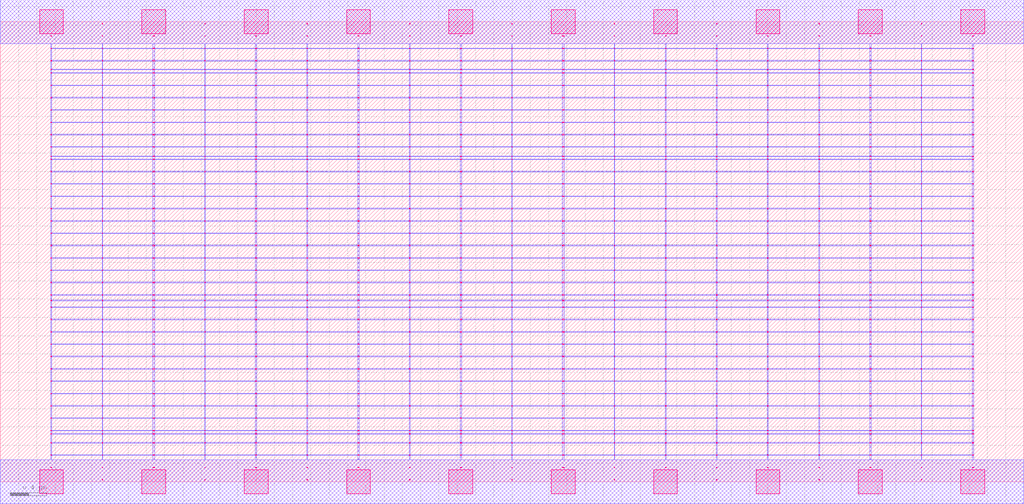
<source format=lef>
MACRO OAOAOI32111_DEBUG
 CLASS CORE ;
 FOREIGN OAOAOI32111_DEBUG 0 0 ;
 SIZE 11.200000000000001 BY 5.04 ;
 ORIGIN 0 0 ;
 SYMMETRY X Y R90 ;
 SITE unit ;

 OBS
    LAYER polycont ;
     RECT 5.59600000 2.58300000 5.60400000 2.59100000 ;
     RECT 5.59600000 2.71800000 5.60400000 2.72600000 ;
     RECT 5.59600000 2.85300000 5.60400000 2.86100000 ;
     RECT 5.59600000 2.98800000 5.60400000 2.99600000 ;
     RECT 7.83600000 2.58300000 7.84400000 2.59100000 ;
     RECT 8.39100000 2.58300000 8.40400000 2.59100000 ;
     RECT 8.95600000 2.58300000 8.96400000 2.59100000 ;
     RECT 9.51100000 2.58300000 9.52900000 2.59100000 ;
     RECT 10.07600000 2.58300000 10.08400000 2.59100000 ;
     RECT 10.63600000 2.58300000 10.64900000 2.59100000 ;
     RECT 6.15100000 2.58300000 6.16900000 2.59100000 ;
     RECT 6.15100000 2.71800000 6.16900000 2.72600000 ;
     RECT 6.71600000 2.71800000 6.72400000 2.72600000 ;
     RECT 7.27600000 2.71800000 7.28900000 2.72600000 ;
     RECT 7.83600000 2.71800000 7.84400000 2.72600000 ;
     RECT 8.39100000 2.71800000 8.40400000 2.72600000 ;
     RECT 8.95600000 2.71800000 8.96400000 2.72600000 ;
     RECT 9.51100000 2.71800000 9.52900000 2.72600000 ;
     RECT 10.07600000 2.71800000 10.08400000 2.72600000 ;
     RECT 10.63600000 2.71800000 10.64900000 2.72600000 ;
     RECT 6.71600000 2.58300000 6.72400000 2.59100000 ;
     RECT 6.15100000 2.85300000 6.16900000 2.86100000 ;
     RECT 6.71600000 2.85300000 6.72400000 2.86100000 ;
     RECT 7.27600000 2.85300000 7.28900000 2.86100000 ;
     RECT 7.83600000 2.85300000 7.84400000 2.86100000 ;
     RECT 8.39100000 2.85300000 8.40400000 2.86100000 ;
     RECT 8.95600000 2.85300000 8.96400000 2.86100000 ;
     RECT 9.51100000 2.85300000 9.52900000 2.86100000 ;
     RECT 10.07600000 2.85300000 10.08400000 2.86100000 ;
     RECT 10.63600000 2.85300000 10.64900000 2.86100000 ;
     RECT 7.27600000 2.58300000 7.28900000 2.59100000 ;
     RECT 6.15100000 2.98800000 6.16900000 2.99600000 ;
     RECT 6.71600000 2.98800000 6.72400000 2.99600000 ;
     RECT 7.27600000 2.98800000 7.28900000 2.99600000 ;
     RECT 7.83600000 2.98800000 7.84400000 2.99600000 ;
     RECT 8.39100000 2.98800000 8.40400000 2.99600000 ;
     RECT 8.95600000 2.98800000 8.96400000 2.99600000 ;
     RECT 9.51100000 2.98800000 9.52900000 2.99600000 ;
     RECT 10.07600000 2.98800000 10.08400000 2.99600000 ;
     RECT 10.63600000 2.98800000 10.64900000 2.99600000 ;
     RECT 7.83600000 3.12300000 7.84400000 3.13100000 ;
     RECT 7.83600000 3.25800000 7.84400000 3.26600000 ;
     RECT 7.83600000 3.39300000 7.84400000 3.40100000 ;
     RECT 7.83600000 3.52800000 7.84400000 3.53600000 ;
     RECT 7.83600000 3.56100000 7.84400000 3.56900000 ;
     RECT 7.83600000 3.66300000 7.84400000 3.67100000 ;
     RECT 7.83600000 3.79800000 7.84400000 3.80600000 ;
     RECT 7.83600000 3.93300000 7.84400000 3.94100000 ;
     RECT 7.83600000 4.06800000 7.84400000 4.07600000 ;
     RECT 7.83600000 4.20300000 7.84400000 4.21100000 ;
     RECT 7.83600000 4.33800000 7.84400000 4.34600000 ;
     RECT 7.83600000 4.47300000 7.84400000 4.48100000 ;
     RECT 7.83600000 4.51100000 7.84400000 4.51900000 ;
     RECT 7.83600000 4.60800000 7.84400000 4.61600000 ;
     RECT 7.83600000 4.74300000 7.84400000 4.75100000 ;
     RECT 7.83600000 4.87800000 7.84400000 4.88600000 ;
     RECT 1.67100000 2.58300000 1.68900000 2.59100000 ;
     RECT 0.55100000 2.98800000 0.56400000 2.99600000 ;
     RECT 1.11600000 2.98800000 1.12400000 2.99600000 ;
     RECT 1.67100000 2.98800000 1.68900000 2.99600000 ;
     RECT 2.23600000 2.98800000 2.24400000 2.99600000 ;
     RECT 2.79100000 2.98800000 2.80900000 2.99600000 ;
     RECT 3.35600000 2.98800000 3.36400000 2.99600000 ;
     RECT 3.91100000 2.98800000 3.92900000 2.99600000 ;
     RECT 4.47600000 2.98800000 4.48400000 2.99600000 ;
     RECT 5.03100000 2.98800000 5.04900000 2.99600000 ;
     RECT 2.23600000 2.58300000 2.24400000 2.59100000 ;
     RECT 2.79100000 2.58300000 2.80900000 2.59100000 ;
     RECT 3.35600000 2.58300000 3.36400000 2.59100000 ;
     RECT 3.91100000 2.58300000 3.92900000 2.59100000 ;
     RECT 4.47600000 2.58300000 4.48400000 2.59100000 ;
     RECT 5.03100000 2.58300000 5.04900000 2.59100000 ;
     RECT 0.55100000 2.58300000 0.56400000 2.59100000 ;
     RECT 0.55100000 2.71800000 0.56400000 2.72600000 ;
     RECT 0.55100000 2.85300000 0.56400000 2.86100000 ;
     RECT 1.11600000 2.85300000 1.12400000 2.86100000 ;
     RECT 1.67100000 2.85300000 1.68900000 2.86100000 ;
     RECT 2.23600000 2.85300000 2.24400000 2.86100000 ;
     RECT 2.79100000 2.85300000 2.80900000 2.86100000 ;
     RECT 3.35600000 2.85300000 3.36400000 2.86100000 ;
     RECT 3.91100000 2.85300000 3.92900000 2.86100000 ;
     RECT 4.47600000 2.85300000 4.48400000 2.86100000 ;
     RECT 5.03100000 2.85300000 5.04900000 2.86100000 ;
     RECT 1.11600000 2.71800000 1.12400000 2.72600000 ;
     RECT 1.67100000 2.71800000 1.68900000 2.72600000 ;
     RECT 2.23600000 2.71800000 2.24400000 2.72600000 ;
     RECT 2.79100000 2.71800000 2.80900000 2.72600000 ;
     RECT 3.35600000 2.71800000 3.36400000 2.72600000 ;
     RECT 3.91100000 2.71800000 3.92900000 2.72600000 ;
     RECT 4.47600000 2.71800000 4.48400000 2.72600000 ;
     RECT 5.03100000 2.71800000 5.04900000 2.72600000 ;
     RECT 1.11600000 2.58300000 1.12400000 2.59100000 ;
     RECT 7.83600000 1.63800000 7.84400000 1.64600000 ;
     RECT 7.83600000 1.77300000 7.84400000 1.78100000 ;
     RECT 7.83600000 1.90800000 7.84400000 1.91600000 ;
     RECT 7.83600000 1.98100000 7.84400000 1.98900000 ;
     RECT 7.83600000 2.04300000 7.84400000 2.05100000 ;
     RECT 7.83600000 2.17800000 7.84400000 2.18600000 ;
     RECT 7.83600000 2.31300000 7.84400000 2.32100000 ;
     RECT 7.83600000 2.44800000 7.84400000 2.45600000 ;
     RECT 7.83600000 0.15300000 7.84400000 0.16100000 ;
     RECT 7.83600000 0.28800000 7.84400000 0.29600000 ;
     RECT 7.83600000 0.42300000 7.84400000 0.43100000 ;
     RECT 7.83600000 0.52100000 7.84400000 0.52900000 ;
     RECT 7.83600000 0.55800000 7.84400000 0.56600000 ;
     RECT 7.83600000 0.69300000 7.84400000 0.70100000 ;
     RECT 7.83600000 0.82800000 7.84400000 0.83600000 ;
     RECT 7.83600000 0.96300000 7.84400000 0.97100000 ;
     RECT 7.83600000 1.09800000 7.84400000 1.10600000 ;
     RECT 7.83600000 1.23300000 7.84400000 1.24100000 ;
     RECT 7.83600000 1.36800000 7.84400000 1.37600000 ;
     RECT 7.83600000 1.50300000 7.84400000 1.51100000 ;

    LAYER pdiffc ;
     RECT 0.55100000 3.39300000 0.55900000 3.40100000 ;
     RECT 7.28100000 3.39300000 7.28900000 3.40100000 ;
     RECT 8.39100000 3.39300000 8.39900000 3.40100000 ;
     RECT 10.64100000 3.39300000 10.64900000 3.40100000 ;
     RECT 0.55100000 3.52800000 0.55900000 3.53600000 ;
     RECT 7.28100000 3.52800000 7.28900000 3.53600000 ;
     RECT 8.39100000 3.52800000 8.39900000 3.53600000 ;
     RECT 10.64100000 3.52800000 10.64900000 3.53600000 ;
     RECT 0.55100000 3.56100000 0.55900000 3.56900000 ;
     RECT 7.28100000 3.56100000 7.28900000 3.56900000 ;
     RECT 8.39100000 3.56100000 8.39900000 3.56900000 ;
     RECT 10.64100000 3.56100000 10.64900000 3.56900000 ;
     RECT 0.55100000 3.66300000 0.55900000 3.67100000 ;
     RECT 7.28100000 3.66300000 7.28900000 3.67100000 ;
     RECT 8.39100000 3.66300000 8.39900000 3.67100000 ;
     RECT 10.64100000 3.66300000 10.64900000 3.67100000 ;
     RECT 0.55100000 3.79800000 0.55900000 3.80600000 ;
     RECT 7.28100000 3.79800000 7.28900000 3.80600000 ;
     RECT 8.39100000 3.79800000 8.39900000 3.80600000 ;
     RECT 10.64100000 3.79800000 10.64900000 3.80600000 ;
     RECT 0.55100000 3.93300000 0.55900000 3.94100000 ;
     RECT 7.28100000 3.93300000 7.28900000 3.94100000 ;
     RECT 8.39100000 3.93300000 8.39900000 3.94100000 ;
     RECT 10.64100000 3.93300000 10.64900000 3.94100000 ;
     RECT 0.55100000 4.06800000 0.55900000 4.07600000 ;
     RECT 7.28100000 4.06800000 7.28900000 4.07600000 ;
     RECT 8.39100000 4.06800000 8.39900000 4.07600000 ;
     RECT 10.64100000 4.06800000 10.64900000 4.07600000 ;
     RECT 0.55100000 4.20300000 0.55900000 4.21100000 ;
     RECT 7.28100000 4.20300000 7.28900000 4.21100000 ;
     RECT 8.39100000 4.20300000 8.39900000 4.21100000 ;
     RECT 10.64100000 4.20300000 10.64900000 4.21100000 ;
     RECT 0.55100000 4.33800000 0.55900000 4.34600000 ;
     RECT 7.28100000 4.33800000 7.28900000 4.34600000 ;
     RECT 8.39100000 4.33800000 8.39900000 4.34600000 ;
     RECT 10.64100000 4.33800000 10.64900000 4.34600000 ;
     RECT 0.55100000 4.47300000 0.55900000 4.48100000 ;
     RECT 7.28100000 4.47300000 7.28900000 4.48100000 ;
     RECT 8.39100000 4.47300000 8.39900000 4.48100000 ;
     RECT 10.64100000 4.47300000 10.64900000 4.48100000 ;
     RECT 0.55100000 4.51100000 0.55900000 4.51900000 ;
     RECT 7.28100000 4.51100000 7.28900000 4.51900000 ;
     RECT 8.39100000 4.51100000 8.39900000 4.51900000 ;
     RECT 10.64100000 4.51100000 10.64900000 4.51900000 ;
     RECT 0.55100000 4.60800000 0.55900000 4.61600000 ;
     RECT 7.28100000 4.60800000 7.28900000 4.61600000 ;
     RECT 8.39100000 4.60800000 8.39900000 4.61600000 ;
     RECT 10.64100000 4.60800000 10.64900000 4.61600000 ;

    LAYER ndiffc ;
     RECT 6.15100000 0.42300000 6.16900000 0.43100000 ;
     RECT 7.27600000 0.42300000 7.28900000 0.43100000 ;
     RECT 8.39100000 0.42300000 8.40400000 0.43100000 ;
     RECT 9.51100000 0.42300000 9.52900000 0.43100000 ;
     RECT 10.63600000 0.42300000 10.64900000 0.43100000 ;
     RECT 6.15100000 0.52100000 6.16900000 0.52900000 ;
     RECT 7.27600000 0.52100000 7.28900000 0.52900000 ;
     RECT 8.39100000 0.52100000 8.40400000 0.52900000 ;
     RECT 9.51100000 0.52100000 9.52900000 0.52900000 ;
     RECT 10.63600000 0.52100000 10.64900000 0.52900000 ;
     RECT 6.15100000 0.55800000 6.16900000 0.56600000 ;
     RECT 7.27600000 0.55800000 7.28900000 0.56600000 ;
     RECT 8.39100000 0.55800000 8.40400000 0.56600000 ;
     RECT 9.51100000 0.55800000 9.52900000 0.56600000 ;
     RECT 10.63600000 0.55800000 10.64900000 0.56600000 ;
     RECT 6.15100000 0.69300000 6.16900000 0.70100000 ;
     RECT 7.27600000 0.69300000 7.28900000 0.70100000 ;
     RECT 8.39100000 0.69300000 8.40400000 0.70100000 ;
     RECT 9.51100000 0.69300000 9.52900000 0.70100000 ;
     RECT 10.63600000 0.69300000 10.64900000 0.70100000 ;
     RECT 6.15100000 0.82800000 6.16900000 0.83600000 ;
     RECT 7.27600000 0.82800000 7.28900000 0.83600000 ;
     RECT 8.39100000 0.82800000 8.40400000 0.83600000 ;
     RECT 9.51100000 0.82800000 9.52900000 0.83600000 ;
     RECT 10.63600000 0.82800000 10.64900000 0.83600000 ;
     RECT 6.15100000 0.96300000 6.16900000 0.97100000 ;
     RECT 7.27600000 0.96300000 7.28900000 0.97100000 ;
     RECT 8.39100000 0.96300000 8.40400000 0.97100000 ;
     RECT 9.51100000 0.96300000 9.52900000 0.97100000 ;
     RECT 10.63600000 0.96300000 10.64900000 0.97100000 ;
     RECT 6.15100000 1.09800000 6.16900000 1.10600000 ;
     RECT 7.27600000 1.09800000 7.28900000 1.10600000 ;
     RECT 8.39100000 1.09800000 8.40400000 1.10600000 ;
     RECT 9.51100000 1.09800000 9.52900000 1.10600000 ;
     RECT 10.63600000 1.09800000 10.64900000 1.10600000 ;
     RECT 6.15100000 1.23300000 6.16900000 1.24100000 ;
     RECT 7.27600000 1.23300000 7.28900000 1.24100000 ;
     RECT 8.39100000 1.23300000 8.40400000 1.24100000 ;
     RECT 9.51100000 1.23300000 9.52900000 1.24100000 ;
     RECT 10.63600000 1.23300000 10.64900000 1.24100000 ;
     RECT 6.15100000 1.36800000 6.16900000 1.37600000 ;
     RECT 7.27600000 1.36800000 7.28900000 1.37600000 ;
     RECT 8.39100000 1.36800000 8.40400000 1.37600000 ;
     RECT 9.51100000 1.36800000 9.52900000 1.37600000 ;
     RECT 10.63600000 1.36800000 10.64900000 1.37600000 ;
     RECT 6.15100000 1.50300000 6.16900000 1.51100000 ;
     RECT 7.27600000 1.50300000 7.28900000 1.51100000 ;
     RECT 8.39100000 1.50300000 8.40400000 1.51100000 ;
     RECT 9.51100000 1.50300000 9.52900000 1.51100000 ;
     RECT 10.63600000 1.50300000 10.64900000 1.51100000 ;
     RECT 6.15100000 1.63800000 6.16900000 1.64600000 ;
     RECT 7.27600000 1.63800000 7.28900000 1.64600000 ;
     RECT 8.39100000 1.63800000 8.40400000 1.64600000 ;
     RECT 9.51100000 1.63800000 9.52900000 1.64600000 ;
     RECT 10.63600000 1.63800000 10.64900000 1.64600000 ;
     RECT 6.15100000 1.77300000 6.16900000 1.78100000 ;
     RECT 7.27600000 1.77300000 7.28900000 1.78100000 ;
     RECT 8.39100000 1.77300000 8.40400000 1.78100000 ;
     RECT 9.51100000 1.77300000 9.52900000 1.78100000 ;
     RECT 10.63600000 1.77300000 10.64900000 1.78100000 ;
     RECT 6.15100000 1.90800000 6.16900000 1.91600000 ;
     RECT 7.27600000 1.90800000 7.28900000 1.91600000 ;
     RECT 8.39100000 1.90800000 8.40400000 1.91600000 ;
     RECT 9.51100000 1.90800000 9.52900000 1.91600000 ;
     RECT 10.63600000 1.90800000 10.64900000 1.91600000 ;
     RECT 6.15100000 1.98100000 6.16900000 1.98900000 ;
     RECT 7.27600000 1.98100000 7.28900000 1.98900000 ;
     RECT 8.39100000 1.98100000 8.40400000 1.98900000 ;
     RECT 9.51100000 1.98100000 9.52900000 1.98900000 ;
     RECT 10.63600000 1.98100000 10.64900000 1.98900000 ;
     RECT 6.15100000 2.04300000 6.16900000 2.05100000 ;
     RECT 7.27600000 2.04300000 7.28900000 2.05100000 ;
     RECT 8.39100000 2.04300000 8.40400000 2.05100000 ;
     RECT 9.51100000 2.04300000 9.52900000 2.05100000 ;
     RECT 10.63600000 2.04300000 10.64900000 2.05100000 ;
     RECT 0.55100000 0.42300000 0.56400000 0.43100000 ;
     RECT 1.67100000 0.42300000 1.68900000 0.43100000 ;
     RECT 2.79100000 0.42300000 2.80900000 0.43100000 ;
     RECT 3.91100000 0.42300000 3.92900000 0.43100000 ;
     RECT 5.03100000 0.42300000 5.04900000 0.43100000 ;
     RECT 0.55100000 1.36800000 0.56400000 1.37600000 ;
     RECT 1.67100000 1.36800000 1.68900000 1.37600000 ;
     RECT 2.79100000 1.36800000 2.80900000 1.37600000 ;
     RECT 3.91100000 1.36800000 3.92900000 1.37600000 ;
     RECT 5.03100000 1.36800000 5.04900000 1.37600000 ;
     RECT 0.55100000 0.82800000 0.56400000 0.83600000 ;
     RECT 1.67100000 0.82800000 1.68900000 0.83600000 ;
     RECT 2.79100000 0.82800000 2.80900000 0.83600000 ;
     RECT 3.91100000 0.82800000 3.92900000 0.83600000 ;
     RECT 5.03100000 0.82800000 5.04900000 0.83600000 ;
     RECT 0.55100000 1.50300000 0.56400000 1.51100000 ;
     RECT 1.67100000 1.50300000 1.68900000 1.51100000 ;
     RECT 2.79100000 1.50300000 2.80900000 1.51100000 ;
     RECT 3.91100000 1.50300000 3.92900000 1.51100000 ;
     RECT 5.03100000 1.50300000 5.04900000 1.51100000 ;
     RECT 0.55100000 0.55800000 0.56400000 0.56600000 ;
     RECT 1.67100000 0.55800000 1.68900000 0.56600000 ;
     RECT 2.79100000 0.55800000 2.80900000 0.56600000 ;
     RECT 3.91100000 0.55800000 3.92900000 0.56600000 ;
     RECT 5.03100000 0.55800000 5.04900000 0.56600000 ;
     RECT 0.55100000 1.63800000 0.56400000 1.64600000 ;
     RECT 1.67100000 1.63800000 1.68900000 1.64600000 ;
     RECT 2.79100000 1.63800000 2.80900000 1.64600000 ;
     RECT 3.91100000 1.63800000 3.92900000 1.64600000 ;
     RECT 5.03100000 1.63800000 5.04900000 1.64600000 ;
     RECT 0.55100000 0.96300000 0.56400000 0.97100000 ;
     RECT 1.67100000 0.96300000 1.68900000 0.97100000 ;
     RECT 2.79100000 0.96300000 2.80900000 0.97100000 ;
     RECT 3.91100000 0.96300000 3.92900000 0.97100000 ;
     RECT 5.03100000 0.96300000 5.04900000 0.97100000 ;
     RECT 0.55100000 1.77300000 0.56400000 1.78100000 ;
     RECT 1.67100000 1.77300000 1.68900000 1.78100000 ;
     RECT 2.79100000 1.77300000 2.80900000 1.78100000 ;
     RECT 3.91100000 1.77300000 3.92900000 1.78100000 ;
     RECT 5.03100000 1.77300000 5.04900000 1.78100000 ;
     RECT 0.55100000 0.52100000 0.56400000 0.52900000 ;
     RECT 1.67100000 0.52100000 1.68900000 0.52900000 ;
     RECT 2.79100000 0.52100000 2.80900000 0.52900000 ;
     RECT 3.91100000 0.52100000 3.92900000 0.52900000 ;
     RECT 5.03100000 0.52100000 5.04900000 0.52900000 ;
     RECT 0.55100000 1.90800000 0.56400000 1.91600000 ;
     RECT 1.67100000 1.90800000 1.68900000 1.91600000 ;
     RECT 2.79100000 1.90800000 2.80900000 1.91600000 ;
     RECT 3.91100000 1.90800000 3.92900000 1.91600000 ;
     RECT 5.03100000 1.90800000 5.04900000 1.91600000 ;
     RECT 0.55100000 1.09800000 0.56400000 1.10600000 ;
     RECT 1.67100000 1.09800000 1.68900000 1.10600000 ;
     RECT 2.79100000 1.09800000 2.80900000 1.10600000 ;
     RECT 3.91100000 1.09800000 3.92900000 1.10600000 ;
     RECT 5.03100000 1.09800000 5.04900000 1.10600000 ;
     RECT 0.55100000 1.98100000 0.56400000 1.98900000 ;
     RECT 1.67100000 1.98100000 1.68900000 1.98900000 ;
     RECT 2.79100000 1.98100000 2.80900000 1.98900000 ;
     RECT 3.91100000 1.98100000 3.92900000 1.98900000 ;
     RECT 5.03100000 1.98100000 5.04900000 1.98900000 ;
     RECT 0.55100000 0.69300000 0.56400000 0.70100000 ;
     RECT 1.67100000 0.69300000 1.68900000 0.70100000 ;
     RECT 2.79100000 0.69300000 2.80900000 0.70100000 ;
     RECT 3.91100000 0.69300000 3.92900000 0.70100000 ;
     RECT 5.03100000 0.69300000 5.04900000 0.70100000 ;
     RECT 0.55100000 2.04300000 0.56400000 2.05100000 ;
     RECT 1.67100000 2.04300000 1.68900000 2.05100000 ;
     RECT 2.79100000 2.04300000 2.80900000 2.05100000 ;
     RECT 3.91100000 2.04300000 3.92900000 2.05100000 ;
     RECT 5.03100000 2.04300000 5.04900000 2.05100000 ;
     RECT 0.55100000 1.23300000 0.56400000 1.24100000 ;
     RECT 1.67100000 1.23300000 1.68900000 1.24100000 ;
     RECT 2.79100000 1.23300000 2.80900000 1.24100000 ;
     RECT 3.91100000 1.23300000 3.92900000 1.24100000 ;
     RECT 5.03100000 1.23300000 5.04900000 1.24100000 ;

    LAYER met1 ;
     RECT 0.00000000 -0.24000000 11.20000000 0.24000000 ;
     RECT 5.59600000 0.24000000 5.60400000 0.28800000 ;
     RECT 0.55100000 0.28800000 10.64900000 0.29600000 ;
     RECT 5.59600000 0.29600000 5.60400000 0.42300000 ;
     RECT 0.55100000 0.42300000 10.64900000 0.43100000 ;
     RECT 5.59600000 0.43100000 5.60400000 0.52100000 ;
     RECT 0.55100000 0.52100000 10.64900000 0.52900000 ;
     RECT 5.59600000 0.52900000 5.60400000 0.55800000 ;
     RECT 0.55100000 0.55800000 10.64900000 0.56600000 ;
     RECT 5.59600000 0.56600000 5.60400000 0.69300000 ;
     RECT 0.55100000 0.69300000 10.64900000 0.70100000 ;
     RECT 5.59600000 0.70100000 5.60400000 0.82800000 ;
     RECT 0.55100000 0.82800000 10.64900000 0.83600000 ;
     RECT 5.59600000 0.83600000 5.60400000 0.96300000 ;
     RECT 0.55100000 0.96300000 10.64900000 0.97100000 ;
     RECT 5.59600000 0.97100000 5.60400000 1.09800000 ;
     RECT 0.55100000 1.09800000 10.64900000 1.10600000 ;
     RECT 5.59600000 1.10600000 5.60400000 1.23300000 ;
     RECT 0.55100000 1.23300000 10.64900000 1.24100000 ;
     RECT 5.59600000 1.24100000 5.60400000 1.36800000 ;
     RECT 0.55100000 1.36800000 10.64900000 1.37600000 ;
     RECT 5.59600000 1.37600000 5.60400000 1.50300000 ;
     RECT 0.55100000 1.50300000 10.64900000 1.51100000 ;
     RECT 5.59600000 1.51100000 5.60400000 1.63800000 ;
     RECT 0.55100000 1.63800000 10.64900000 1.64600000 ;
     RECT 5.59600000 1.64600000 5.60400000 1.77300000 ;
     RECT 0.55100000 1.77300000 10.64900000 1.78100000 ;
     RECT 5.59600000 1.78100000 5.60400000 1.90800000 ;
     RECT 0.55100000 1.90800000 10.64900000 1.91600000 ;
     RECT 5.59600000 1.91600000 5.60400000 1.98100000 ;
     RECT 0.55100000 1.98100000 10.64900000 1.98900000 ;
     RECT 5.59600000 1.98900000 5.60400000 2.04300000 ;
     RECT 0.55100000 2.04300000 10.64900000 2.05100000 ;
     RECT 5.59600000 2.05100000 5.60400000 2.17800000 ;
     RECT 0.55100000 2.17800000 10.64900000 2.18600000 ;
     RECT 5.59600000 2.18600000 5.60400000 2.31300000 ;
     RECT 0.55100000 2.31300000 10.64900000 2.32100000 ;
     RECT 5.59600000 2.32100000 5.60400000 2.44800000 ;
     RECT 0.55100000 2.44800000 10.64900000 2.45600000 ;
     RECT 0.55100000 2.45600000 0.56400000 2.58300000 ;
     RECT 1.11600000 2.45600000 1.12400000 2.58300000 ;
     RECT 1.67100000 2.45600000 1.68900000 2.58300000 ;
     RECT 2.23600000 2.45600000 2.24400000 2.58300000 ;
     RECT 2.79100000 2.45600000 2.80900000 2.58300000 ;
     RECT 3.35600000 2.45600000 3.36400000 2.58300000 ;
     RECT 3.91100000 2.45600000 3.92900000 2.58300000 ;
     RECT 4.47600000 2.45600000 4.48400000 2.58300000 ;
     RECT 5.03100000 2.45600000 5.04900000 2.58300000 ;
     RECT 5.59600000 2.45600000 5.60400000 2.58300000 ;
     RECT 6.15100000 2.45600000 6.16900000 2.58300000 ;
     RECT 6.71600000 2.45600000 6.72400000 2.58300000 ;
     RECT 7.27600000 2.45600000 7.28900000 2.58300000 ;
     RECT 7.83600000 2.45600000 7.84400000 2.58300000 ;
     RECT 8.39100000 2.45600000 8.40400000 2.58300000 ;
     RECT 8.95600000 2.45600000 8.96400000 2.58300000 ;
     RECT 9.51100000 2.45600000 9.52900000 2.58300000 ;
     RECT 10.07600000 2.45600000 10.08400000 2.58300000 ;
     RECT 10.63600000 2.45600000 10.64900000 2.58300000 ;
     RECT 0.55100000 2.58300000 10.64900000 2.59100000 ;
     RECT 5.59600000 2.59100000 5.60400000 2.71800000 ;
     RECT 0.55100000 2.71800000 10.64900000 2.72600000 ;
     RECT 5.59600000 2.72600000 5.60400000 2.85300000 ;
     RECT 0.55100000 2.85300000 10.64900000 2.86100000 ;
     RECT 5.59600000 2.86100000 5.60400000 2.98800000 ;
     RECT 0.55100000 2.98800000 10.64900000 2.99600000 ;
     RECT 5.59600000 2.99600000 5.60400000 3.12300000 ;
     RECT 0.55100000 3.12300000 10.64900000 3.13100000 ;
     RECT 5.59600000 3.13100000 5.60400000 3.25800000 ;
     RECT 0.55100000 3.25800000 10.64900000 3.26600000 ;
     RECT 5.59600000 3.26600000 5.60400000 3.39300000 ;
     RECT 0.55100000 3.39300000 10.64900000 3.40100000 ;
     RECT 5.59600000 3.40100000 5.60400000 3.52800000 ;
     RECT 0.55100000 3.52800000 10.64900000 3.53600000 ;
     RECT 5.59600000 3.53600000 5.60400000 3.56100000 ;
     RECT 0.55100000 3.56100000 10.64900000 3.56900000 ;
     RECT 5.59600000 3.56900000 5.60400000 3.66300000 ;
     RECT 0.55100000 3.66300000 10.64900000 3.67100000 ;
     RECT 5.59600000 3.67100000 5.60400000 3.79800000 ;
     RECT 0.55100000 3.79800000 10.64900000 3.80600000 ;
     RECT 5.59600000 3.80600000 5.60400000 3.93300000 ;
     RECT 0.55100000 3.93300000 10.64900000 3.94100000 ;
     RECT 5.59600000 3.94100000 5.60400000 4.06800000 ;
     RECT 0.55100000 4.06800000 10.64900000 4.07600000 ;
     RECT 5.59600000 4.07600000 5.60400000 4.20300000 ;
     RECT 0.55100000 4.20300000 10.64900000 4.21100000 ;
     RECT 5.59600000 4.21100000 5.60400000 4.33800000 ;
     RECT 0.55100000 4.33800000 10.64900000 4.34600000 ;
     RECT 5.59600000 4.34600000 5.60400000 4.47300000 ;
     RECT 0.55100000 4.47300000 10.64900000 4.48100000 ;
     RECT 5.59600000 4.48100000 5.60400000 4.51100000 ;
     RECT 0.55100000 4.51100000 10.64900000 4.51900000 ;
     RECT 5.59600000 4.51900000 5.60400000 4.60800000 ;
     RECT 0.55100000 4.60800000 10.64900000 4.61600000 ;
     RECT 5.59600000 4.61600000 5.60400000 4.74300000 ;
     RECT 0.55100000 4.74300000 10.64900000 4.75100000 ;
     RECT 5.59600000 4.75100000 5.60400000 4.80000000 ;
     RECT 0.00000000 4.80000000 11.20000000 5.28000000 ;
     RECT 8.39100000 2.99600000 8.40400000 3.12300000 ;
     RECT 8.39100000 3.13100000 8.40400000 3.25800000 ;
     RECT 8.39100000 3.26600000 8.40400000 3.39300000 ;
     RECT 8.39100000 3.40100000 8.40400000 3.52800000 ;
     RECT 8.39100000 3.53600000 8.40400000 3.56100000 ;
     RECT 8.39100000 2.72600000 8.40400000 2.85300000 ;
     RECT 8.39100000 3.56900000 8.40400000 3.66300000 ;
     RECT 8.39100000 3.67100000 8.40400000 3.79800000 ;
     RECT 6.15100000 3.80600000 6.16900000 3.93300000 ;
     RECT 6.71600000 3.80600000 6.72400000 3.93300000 ;
     RECT 7.27600000 3.80600000 7.28900000 3.93300000 ;
     RECT 7.83600000 3.80600000 7.84400000 3.93300000 ;
     RECT 8.39100000 3.80600000 8.40400000 3.93300000 ;
     RECT 8.95600000 3.80600000 8.96400000 3.93300000 ;
     RECT 9.51100000 3.80600000 9.52900000 3.93300000 ;
     RECT 10.07600000 3.80600000 10.08400000 3.93300000 ;
     RECT 10.63600000 3.80600000 10.64900000 3.93300000 ;
     RECT 8.39100000 3.94100000 8.40400000 4.06800000 ;
     RECT 8.39100000 4.07600000 8.40400000 4.20300000 ;
     RECT 8.39100000 4.21100000 8.40400000 4.33800000 ;
     RECT 8.39100000 2.86100000 8.40400000 2.98800000 ;
     RECT 8.39100000 4.34600000 8.40400000 4.47300000 ;
     RECT 8.39100000 4.48100000 8.40400000 4.51100000 ;
     RECT 8.39100000 2.59100000 8.40400000 2.71800000 ;
     RECT 8.39100000 4.51900000 8.40400000 4.60800000 ;
     RECT 8.39100000 4.61600000 8.40400000 4.74300000 ;
     RECT 8.39100000 4.75100000 8.40400000 4.80000000 ;
     RECT 9.51100000 3.94100000 9.52900000 4.06800000 ;
     RECT 8.95600000 4.21100000 8.96400000 4.33800000 ;
     RECT 9.51100000 4.21100000 9.52900000 4.33800000 ;
     RECT 10.07600000 4.21100000 10.08400000 4.33800000 ;
     RECT 10.63600000 4.21100000 10.64900000 4.33800000 ;
     RECT 10.07600000 3.94100000 10.08400000 4.06800000 ;
     RECT 10.63600000 3.94100000 10.64900000 4.06800000 ;
     RECT 8.95600000 4.34600000 8.96400000 4.47300000 ;
     RECT 9.51100000 4.34600000 9.52900000 4.47300000 ;
     RECT 10.07600000 4.34600000 10.08400000 4.47300000 ;
     RECT 10.63600000 4.34600000 10.64900000 4.47300000 ;
     RECT 8.95600000 3.94100000 8.96400000 4.06800000 ;
     RECT 8.95600000 4.48100000 8.96400000 4.51100000 ;
     RECT 9.51100000 4.48100000 9.52900000 4.51100000 ;
     RECT 10.07600000 4.48100000 10.08400000 4.51100000 ;
     RECT 10.63600000 4.48100000 10.64900000 4.51100000 ;
     RECT 8.95600000 4.07600000 8.96400000 4.20300000 ;
     RECT 9.51100000 4.07600000 9.52900000 4.20300000 ;
     RECT 8.95600000 4.51900000 8.96400000 4.60800000 ;
     RECT 9.51100000 4.51900000 9.52900000 4.60800000 ;
     RECT 10.07600000 4.51900000 10.08400000 4.60800000 ;
     RECT 10.63600000 4.51900000 10.64900000 4.60800000 ;
     RECT 10.07600000 4.07600000 10.08400000 4.20300000 ;
     RECT 8.95600000 4.61600000 8.96400000 4.74300000 ;
     RECT 9.51100000 4.61600000 9.52900000 4.74300000 ;
     RECT 10.07600000 4.61600000 10.08400000 4.74300000 ;
     RECT 10.63600000 4.61600000 10.64900000 4.74300000 ;
     RECT 10.63600000 4.07600000 10.64900000 4.20300000 ;
     RECT 8.95600000 4.75100000 8.96400000 4.80000000 ;
     RECT 9.51100000 4.75100000 9.52900000 4.80000000 ;
     RECT 10.07600000 4.75100000 10.08400000 4.80000000 ;
     RECT 10.63600000 4.75100000 10.64900000 4.80000000 ;
     RECT 6.71600000 4.07600000 6.72400000 4.20300000 ;
     RECT 7.27600000 4.07600000 7.28900000 4.20300000 ;
     RECT 7.83600000 4.07600000 7.84400000 4.20300000 ;
     RECT 6.71600000 3.94100000 6.72400000 4.06800000 ;
     RECT 7.27600000 3.94100000 7.28900000 4.06800000 ;
     RECT 6.15100000 4.51900000 6.16900000 4.60800000 ;
     RECT 6.71600000 4.51900000 6.72400000 4.60800000 ;
     RECT 7.27600000 4.51900000 7.28900000 4.60800000 ;
     RECT 7.83600000 4.51900000 7.84400000 4.60800000 ;
     RECT 7.83600000 3.94100000 7.84400000 4.06800000 ;
     RECT 6.15100000 4.34600000 6.16900000 4.47300000 ;
     RECT 6.71600000 4.34600000 6.72400000 4.47300000 ;
     RECT 7.27600000 4.34600000 7.28900000 4.47300000 ;
     RECT 7.83600000 4.34600000 7.84400000 4.47300000 ;
     RECT 6.15100000 4.61600000 6.16900000 4.74300000 ;
     RECT 6.71600000 4.61600000 6.72400000 4.74300000 ;
     RECT 7.27600000 4.61600000 7.28900000 4.74300000 ;
     RECT 7.83600000 4.61600000 7.84400000 4.74300000 ;
     RECT 6.15100000 3.94100000 6.16900000 4.06800000 ;
     RECT 6.15100000 4.07600000 6.16900000 4.20300000 ;
     RECT 6.15100000 4.21100000 6.16900000 4.33800000 ;
     RECT 6.71600000 4.21100000 6.72400000 4.33800000 ;
     RECT 7.27600000 4.21100000 7.28900000 4.33800000 ;
     RECT 6.15100000 4.75100000 6.16900000 4.80000000 ;
     RECT 6.71600000 4.75100000 6.72400000 4.80000000 ;
     RECT 7.27600000 4.75100000 7.28900000 4.80000000 ;
     RECT 7.83600000 4.75100000 7.84400000 4.80000000 ;
     RECT 6.15100000 4.48100000 6.16900000 4.51100000 ;
     RECT 6.71600000 4.48100000 6.72400000 4.51100000 ;
     RECT 7.27600000 4.48100000 7.28900000 4.51100000 ;
     RECT 7.83600000 4.48100000 7.84400000 4.51100000 ;
     RECT 7.83600000 4.21100000 7.84400000 4.33800000 ;
     RECT 7.27600000 3.53600000 7.28900000 3.56100000 ;
     RECT 7.83600000 3.53600000 7.84400000 3.56100000 ;
     RECT 7.83600000 3.13100000 7.84400000 3.25800000 ;
     RECT 6.15100000 2.86100000 6.16900000 2.98800000 ;
     RECT 6.71600000 2.86100000 6.72400000 2.98800000 ;
     RECT 7.83600000 2.72600000 7.84400000 2.85300000 ;
     RECT 6.15100000 3.13100000 6.16900000 3.25800000 ;
     RECT 6.15100000 3.56900000 6.16900000 3.66300000 ;
     RECT 6.71600000 3.56900000 6.72400000 3.66300000 ;
     RECT 7.27600000 3.56900000 7.28900000 3.66300000 ;
     RECT 7.83600000 3.56900000 7.84400000 3.66300000 ;
     RECT 6.15100000 2.59100000 6.16900000 2.71800000 ;
     RECT 6.15100000 3.67100000 6.16900000 3.79800000 ;
     RECT 6.71600000 3.67100000 6.72400000 3.79800000 ;
     RECT 7.27600000 2.86100000 7.28900000 2.98800000 ;
     RECT 7.83600000 2.86100000 7.84400000 2.98800000 ;
     RECT 7.27600000 3.67100000 7.28900000 3.79800000 ;
     RECT 7.83600000 3.67100000 7.84400000 3.79800000 ;
     RECT 6.15100000 2.99600000 6.16900000 3.12300000 ;
     RECT 6.15100000 3.26600000 6.16900000 3.39300000 ;
     RECT 6.71600000 3.26600000 6.72400000 3.39300000 ;
     RECT 7.27600000 3.26600000 7.28900000 3.39300000 ;
     RECT 7.83600000 3.26600000 7.84400000 3.39300000 ;
     RECT 6.71600000 3.13100000 6.72400000 3.25800000 ;
     RECT 6.71600000 2.59100000 6.72400000 2.71800000 ;
     RECT 6.15100000 2.72600000 6.16900000 2.85300000 ;
     RECT 6.15100000 3.40100000 6.16900000 3.52800000 ;
     RECT 6.71600000 3.40100000 6.72400000 3.52800000 ;
     RECT 6.71600000 2.99600000 6.72400000 3.12300000 ;
     RECT 7.27600000 2.99600000 7.28900000 3.12300000 ;
     RECT 7.27600000 3.40100000 7.28900000 3.52800000 ;
     RECT 7.27600000 2.59100000 7.28900000 2.71800000 ;
     RECT 7.83600000 2.59100000 7.84400000 2.71800000 ;
     RECT 7.83600000 3.40100000 7.84400000 3.52800000 ;
     RECT 7.27600000 3.13100000 7.28900000 3.25800000 ;
     RECT 6.71600000 2.72600000 6.72400000 2.85300000 ;
     RECT 7.27600000 2.72600000 7.28900000 2.85300000 ;
     RECT 6.15100000 3.53600000 6.16900000 3.56100000 ;
     RECT 6.71600000 3.53600000 6.72400000 3.56100000 ;
     RECT 7.83600000 2.99600000 7.84400000 3.12300000 ;
     RECT 10.07600000 3.56900000 10.08400000 3.66300000 ;
     RECT 10.63600000 3.56900000 10.64900000 3.66300000 ;
     RECT 8.95600000 2.72600000 8.96400000 2.85300000 ;
     RECT 9.51100000 2.72600000 9.52900000 2.85300000 ;
     RECT 8.95600000 2.99600000 8.96400000 3.12300000 ;
     RECT 8.95600000 3.40100000 8.96400000 3.52800000 ;
     RECT 10.63600000 2.86100000 10.64900000 2.98800000 ;
     RECT 9.51100000 3.40100000 9.52900000 3.52800000 ;
     RECT 10.07600000 3.40100000 10.08400000 3.52800000 ;
     RECT 10.63600000 3.40100000 10.64900000 3.52800000 ;
     RECT 8.95600000 3.67100000 8.96400000 3.79800000 ;
     RECT 9.51100000 3.67100000 9.52900000 3.79800000 ;
     RECT 10.07600000 3.67100000 10.08400000 3.79800000 ;
     RECT 10.63600000 3.67100000 10.64900000 3.79800000 ;
     RECT 10.07600000 2.72600000 10.08400000 2.85300000 ;
     RECT 10.63600000 2.72600000 10.64900000 2.85300000 ;
     RECT 9.51100000 2.99600000 9.52900000 3.12300000 ;
     RECT 8.95600000 2.59100000 8.96400000 2.71800000 ;
     RECT 10.07600000 2.99600000 10.08400000 3.12300000 ;
     RECT 10.63600000 2.99600000 10.64900000 3.12300000 ;
     RECT 9.51100000 2.59100000 9.52900000 2.71800000 ;
     RECT 8.95600000 3.26600000 8.96400000 3.39300000 ;
     RECT 9.51100000 3.26600000 9.52900000 3.39300000 ;
     RECT 10.07600000 3.26600000 10.08400000 3.39300000 ;
     RECT 8.95600000 3.53600000 8.96400000 3.56100000 ;
     RECT 8.95600000 2.86100000 8.96400000 2.98800000 ;
     RECT 9.51100000 3.53600000 9.52900000 3.56100000 ;
     RECT 10.07600000 3.53600000 10.08400000 3.56100000 ;
     RECT 10.63600000 3.53600000 10.64900000 3.56100000 ;
     RECT 10.63600000 3.26600000 10.64900000 3.39300000 ;
     RECT 8.95600000 3.13100000 8.96400000 3.25800000 ;
     RECT 9.51100000 3.13100000 9.52900000 3.25800000 ;
     RECT 10.07600000 3.13100000 10.08400000 3.25800000 ;
     RECT 10.63600000 3.13100000 10.64900000 3.25800000 ;
     RECT 10.63600000 2.59100000 10.64900000 2.71800000 ;
     RECT 9.51100000 2.86100000 9.52900000 2.98800000 ;
     RECT 10.07600000 2.86100000 10.08400000 2.98800000 ;
     RECT 10.07600000 2.59100000 10.08400000 2.71800000 ;
     RECT 8.95600000 3.56900000 8.96400000 3.66300000 ;
     RECT 9.51100000 3.56900000 9.52900000 3.66300000 ;
     RECT 2.79100000 2.59100000 2.80900000 2.71800000 ;
     RECT 2.79100000 2.99600000 2.80900000 3.12300000 ;
     RECT 2.79100000 3.94100000 2.80900000 4.06800000 ;
     RECT 2.79100000 3.40100000 2.80900000 3.52800000 ;
     RECT 2.79100000 4.07600000 2.80900000 4.20300000 ;
     RECT 2.79100000 4.21100000 2.80900000 4.33800000 ;
     RECT 2.79100000 3.53600000 2.80900000 3.56100000 ;
     RECT 2.79100000 4.34600000 2.80900000 4.47300000 ;
     RECT 2.79100000 3.13100000 2.80900000 3.25800000 ;
     RECT 2.79100000 3.56900000 2.80900000 3.66300000 ;
     RECT 2.79100000 4.48100000 2.80900000 4.51100000 ;
     RECT 2.79100000 2.86100000 2.80900000 2.98800000 ;
     RECT 2.79100000 4.51900000 2.80900000 4.60800000 ;
     RECT 2.79100000 2.72600000 2.80900000 2.85300000 ;
     RECT 2.79100000 3.67100000 2.80900000 3.79800000 ;
     RECT 2.79100000 4.61600000 2.80900000 4.74300000 ;
     RECT 2.79100000 3.26600000 2.80900000 3.39300000 ;
     RECT 2.79100000 4.75100000 2.80900000 4.80000000 ;
     RECT 0.55100000 3.80600000 0.56400000 3.93300000 ;
     RECT 1.11600000 3.80600000 1.12400000 3.93300000 ;
     RECT 1.67100000 3.80600000 1.68900000 3.93300000 ;
     RECT 2.23600000 3.80600000 2.24400000 3.93300000 ;
     RECT 2.79100000 3.80600000 2.80900000 3.93300000 ;
     RECT 3.35600000 3.80600000 3.36400000 3.93300000 ;
     RECT 3.91100000 3.80600000 3.92900000 3.93300000 ;
     RECT 4.47600000 3.80600000 4.48400000 3.93300000 ;
     RECT 5.03100000 3.80600000 5.04900000 3.93300000 ;
     RECT 3.35600000 4.48100000 3.36400000 4.51100000 ;
     RECT 3.91100000 4.48100000 3.92900000 4.51100000 ;
     RECT 4.47600000 4.48100000 4.48400000 4.51100000 ;
     RECT 5.03100000 4.48100000 5.04900000 4.51100000 ;
     RECT 4.47600000 4.07600000 4.48400000 4.20300000 ;
     RECT 5.03100000 4.07600000 5.04900000 4.20300000 ;
     RECT 3.35600000 4.51900000 3.36400000 4.60800000 ;
     RECT 3.91100000 4.51900000 3.92900000 4.60800000 ;
     RECT 4.47600000 4.51900000 4.48400000 4.60800000 ;
     RECT 5.03100000 4.51900000 5.04900000 4.60800000 ;
     RECT 4.47600000 3.94100000 4.48400000 4.06800000 ;
     RECT 3.35600000 4.21100000 3.36400000 4.33800000 ;
     RECT 3.91100000 4.21100000 3.92900000 4.33800000 ;
     RECT 3.35600000 4.61600000 3.36400000 4.74300000 ;
     RECT 3.91100000 4.61600000 3.92900000 4.74300000 ;
     RECT 4.47600000 4.61600000 4.48400000 4.74300000 ;
     RECT 5.03100000 4.61600000 5.04900000 4.74300000 ;
     RECT 4.47600000 4.21100000 4.48400000 4.33800000 ;
     RECT 5.03100000 4.21100000 5.04900000 4.33800000 ;
     RECT 3.35600000 4.75100000 3.36400000 4.80000000 ;
     RECT 3.91100000 4.75100000 3.92900000 4.80000000 ;
     RECT 4.47600000 4.75100000 4.48400000 4.80000000 ;
     RECT 5.03100000 4.75100000 5.04900000 4.80000000 ;
     RECT 5.03100000 3.94100000 5.04900000 4.06800000 ;
     RECT 3.35600000 3.94100000 3.36400000 4.06800000 ;
     RECT 3.35600000 4.34600000 3.36400000 4.47300000 ;
     RECT 3.91100000 4.34600000 3.92900000 4.47300000 ;
     RECT 4.47600000 4.34600000 4.48400000 4.47300000 ;
     RECT 5.03100000 4.34600000 5.04900000 4.47300000 ;
     RECT 3.91100000 3.94100000 3.92900000 4.06800000 ;
     RECT 3.35600000 4.07600000 3.36400000 4.20300000 ;
     RECT 3.91100000 4.07600000 3.92900000 4.20300000 ;
     RECT 1.11600000 3.94100000 1.12400000 4.06800000 ;
     RECT 0.55100000 4.07600000 0.56400000 4.20300000 ;
     RECT 0.55100000 4.21100000 0.56400000 4.33800000 ;
     RECT 1.11600000 4.21100000 1.12400000 4.33800000 ;
     RECT 0.55100000 4.61600000 0.56400000 4.74300000 ;
     RECT 1.11600000 4.61600000 1.12400000 4.74300000 ;
     RECT 1.67100000 4.61600000 1.68900000 4.74300000 ;
     RECT 2.23600000 4.61600000 2.24400000 4.74300000 ;
     RECT 1.67100000 4.21100000 1.68900000 4.33800000 ;
     RECT 2.23600000 4.21100000 2.24400000 4.33800000 ;
     RECT 1.11600000 4.07600000 1.12400000 4.20300000 ;
     RECT 0.55100000 4.48100000 0.56400000 4.51100000 ;
     RECT 1.11600000 4.48100000 1.12400000 4.51100000 ;
     RECT 1.67100000 4.48100000 1.68900000 4.51100000 ;
     RECT 0.55100000 4.75100000 0.56400000 4.80000000 ;
     RECT 1.11600000 4.75100000 1.12400000 4.80000000 ;
     RECT 1.67100000 4.75100000 1.68900000 4.80000000 ;
     RECT 2.23600000 4.75100000 2.24400000 4.80000000 ;
     RECT 2.23600000 4.48100000 2.24400000 4.51100000 ;
     RECT 1.67100000 4.07600000 1.68900000 4.20300000 ;
     RECT 2.23600000 4.07600000 2.24400000 4.20300000 ;
     RECT 1.67100000 3.94100000 1.68900000 4.06800000 ;
     RECT 2.23600000 3.94100000 2.24400000 4.06800000 ;
     RECT 0.55100000 3.94100000 0.56400000 4.06800000 ;
     RECT 0.55100000 4.34600000 0.56400000 4.47300000 ;
     RECT 0.55100000 4.51900000 0.56400000 4.60800000 ;
     RECT 1.11600000 4.51900000 1.12400000 4.60800000 ;
     RECT 1.67100000 4.51900000 1.68900000 4.60800000 ;
     RECT 2.23600000 4.51900000 2.24400000 4.60800000 ;
     RECT 1.11600000 4.34600000 1.12400000 4.47300000 ;
     RECT 1.67100000 4.34600000 1.68900000 4.47300000 ;
     RECT 2.23600000 4.34600000 2.24400000 4.47300000 ;
     RECT 0.55100000 3.53600000 0.56400000 3.56100000 ;
     RECT 2.23600000 2.72600000 2.24400000 2.85300000 ;
     RECT 1.11600000 3.53600000 1.12400000 3.56100000 ;
     RECT 0.55100000 3.67100000 0.56400000 3.79800000 ;
     RECT 1.11600000 3.67100000 1.12400000 3.79800000 ;
     RECT 1.67100000 3.67100000 1.68900000 3.79800000 ;
     RECT 2.23600000 3.67100000 2.24400000 3.79800000 ;
     RECT 1.67100000 3.53600000 1.68900000 3.56100000 ;
     RECT 1.11600000 2.99600000 1.12400000 3.12300000 ;
     RECT 1.67100000 3.13100000 1.68900000 3.25800000 ;
     RECT 2.23600000 3.13100000 2.24400000 3.25800000 ;
     RECT 1.67100000 2.99600000 1.68900000 3.12300000 ;
     RECT 0.55100000 3.56900000 0.56400000 3.66300000 ;
     RECT 1.11600000 3.56900000 1.12400000 3.66300000 ;
     RECT 1.67100000 3.56900000 1.68900000 3.66300000 ;
     RECT 2.23600000 3.56900000 2.24400000 3.66300000 ;
     RECT 2.23600000 2.99600000 2.24400000 3.12300000 ;
     RECT 0.55100000 3.26600000 0.56400000 3.39300000 ;
     RECT 1.11600000 3.26600000 1.12400000 3.39300000 ;
     RECT 1.67100000 3.26600000 1.68900000 3.39300000 ;
     RECT 2.23600000 3.26600000 2.24400000 3.39300000 ;
     RECT 2.23600000 2.59100000 2.24400000 2.71800000 ;
     RECT 0.55100000 3.40100000 0.56400000 3.52800000 ;
     RECT 1.67100000 2.59100000 1.68900000 2.71800000 ;
     RECT 0.55100000 2.99600000 0.56400000 3.12300000 ;
     RECT 1.11600000 3.40100000 1.12400000 3.52800000 ;
     RECT 1.67100000 3.40100000 1.68900000 3.52800000 ;
     RECT 2.23600000 3.53600000 2.24400000 3.56100000 ;
     RECT 2.23600000 3.40100000 2.24400000 3.52800000 ;
     RECT 1.11600000 2.86100000 1.12400000 2.98800000 ;
     RECT 1.67100000 2.86100000 1.68900000 2.98800000 ;
     RECT 1.67100000 2.72600000 1.68900000 2.85300000 ;
     RECT 2.23600000 2.86100000 2.24400000 2.98800000 ;
     RECT 0.55100000 3.13100000 0.56400000 3.25800000 ;
     RECT 1.11600000 3.13100000 1.12400000 3.25800000 ;
     RECT 0.55100000 2.59100000 0.56400000 2.71800000 ;
     RECT 1.11600000 2.59100000 1.12400000 2.71800000 ;
     RECT 0.55100000 2.72600000 0.56400000 2.85300000 ;
     RECT 1.11600000 2.72600000 1.12400000 2.85300000 ;
     RECT 0.55100000 2.86100000 0.56400000 2.98800000 ;
     RECT 4.47600000 3.53600000 4.48400000 3.56100000 ;
     RECT 3.35600000 3.56900000 3.36400000 3.66300000 ;
     RECT 3.91100000 3.56900000 3.92900000 3.66300000 ;
     RECT 4.47600000 3.56900000 4.48400000 3.66300000 ;
     RECT 5.03100000 3.56900000 5.04900000 3.66300000 ;
     RECT 5.03100000 3.13100000 5.04900000 3.25800000 ;
     RECT 5.03100000 3.53600000 5.04900000 3.56100000 ;
     RECT 3.35600000 2.86100000 3.36400000 2.98800000 ;
     RECT 3.91100000 2.86100000 3.92900000 2.98800000 ;
     RECT 4.47600000 3.67100000 4.48400000 3.79800000 ;
     RECT 5.03100000 3.67100000 5.04900000 3.79800000 ;
     RECT 4.47600000 2.72600000 4.48400000 2.85300000 ;
     RECT 4.47600000 2.86100000 4.48400000 2.98800000 ;
     RECT 5.03100000 2.86100000 5.04900000 2.98800000 ;
     RECT 4.47600000 2.99600000 4.48400000 3.12300000 ;
     RECT 3.35600000 3.13100000 3.36400000 3.25800000 ;
     RECT 3.91100000 3.13100000 3.92900000 3.25800000 ;
     RECT 3.35600000 3.26600000 3.36400000 3.39300000 ;
     RECT 3.91100000 3.26600000 3.92900000 3.39300000 ;
     RECT 4.47600000 3.26600000 4.48400000 3.39300000 ;
     RECT 4.47600000 3.13100000 4.48400000 3.25800000 ;
     RECT 5.03100000 2.99600000 5.04900000 3.12300000 ;
     RECT 3.91100000 2.59100000 3.92900000 2.71800000 ;
     RECT 4.47600000 2.59100000 4.48400000 2.71800000 ;
     RECT 5.03100000 2.59100000 5.04900000 2.71800000 ;
     RECT 3.35600000 2.59100000 3.36400000 2.71800000 ;
     RECT 3.35600000 2.99600000 3.36400000 3.12300000 ;
     RECT 3.35600000 3.40100000 3.36400000 3.52800000 ;
     RECT 3.91100000 3.40100000 3.92900000 3.52800000 ;
     RECT 5.03100000 3.26600000 5.04900000 3.39300000 ;
     RECT 5.03100000 2.72600000 5.04900000 2.85300000 ;
     RECT 3.35600000 2.72600000 3.36400000 2.85300000 ;
     RECT 3.91100000 2.72600000 3.92900000 2.85300000 ;
     RECT 4.47600000 3.40100000 4.48400000 3.52800000 ;
     RECT 5.03100000 3.40100000 5.04900000 3.52800000 ;
     RECT 3.91100000 2.99600000 3.92900000 3.12300000 ;
     RECT 3.35600000 3.53600000 3.36400000 3.56100000 ;
     RECT 3.91100000 3.53600000 3.92900000 3.56100000 ;
     RECT 3.35600000 3.67100000 3.36400000 3.79800000 ;
     RECT 3.91100000 3.67100000 3.92900000 3.79800000 ;
     RECT 5.03100000 1.10600000 5.04900000 1.23300000 ;
     RECT 2.79100000 1.24100000 2.80900000 1.36800000 ;
     RECT 2.79100000 1.37600000 2.80900000 1.50300000 ;
     RECT 2.79100000 1.51100000 2.80900000 1.63800000 ;
     RECT 2.79100000 1.64600000 2.80900000 1.77300000 ;
     RECT 2.79100000 1.78100000 2.80900000 1.90800000 ;
     RECT 2.79100000 0.43100000 2.80900000 0.52100000 ;
     RECT 2.79100000 1.91600000 2.80900000 1.98100000 ;
     RECT 2.79100000 1.98900000 2.80900000 2.04300000 ;
     RECT 2.79100000 0.24000000 2.80900000 0.28800000 ;
     RECT 2.79100000 2.05100000 2.80900000 2.17800000 ;
     RECT 2.79100000 2.18600000 2.80900000 2.31300000 ;
     RECT 2.79100000 2.32100000 2.80900000 2.44800000 ;
     RECT 2.79100000 0.52900000 2.80900000 0.55800000 ;
     RECT 2.79100000 0.56600000 2.80900000 0.69300000 ;
     RECT 2.79100000 0.70100000 2.80900000 0.82800000 ;
     RECT 2.79100000 0.83600000 2.80900000 0.96300000 ;
     RECT 2.79100000 0.97100000 2.80900000 1.09800000 ;
     RECT 2.79100000 0.29600000 2.80900000 0.42300000 ;
     RECT 0.55100000 1.10600000 0.56400000 1.23300000 ;
     RECT 1.11600000 1.10600000 1.12400000 1.23300000 ;
     RECT 1.67100000 1.10600000 1.68900000 1.23300000 ;
     RECT 2.23600000 1.10600000 2.24400000 1.23300000 ;
     RECT 2.79100000 1.10600000 2.80900000 1.23300000 ;
     RECT 3.35600000 1.10600000 3.36400000 1.23300000 ;
     RECT 3.91100000 1.10600000 3.92900000 1.23300000 ;
     RECT 4.47600000 1.10600000 4.48400000 1.23300000 ;
     RECT 3.35600000 1.37600000 3.36400000 1.50300000 ;
     RECT 3.35600000 1.91600000 3.36400000 1.98100000 ;
     RECT 3.91100000 1.91600000 3.92900000 1.98100000 ;
     RECT 4.47600000 1.91600000 4.48400000 1.98100000 ;
     RECT 5.03100000 1.91600000 5.04900000 1.98100000 ;
     RECT 3.91100000 1.37600000 3.92900000 1.50300000 ;
     RECT 3.35600000 1.98900000 3.36400000 2.04300000 ;
     RECT 3.91100000 1.98900000 3.92900000 2.04300000 ;
     RECT 4.47600000 1.98900000 4.48400000 2.04300000 ;
     RECT 5.03100000 1.98900000 5.04900000 2.04300000 ;
     RECT 4.47600000 1.37600000 4.48400000 1.50300000 ;
     RECT 5.03100000 1.37600000 5.04900000 1.50300000 ;
     RECT 3.35600000 2.05100000 3.36400000 2.17800000 ;
     RECT 3.91100000 2.05100000 3.92900000 2.17800000 ;
     RECT 4.47600000 2.05100000 4.48400000 2.17800000 ;
     RECT 5.03100000 2.05100000 5.04900000 2.17800000 ;
     RECT 3.91100000 1.24100000 3.92900000 1.36800000 ;
     RECT 3.35600000 2.18600000 3.36400000 2.31300000 ;
     RECT 3.91100000 2.18600000 3.92900000 2.31300000 ;
     RECT 4.47600000 2.18600000 4.48400000 2.31300000 ;
     RECT 5.03100000 2.18600000 5.04900000 2.31300000 ;
     RECT 3.35600000 1.51100000 3.36400000 1.63800000 ;
     RECT 3.35600000 2.32100000 3.36400000 2.44800000 ;
     RECT 3.91100000 2.32100000 3.92900000 2.44800000 ;
     RECT 4.47600000 2.32100000 4.48400000 2.44800000 ;
     RECT 5.03100000 2.32100000 5.04900000 2.44800000 ;
     RECT 3.91100000 1.51100000 3.92900000 1.63800000 ;
     RECT 4.47600000 1.51100000 4.48400000 1.63800000 ;
     RECT 5.03100000 1.51100000 5.04900000 1.63800000 ;
     RECT 4.47600000 1.24100000 4.48400000 1.36800000 ;
     RECT 3.35600000 1.64600000 3.36400000 1.77300000 ;
     RECT 3.91100000 1.64600000 3.92900000 1.77300000 ;
     RECT 4.47600000 1.64600000 4.48400000 1.77300000 ;
     RECT 5.03100000 1.64600000 5.04900000 1.77300000 ;
     RECT 5.03100000 1.24100000 5.04900000 1.36800000 ;
     RECT 3.35600000 1.78100000 3.36400000 1.90800000 ;
     RECT 3.91100000 1.78100000 3.92900000 1.90800000 ;
     RECT 4.47600000 1.78100000 4.48400000 1.90800000 ;
     RECT 5.03100000 1.78100000 5.04900000 1.90800000 ;
     RECT 3.35600000 1.24100000 3.36400000 1.36800000 ;
     RECT 1.11600000 2.05100000 1.12400000 2.17800000 ;
     RECT 1.67100000 2.05100000 1.68900000 2.17800000 ;
     RECT 2.23600000 2.05100000 2.24400000 2.17800000 ;
     RECT 1.11600000 1.78100000 1.12400000 1.90800000 ;
     RECT 1.67100000 1.78100000 1.68900000 1.90800000 ;
     RECT 2.23600000 1.78100000 2.24400000 1.90800000 ;
     RECT 1.67100000 1.51100000 1.68900000 1.63800000 ;
     RECT 2.23600000 1.51100000 2.24400000 1.63800000 ;
     RECT 0.55100000 2.18600000 0.56400000 2.31300000 ;
     RECT 1.11600000 2.18600000 1.12400000 2.31300000 ;
     RECT 1.67100000 2.18600000 1.68900000 2.31300000 ;
     RECT 2.23600000 2.18600000 2.24400000 2.31300000 ;
     RECT 1.11600000 1.37600000 1.12400000 1.50300000 ;
     RECT 1.67100000 1.37600000 1.68900000 1.50300000 ;
     RECT 2.23600000 1.37600000 2.24400000 1.50300000 ;
     RECT 1.11600000 1.24100000 1.12400000 1.36800000 ;
     RECT 0.55100000 1.91600000 0.56400000 1.98100000 ;
     RECT 0.55100000 2.32100000 0.56400000 2.44800000 ;
     RECT 1.11600000 2.32100000 1.12400000 2.44800000 ;
     RECT 1.67100000 2.32100000 1.68900000 2.44800000 ;
     RECT 2.23600000 2.32100000 2.24400000 2.44800000 ;
     RECT 1.11600000 1.91600000 1.12400000 1.98100000 ;
     RECT 1.67100000 1.91600000 1.68900000 1.98100000 ;
     RECT 2.23600000 1.91600000 2.24400000 1.98100000 ;
     RECT 1.67100000 1.24100000 1.68900000 1.36800000 ;
     RECT 0.55100000 1.64600000 0.56400000 1.77300000 ;
     RECT 1.11600000 1.64600000 1.12400000 1.77300000 ;
     RECT 1.67100000 1.64600000 1.68900000 1.77300000 ;
     RECT 2.23600000 1.64600000 2.24400000 1.77300000 ;
     RECT 0.55100000 1.98900000 0.56400000 2.04300000 ;
     RECT 1.11600000 1.98900000 1.12400000 2.04300000 ;
     RECT 1.67100000 1.98900000 1.68900000 2.04300000 ;
     RECT 2.23600000 1.98900000 2.24400000 2.04300000 ;
     RECT 2.23600000 1.24100000 2.24400000 1.36800000 ;
     RECT 0.55100000 1.24100000 0.56400000 1.36800000 ;
     RECT 0.55100000 1.37600000 0.56400000 1.50300000 ;
     RECT 0.55100000 1.51100000 0.56400000 1.63800000 ;
     RECT 1.11600000 1.51100000 1.12400000 1.63800000 ;
     RECT 0.55100000 1.78100000 0.56400000 1.90800000 ;
     RECT 0.55100000 2.05100000 0.56400000 2.17800000 ;
     RECT 2.23600000 0.56600000 2.24400000 0.69300000 ;
     RECT 2.23600000 0.43100000 2.24400000 0.52100000 ;
     RECT 0.55100000 0.24000000 0.56400000 0.28800000 ;
     RECT 0.55100000 0.70100000 0.56400000 0.82800000 ;
     RECT 1.11600000 0.70100000 1.12400000 0.82800000 ;
     RECT 1.67100000 0.70100000 1.68900000 0.82800000 ;
     RECT 2.23600000 0.70100000 2.24400000 0.82800000 ;
     RECT 1.67100000 0.24000000 1.68900000 0.28800000 ;
     RECT 1.11600000 0.24000000 1.12400000 0.28800000 ;
     RECT 0.55100000 0.29600000 0.56400000 0.42300000 ;
     RECT 0.55100000 0.83600000 0.56400000 0.96300000 ;
     RECT 1.11600000 0.83600000 1.12400000 0.96300000 ;
     RECT 1.67100000 0.83600000 1.68900000 0.96300000 ;
     RECT 2.23600000 0.83600000 2.24400000 0.96300000 ;
     RECT 0.55100000 0.43100000 0.56400000 0.52100000 ;
     RECT 1.11600000 0.29600000 1.12400000 0.42300000 ;
     RECT 1.67100000 0.29600000 1.68900000 0.42300000 ;
     RECT 0.55100000 0.97100000 0.56400000 1.09800000 ;
     RECT 1.11600000 0.97100000 1.12400000 1.09800000 ;
     RECT 1.67100000 0.97100000 1.68900000 1.09800000 ;
     RECT 2.23600000 0.97100000 2.24400000 1.09800000 ;
     RECT 0.55100000 0.52900000 0.56400000 0.55800000 ;
     RECT 2.23600000 0.29600000 2.24400000 0.42300000 ;
     RECT 1.11600000 0.43100000 1.12400000 0.52100000 ;
     RECT 2.23600000 0.24000000 2.24400000 0.28800000 ;
     RECT 1.11600000 0.52900000 1.12400000 0.55800000 ;
     RECT 1.67100000 0.52900000 1.68900000 0.55800000 ;
     RECT 2.23600000 0.52900000 2.24400000 0.55800000 ;
     RECT 1.67100000 0.43100000 1.68900000 0.52100000 ;
     RECT 0.55100000 0.56600000 0.56400000 0.69300000 ;
     RECT 1.11600000 0.56600000 1.12400000 0.69300000 ;
     RECT 1.67100000 0.56600000 1.68900000 0.69300000 ;
     RECT 4.47600000 0.52900000 4.48400000 0.55800000 ;
     RECT 5.03100000 0.52900000 5.04900000 0.55800000 ;
     RECT 3.91100000 0.24000000 3.92900000 0.28800000 ;
     RECT 4.47600000 0.24000000 4.48400000 0.28800000 ;
     RECT 5.03100000 0.43100000 5.04900000 0.52100000 ;
     RECT 3.91100000 0.29600000 3.92900000 0.42300000 ;
     RECT 3.35600000 0.29600000 3.36400000 0.42300000 ;
     RECT 3.35600000 0.83600000 3.36400000 0.96300000 ;
     RECT 3.91100000 0.83600000 3.92900000 0.96300000 ;
     RECT 4.47600000 0.83600000 4.48400000 0.96300000 ;
     RECT 5.03100000 0.83600000 5.04900000 0.96300000 ;
     RECT 3.35600000 0.24000000 3.36400000 0.28800000 ;
     RECT 4.47600000 0.29600000 4.48400000 0.42300000 ;
     RECT 3.35600000 0.56600000 3.36400000 0.69300000 ;
     RECT 3.91100000 0.56600000 3.92900000 0.69300000 ;
     RECT 4.47600000 0.56600000 4.48400000 0.69300000 ;
     RECT 5.03100000 0.56600000 5.04900000 0.69300000 ;
     RECT 5.03100000 0.24000000 5.04900000 0.28800000 ;
     RECT 3.35600000 0.97100000 3.36400000 1.09800000 ;
     RECT 3.91100000 0.97100000 3.92900000 1.09800000 ;
     RECT 4.47600000 0.97100000 4.48400000 1.09800000 ;
     RECT 5.03100000 0.97100000 5.04900000 1.09800000 ;
     RECT 3.91100000 0.43100000 3.92900000 0.52100000 ;
     RECT 4.47600000 0.43100000 4.48400000 0.52100000 ;
     RECT 3.35600000 0.43100000 3.36400000 0.52100000 ;
     RECT 5.03100000 0.29600000 5.04900000 0.42300000 ;
     RECT 3.35600000 0.52900000 3.36400000 0.55800000 ;
     RECT 3.91100000 0.52900000 3.92900000 0.55800000 ;
     RECT 3.35600000 0.70100000 3.36400000 0.82800000 ;
     RECT 3.91100000 0.70100000 3.92900000 0.82800000 ;
     RECT 4.47600000 0.70100000 4.48400000 0.82800000 ;
     RECT 5.03100000 0.70100000 5.04900000 0.82800000 ;
     RECT 8.39100000 1.78100000 8.40400000 1.90800000 ;
     RECT 8.39100000 0.97100000 8.40400000 1.09800000 ;
     RECT 8.39100000 1.91600000 8.40400000 1.98100000 ;
     RECT 8.39100000 0.56600000 8.40400000 0.69300000 ;
     RECT 6.15100000 1.10600000 6.16900000 1.23300000 ;
     RECT 6.71600000 1.10600000 6.72400000 1.23300000 ;
     RECT 7.27600000 1.10600000 7.28900000 1.23300000 ;
     RECT 7.83600000 1.10600000 7.84400000 1.23300000 ;
     RECT 8.39100000 1.10600000 8.40400000 1.23300000 ;
     RECT 8.39100000 1.98900000 8.40400000 2.04300000 ;
     RECT 8.95600000 1.10600000 8.96400000 1.23300000 ;
     RECT 9.51100000 1.10600000 9.52900000 1.23300000 ;
     RECT 10.07600000 1.10600000 10.08400000 1.23300000 ;
     RECT 10.63600000 1.10600000 10.64900000 1.23300000 ;
     RECT 8.39100000 0.43100000 8.40400000 0.52100000 ;
     RECT 8.39100000 2.05100000 8.40400000 2.17800000 ;
     RECT 8.39100000 0.29600000 8.40400000 0.42300000 ;
     RECT 8.39100000 1.24100000 8.40400000 1.36800000 ;
     RECT 8.39100000 2.18600000 8.40400000 2.31300000 ;
     RECT 8.39100000 0.70100000 8.40400000 0.82800000 ;
     RECT 8.39100000 2.32100000 8.40400000 2.44800000 ;
     RECT 8.39100000 1.37600000 8.40400000 1.50300000 ;
     RECT 8.39100000 0.24000000 8.40400000 0.28800000 ;
     RECT 8.39100000 0.52900000 8.40400000 0.55800000 ;
     RECT 8.39100000 1.51100000 8.40400000 1.63800000 ;
     RECT 8.39100000 0.83600000 8.40400000 0.96300000 ;
     RECT 8.39100000 1.64600000 8.40400000 1.77300000 ;
     RECT 8.95600000 1.91600000 8.96400000 1.98100000 ;
     RECT 8.95600000 2.05100000 8.96400000 2.17800000 ;
     RECT 9.51100000 2.05100000 9.52900000 2.17800000 ;
     RECT 10.07600000 2.05100000 10.08400000 2.17800000 ;
     RECT 10.63600000 2.05100000 10.64900000 2.17800000 ;
     RECT 9.51100000 1.91600000 9.52900000 1.98100000 ;
     RECT 10.07600000 1.91600000 10.08400000 1.98100000 ;
     RECT 8.95600000 1.24100000 8.96400000 1.36800000 ;
     RECT 9.51100000 1.24100000 9.52900000 1.36800000 ;
     RECT 8.95600000 1.98900000 8.96400000 2.04300000 ;
     RECT 8.95600000 2.18600000 8.96400000 2.31300000 ;
     RECT 9.51100000 2.18600000 9.52900000 2.31300000 ;
     RECT 10.07600000 2.18600000 10.08400000 2.31300000 ;
     RECT 10.63600000 2.18600000 10.64900000 2.31300000 ;
     RECT 10.07600000 1.24100000 10.08400000 1.36800000 ;
     RECT 10.63600000 1.24100000 10.64900000 1.36800000 ;
     RECT 9.51100000 1.98900000 9.52900000 2.04300000 ;
     RECT 10.07600000 1.98900000 10.08400000 2.04300000 ;
     RECT 8.95600000 2.32100000 8.96400000 2.44800000 ;
     RECT 9.51100000 2.32100000 9.52900000 2.44800000 ;
     RECT 10.07600000 2.32100000 10.08400000 2.44800000 ;
     RECT 10.63600000 2.32100000 10.64900000 2.44800000 ;
     RECT 10.63600000 1.98900000 10.64900000 2.04300000 ;
     RECT 8.95600000 1.37600000 8.96400000 1.50300000 ;
     RECT 9.51100000 1.37600000 9.52900000 1.50300000 ;
     RECT 10.07600000 1.37600000 10.08400000 1.50300000 ;
     RECT 10.63600000 1.37600000 10.64900000 1.50300000 ;
     RECT 10.63600000 1.91600000 10.64900000 1.98100000 ;
     RECT 10.07600000 1.78100000 10.08400000 1.90800000 ;
     RECT 10.63600000 1.78100000 10.64900000 1.90800000 ;
     RECT 8.95600000 1.51100000 8.96400000 1.63800000 ;
     RECT 9.51100000 1.51100000 9.52900000 1.63800000 ;
     RECT 10.07600000 1.51100000 10.08400000 1.63800000 ;
     RECT 10.63600000 1.51100000 10.64900000 1.63800000 ;
     RECT 8.95600000 1.78100000 8.96400000 1.90800000 ;
     RECT 9.51100000 1.78100000 9.52900000 1.90800000 ;
     RECT 8.95600000 1.64600000 8.96400000 1.77300000 ;
     RECT 9.51100000 1.64600000 9.52900000 1.77300000 ;
     RECT 10.07600000 1.64600000 10.08400000 1.77300000 ;
     RECT 10.63600000 1.64600000 10.64900000 1.77300000 ;
     RECT 7.27600000 1.98900000 7.28900000 2.04300000 ;
     RECT 6.15100000 2.32100000 6.16900000 2.44800000 ;
     RECT 6.71600000 2.32100000 6.72400000 2.44800000 ;
     RECT 7.27600000 2.32100000 7.28900000 2.44800000 ;
     RECT 7.83600000 2.32100000 7.84400000 2.44800000 ;
     RECT 7.83600000 1.98900000 7.84400000 2.04300000 ;
     RECT 6.71600000 1.78100000 6.72400000 1.90800000 ;
     RECT 6.15100000 1.91600000 6.16900000 1.98100000 ;
     RECT 6.71600000 1.91600000 6.72400000 1.98100000 ;
     RECT 7.27600000 1.91600000 7.28900000 1.98100000 ;
     RECT 6.15100000 1.37600000 6.16900000 1.50300000 ;
     RECT 6.71600000 1.37600000 6.72400000 1.50300000 ;
     RECT 7.27600000 1.37600000 7.28900000 1.50300000 ;
     RECT 7.83600000 1.37600000 7.84400000 1.50300000 ;
     RECT 6.15100000 1.24100000 6.16900000 1.36800000 ;
     RECT 6.71600000 1.24100000 6.72400000 1.36800000 ;
     RECT 7.27600000 1.24100000 7.28900000 1.36800000 ;
     RECT 7.83600000 1.24100000 7.84400000 1.36800000 ;
     RECT 7.83600000 1.91600000 7.84400000 1.98100000 ;
     RECT 7.27600000 1.78100000 7.28900000 1.90800000 ;
     RECT 7.83600000 1.78100000 7.84400000 1.90800000 ;
     RECT 6.15100000 1.51100000 6.16900000 1.63800000 ;
     RECT 6.71600000 1.51100000 6.72400000 1.63800000 ;
     RECT 7.27600000 1.51100000 7.28900000 1.63800000 ;
     RECT 7.83600000 1.51100000 7.84400000 1.63800000 ;
     RECT 6.15100000 2.18600000 6.16900000 2.31300000 ;
     RECT 6.71600000 2.18600000 6.72400000 2.31300000 ;
     RECT 7.27600000 2.18600000 7.28900000 2.31300000 ;
     RECT 7.83600000 2.18600000 7.84400000 2.31300000 ;
     RECT 6.15100000 1.78100000 6.16900000 1.90800000 ;
     RECT 6.15100000 1.98900000 6.16900000 2.04300000 ;
     RECT 6.15100000 1.64600000 6.16900000 1.77300000 ;
     RECT 6.71600000 1.64600000 6.72400000 1.77300000 ;
     RECT 7.27600000 1.64600000 7.28900000 1.77300000 ;
     RECT 7.83600000 1.64600000 7.84400000 1.77300000 ;
     RECT 6.71600000 1.98900000 6.72400000 2.04300000 ;
     RECT 6.15100000 2.05100000 6.16900000 2.17800000 ;
     RECT 6.71600000 2.05100000 6.72400000 2.17800000 ;
     RECT 7.27600000 2.05100000 7.28900000 2.17800000 ;
     RECT 7.83600000 2.05100000 7.84400000 2.17800000 ;
     RECT 6.71600000 0.52900000 6.72400000 0.55800000 ;
     RECT 7.27600000 0.52900000 7.28900000 0.55800000 ;
     RECT 7.83600000 0.52900000 7.84400000 0.55800000 ;
     RECT 6.71600000 0.43100000 6.72400000 0.52100000 ;
     RECT 6.15100000 0.83600000 6.16900000 0.96300000 ;
     RECT 7.27600000 0.43100000 7.28900000 0.52100000 ;
     RECT 7.83600000 0.43100000 7.84400000 0.52100000 ;
     RECT 7.83600000 0.29600000 7.84400000 0.42300000 ;
     RECT 6.15100000 0.56600000 6.16900000 0.69300000 ;
     RECT 6.71600000 0.56600000 6.72400000 0.69300000 ;
     RECT 7.27600000 0.29600000 7.28900000 0.42300000 ;
     RECT 7.27600000 0.56600000 7.28900000 0.69300000 ;
     RECT 7.83600000 0.56600000 7.84400000 0.69300000 ;
     RECT 6.71600000 0.97100000 6.72400000 1.09800000 ;
     RECT 6.71600000 0.83600000 6.72400000 0.96300000 ;
     RECT 7.27600000 0.83600000 7.28900000 0.96300000 ;
     RECT 7.83600000 0.83600000 7.84400000 0.96300000 ;
     RECT 6.15100000 0.70100000 6.16900000 0.82800000 ;
     RECT 6.71600000 0.70100000 6.72400000 0.82800000 ;
     RECT 7.27600000 0.70100000 7.28900000 0.82800000 ;
     RECT 7.83600000 0.70100000 7.84400000 0.82800000 ;
     RECT 7.27600000 0.97100000 7.28900000 1.09800000 ;
     RECT 7.83600000 0.97100000 7.84400000 1.09800000 ;
     RECT 7.27600000 0.24000000 7.28900000 0.28800000 ;
     RECT 7.83600000 0.24000000 7.84400000 0.28800000 ;
     RECT 6.15100000 0.97100000 6.16900000 1.09800000 ;
     RECT 6.15100000 0.52900000 6.16900000 0.55800000 ;
     RECT 6.15100000 0.24000000 6.16900000 0.28800000 ;
     RECT 6.71600000 0.24000000 6.72400000 0.28800000 ;
     RECT 6.15100000 0.29600000 6.16900000 0.42300000 ;
     RECT 6.71600000 0.29600000 6.72400000 0.42300000 ;
     RECT 6.15100000 0.43100000 6.16900000 0.52100000 ;
     RECT 10.63600000 0.56600000 10.64900000 0.69300000 ;
     RECT 8.95600000 0.56600000 8.96400000 0.69300000 ;
     RECT 8.95600000 0.43100000 8.96400000 0.52100000 ;
     RECT 8.95600000 0.70100000 8.96400000 0.82800000 ;
     RECT 9.51100000 0.70100000 9.52900000 0.82800000 ;
     RECT 10.07600000 0.70100000 10.08400000 0.82800000 ;
     RECT 9.51100000 0.43100000 9.52900000 0.52100000 ;
     RECT 10.07600000 0.43100000 10.08400000 0.52100000 ;
     RECT 8.95600000 0.83600000 8.96400000 0.96300000 ;
     RECT 9.51100000 0.83600000 9.52900000 0.96300000 ;
     RECT 10.07600000 0.83600000 10.08400000 0.96300000 ;
     RECT 10.63600000 0.83600000 10.64900000 0.96300000 ;
     RECT 9.51100000 0.52900000 9.52900000 0.55800000 ;
     RECT 10.07600000 0.52900000 10.08400000 0.55800000 ;
     RECT 10.63600000 0.52900000 10.64900000 0.55800000 ;
     RECT 10.63600000 0.43100000 10.64900000 0.52100000 ;
     RECT 8.95600000 0.24000000 8.96400000 0.28800000 ;
     RECT 8.95600000 0.29600000 8.96400000 0.42300000 ;
     RECT 9.51100000 0.29600000 9.52900000 0.42300000 ;
     RECT 9.51100000 0.56600000 9.52900000 0.69300000 ;
     RECT 10.07600000 0.56600000 10.08400000 0.69300000 ;
     RECT 9.51100000 0.97100000 9.52900000 1.09800000 ;
     RECT 8.95600000 0.52900000 8.96400000 0.55800000 ;
     RECT 10.07600000 0.97100000 10.08400000 1.09800000 ;
     RECT 9.51100000 0.24000000 9.52900000 0.28800000 ;
     RECT 10.07600000 0.24000000 10.08400000 0.28800000 ;
     RECT 10.63600000 0.24000000 10.64900000 0.28800000 ;
     RECT 10.63600000 0.70100000 10.64900000 0.82800000 ;
     RECT 10.63600000 0.29600000 10.64900000 0.42300000 ;
     RECT 10.07600000 0.29600000 10.08400000 0.42300000 ;
     RECT 10.63600000 0.97100000 10.64900000 1.09800000 ;
     RECT 8.95600000 0.97100000 8.96400000 1.09800000 ;

    LAYER via1 ;
     RECT 5.59600000 0.01800000 5.60400000 0.02600000 ;
     RECT 5.59600000 0.15300000 5.60400000 0.16100000 ;
     RECT 5.59600000 0.28800000 5.60400000 0.29600000 ;
     RECT 5.59600000 0.42300000 5.60400000 0.43100000 ;
     RECT 5.59600000 0.52100000 5.60400000 0.52900000 ;
     RECT 5.59600000 0.55800000 5.60400000 0.56600000 ;
     RECT 5.59600000 0.69300000 5.60400000 0.70100000 ;
     RECT 5.59600000 0.82800000 5.60400000 0.83600000 ;
     RECT 5.59600000 0.96300000 5.60400000 0.97100000 ;
     RECT 5.59600000 1.09800000 5.60400000 1.10600000 ;
     RECT 5.59600000 1.23300000 5.60400000 1.24100000 ;
     RECT 5.59600000 1.36800000 5.60400000 1.37600000 ;
     RECT 5.59600000 1.50300000 5.60400000 1.51100000 ;
     RECT 5.59600000 1.63800000 5.60400000 1.64600000 ;
     RECT 5.59600000 1.77300000 5.60400000 1.78100000 ;
     RECT 5.59600000 1.90800000 5.60400000 1.91600000 ;
     RECT 5.59600000 1.98100000 5.60400000 1.98900000 ;
     RECT 5.59600000 2.04300000 5.60400000 2.05100000 ;
     RECT 5.59600000 2.17800000 5.60400000 2.18600000 ;
     RECT 5.59600000 2.31300000 5.60400000 2.32100000 ;
     RECT 5.59600000 2.44800000 5.60400000 2.45600000 ;
     RECT 5.59600000 2.58300000 5.60400000 2.59100000 ;
     RECT 5.59600000 2.71800000 5.60400000 2.72600000 ;
     RECT 5.59600000 2.85300000 5.60400000 2.86100000 ;
     RECT 5.59600000 2.98800000 5.60400000 2.99600000 ;
     RECT 5.59600000 3.12300000 5.60400000 3.13100000 ;
     RECT 5.59600000 3.25800000 5.60400000 3.26600000 ;
     RECT 5.59600000 3.39300000 5.60400000 3.40100000 ;
     RECT 5.59600000 3.52800000 5.60400000 3.53600000 ;
     RECT 5.59600000 3.56100000 5.60400000 3.56900000 ;
     RECT 5.59600000 3.66300000 5.60400000 3.67100000 ;
     RECT 5.59600000 3.79800000 5.60400000 3.80600000 ;
     RECT 5.59600000 3.93300000 5.60400000 3.94100000 ;
     RECT 5.59600000 4.06800000 5.60400000 4.07600000 ;
     RECT 5.59600000 4.20300000 5.60400000 4.21100000 ;
     RECT 5.59600000 4.33800000 5.60400000 4.34600000 ;
     RECT 5.59600000 4.47300000 5.60400000 4.48100000 ;
     RECT 5.59600000 4.51100000 5.60400000 4.51900000 ;
     RECT 5.59600000 4.60800000 5.60400000 4.61600000 ;
     RECT 5.59600000 4.74300000 5.60400000 4.75100000 ;
     RECT 5.59600000 4.87800000 5.60400000 4.88600000 ;
     RECT 5.59600000 5.01300000 5.60400000 5.02100000 ;
     RECT 8.39100000 3.93300000 8.40400000 3.94100000 ;
     RECT 8.95600000 3.93300000 8.96400000 3.94100000 ;
     RECT 9.51100000 3.93300000 9.52900000 3.94100000 ;
     RECT 10.07600000 3.93300000 10.08400000 3.94100000 ;
     RECT 10.63600000 3.93300000 10.64900000 3.94100000 ;
     RECT 8.39100000 4.06800000 8.40400000 4.07600000 ;
     RECT 8.95600000 4.06800000 8.96400000 4.07600000 ;
     RECT 9.51100000 4.06800000 9.52900000 4.07600000 ;
     RECT 10.07600000 4.06800000 10.08400000 4.07600000 ;
     RECT 10.63600000 4.06800000 10.64900000 4.07600000 ;
     RECT 8.39100000 4.20300000 8.40400000 4.21100000 ;
     RECT 8.95600000 4.20300000 8.96400000 4.21100000 ;
     RECT 9.51100000 4.20300000 9.52900000 4.21100000 ;
     RECT 10.07600000 4.20300000 10.08400000 4.21100000 ;
     RECT 10.63600000 4.20300000 10.64900000 4.21100000 ;
     RECT 8.39100000 4.33800000 8.40400000 4.34600000 ;
     RECT 8.95600000 4.33800000 8.96400000 4.34600000 ;
     RECT 9.51100000 4.33800000 9.52900000 4.34600000 ;
     RECT 10.07600000 4.33800000 10.08400000 4.34600000 ;
     RECT 10.63600000 4.33800000 10.64900000 4.34600000 ;
     RECT 8.39100000 4.47300000 8.40400000 4.48100000 ;
     RECT 8.95600000 4.47300000 8.96400000 4.48100000 ;
     RECT 9.51100000 4.47300000 9.52900000 4.48100000 ;
     RECT 10.07600000 4.47300000 10.08400000 4.48100000 ;
     RECT 10.63600000 4.47300000 10.64900000 4.48100000 ;
     RECT 8.39100000 4.51100000 8.40400000 4.51900000 ;
     RECT 8.95600000 4.51100000 8.96400000 4.51900000 ;
     RECT 9.51100000 4.51100000 9.52900000 4.51900000 ;
     RECT 10.07600000 4.51100000 10.08400000 4.51900000 ;
     RECT 10.63600000 4.51100000 10.64900000 4.51900000 ;
     RECT 8.39100000 4.60800000 8.40400000 4.61600000 ;
     RECT 8.95600000 4.60800000 8.96400000 4.61600000 ;
     RECT 9.51100000 4.60800000 9.52900000 4.61600000 ;
     RECT 10.07600000 4.60800000 10.08400000 4.61600000 ;
     RECT 10.63600000 4.60800000 10.64900000 4.61600000 ;
     RECT 8.39100000 4.74300000 8.40400000 4.75100000 ;
     RECT 8.95600000 4.74300000 8.96400000 4.75100000 ;
     RECT 9.51100000 4.74300000 9.52900000 4.75100000 ;
     RECT 10.07600000 4.74300000 10.08400000 4.75100000 ;
     RECT 10.63600000 4.74300000 10.64900000 4.75100000 ;
     RECT 8.39100000 4.87800000 8.40400000 4.88600000 ;
     RECT 8.95600000 4.87800000 8.96400000 4.88600000 ;
     RECT 9.51100000 4.87800000 9.52900000 4.88600000 ;
     RECT 10.07600000 4.87800000 10.08400000 4.88600000 ;
     RECT 10.63600000 4.87800000 10.64900000 4.88600000 ;
     RECT 8.95600000 5.01300000 8.96400000 5.02100000 ;
     RECT 10.07600000 5.01300000 10.08400000 5.02100000 ;
     RECT 8.27000000 4.91000000 8.53000000 5.17000000 ;
     RECT 9.39000000 4.91000000 9.65000000 5.17000000 ;
     RECT 10.51000000 4.91000000 10.77000000 5.17000000 ;
     RECT 7.27600000 3.93300000 7.28900000 3.94100000 ;
     RECT 6.15100000 4.33800000 6.16900000 4.34600000 ;
     RECT 6.71600000 4.33800000 6.72400000 4.34600000 ;
     RECT 7.27600000 4.33800000 7.28900000 4.34600000 ;
     RECT 6.15100000 4.60800000 6.16900000 4.61600000 ;
     RECT 6.71600000 4.60800000 6.72400000 4.61600000 ;
     RECT 7.27600000 4.60800000 7.28900000 4.61600000 ;
     RECT 7.83600000 4.60800000 7.84400000 4.61600000 ;
     RECT 7.83600000 4.33800000 7.84400000 4.34600000 ;
     RECT 7.83600000 3.93300000 7.84400000 3.94100000 ;
     RECT 6.15100000 3.93300000 6.16900000 3.94100000 ;
     RECT 6.15100000 4.06800000 6.16900000 4.07600000 ;
     RECT 6.15100000 4.20300000 6.16900000 4.21100000 ;
     RECT 6.15100000 4.74300000 6.16900000 4.75100000 ;
     RECT 6.71600000 4.74300000 6.72400000 4.75100000 ;
     RECT 7.27600000 4.74300000 7.28900000 4.75100000 ;
     RECT 7.83600000 4.74300000 7.84400000 4.75100000 ;
     RECT 6.71600000 4.20300000 6.72400000 4.21100000 ;
     RECT 6.15100000 4.47300000 6.16900000 4.48100000 ;
     RECT 6.71600000 4.47300000 6.72400000 4.48100000 ;
     RECT 7.27600000 4.47300000 7.28900000 4.48100000 ;
     RECT 7.83600000 4.47300000 7.84400000 4.48100000 ;
     RECT 6.15100000 4.87800000 6.16900000 4.88600000 ;
     RECT 6.71600000 4.87800000 6.72400000 4.88600000 ;
     RECT 7.27600000 4.87800000 7.28900000 4.88600000 ;
     RECT 7.83600000 4.87800000 7.84400000 4.88600000 ;
     RECT 7.27600000 4.20300000 7.28900000 4.21100000 ;
     RECT 7.83600000 4.20300000 7.84400000 4.21100000 ;
     RECT 6.71600000 4.06800000 6.72400000 4.07600000 ;
     RECT 7.27600000 4.06800000 7.28900000 4.07600000 ;
     RECT 7.83600000 4.06800000 7.84400000 4.07600000 ;
     RECT 6.71600000 5.01300000 6.72400000 5.02100000 ;
     RECT 7.83600000 5.01300000 7.84400000 5.02100000 ;
     RECT 6.15100000 4.51100000 6.16900000 4.51900000 ;
     RECT 6.71600000 4.51100000 6.72400000 4.51900000 ;
     RECT 6.03000000 4.91000000 6.29000000 5.17000000 ;
     RECT 7.15000000 4.91000000 7.41000000 5.17000000 ;
     RECT 7.27600000 4.51100000 7.28900000 4.51900000 ;
     RECT 7.83600000 4.51100000 7.84400000 4.51900000 ;
     RECT 6.71600000 3.93300000 6.72400000 3.94100000 ;
     RECT 7.27600000 2.98800000 7.28900000 2.99600000 ;
     RECT 7.83600000 2.98800000 7.84400000 2.99600000 ;
     RECT 6.71600000 2.71800000 6.72400000 2.72600000 ;
     RECT 7.83600000 2.58300000 7.84400000 2.59100000 ;
     RECT 6.15100000 3.12300000 6.16900000 3.13100000 ;
     RECT 6.71600000 3.12300000 6.72400000 3.13100000 ;
     RECT 7.27600000 3.12300000 7.28900000 3.13100000 ;
     RECT 7.83600000 3.12300000 7.84400000 3.13100000 ;
     RECT 6.15100000 3.25800000 6.16900000 3.26600000 ;
     RECT 6.71600000 3.25800000 6.72400000 3.26600000 ;
     RECT 7.27600000 3.25800000 7.28900000 3.26600000 ;
     RECT 7.83600000 3.25800000 7.84400000 3.26600000 ;
     RECT 7.27600000 2.71800000 7.28900000 2.72600000 ;
     RECT 6.15100000 3.39300000 6.16900000 3.40100000 ;
     RECT 6.71600000 3.39300000 6.72400000 3.40100000 ;
     RECT 7.27600000 3.39300000 7.28900000 3.40100000 ;
     RECT 7.83600000 3.39300000 7.84400000 3.40100000 ;
     RECT 6.15100000 3.52800000 6.16900000 3.53600000 ;
     RECT 6.71600000 3.52800000 6.72400000 3.53600000 ;
     RECT 7.27600000 3.52800000 7.28900000 3.53600000 ;
     RECT 7.83600000 3.52800000 7.84400000 3.53600000 ;
     RECT 6.15100000 3.56100000 6.16900000 3.56900000 ;
     RECT 7.83600000 2.71800000 7.84400000 2.72600000 ;
     RECT 6.71600000 3.56100000 6.72400000 3.56900000 ;
     RECT 7.27600000 3.56100000 7.28900000 3.56900000 ;
     RECT 7.83600000 3.56100000 7.84400000 3.56900000 ;
     RECT 6.15100000 3.66300000 6.16900000 3.67100000 ;
     RECT 6.71600000 3.66300000 6.72400000 3.67100000 ;
     RECT 7.27600000 3.66300000 7.28900000 3.67100000 ;
     RECT 7.83600000 3.66300000 7.84400000 3.67100000 ;
     RECT 6.15100000 2.58300000 6.16900000 2.59100000 ;
     RECT 6.15100000 3.79800000 6.16900000 3.80600000 ;
     RECT 6.71600000 3.79800000 6.72400000 3.80600000 ;
     RECT 7.27600000 3.79800000 7.28900000 3.80600000 ;
     RECT 6.71600000 2.58300000 6.72400000 2.59100000 ;
     RECT 7.83600000 3.79800000 7.84400000 3.80600000 ;
     RECT 6.15100000 2.71800000 6.16900000 2.72600000 ;
     RECT 6.15100000 2.85300000 6.16900000 2.86100000 ;
     RECT 6.71600000 2.85300000 6.72400000 2.86100000 ;
     RECT 7.27600000 2.85300000 7.28900000 2.86100000 ;
     RECT 7.83600000 2.85300000 7.84400000 2.86100000 ;
     RECT 7.27600000 2.58300000 7.28900000 2.59100000 ;
     RECT 6.15100000 2.98800000 6.16900000 2.99600000 ;
     RECT 6.71600000 2.98800000 6.72400000 2.99600000 ;
     RECT 10.63600000 3.25800000 10.64900000 3.26600000 ;
     RECT 8.39100000 3.79800000 8.40400000 3.80600000 ;
     RECT 8.95600000 3.79800000 8.96400000 3.80600000 ;
     RECT 9.51100000 3.79800000 9.52900000 3.80600000 ;
     RECT 10.07600000 3.79800000 10.08400000 3.80600000 ;
     RECT 8.95600000 2.71800000 8.96400000 2.72600000 ;
     RECT 10.63600000 3.79800000 10.64900000 3.80600000 ;
     RECT 8.95600000 2.58300000 8.96400000 2.59100000 ;
     RECT 10.63600000 2.98800000 10.64900000 2.99600000 ;
     RECT 8.39100000 2.85300000 8.40400000 2.86100000 ;
     RECT 8.95600000 2.85300000 8.96400000 2.86100000 ;
     RECT 9.51100000 2.85300000 9.52900000 2.86100000 ;
     RECT 8.39100000 3.39300000 8.40400000 3.40100000 ;
     RECT 8.95600000 3.39300000 8.96400000 3.40100000 ;
     RECT 9.51100000 3.39300000 9.52900000 3.40100000 ;
     RECT 9.51100000 2.71800000 9.52900000 2.72600000 ;
     RECT 10.07600000 3.39300000 10.08400000 3.40100000 ;
     RECT 10.63600000 3.39300000 10.64900000 3.40100000 ;
     RECT 9.51100000 2.58300000 9.52900000 2.59100000 ;
     RECT 10.07600000 2.85300000 10.08400000 2.86100000 ;
     RECT 10.63600000 2.85300000 10.64900000 2.86100000 ;
     RECT 8.39100000 3.12300000 8.40400000 3.13100000 ;
     RECT 8.95600000 3.12300000 8.96400000 3.13100000 ;
     RECT 8.39100000 3.52800000 8.40400000 3.53600000 ;
     RECT 8.95600000 3.52800000 8.96400000 3.53600000 ;
     RECT 10.07600000 2.71800000 10.08400000 2.72600000 ;
     RECT 9.51100000 3.52800000 9.52900000 3.53600000 ;
     RECT 10.07600000 3.52800000 10.08400000 3.53600000 ;
     RECT 10.63600000 3.52800000 10.64900000 3.53600000 ;
     RECT 10.07600000 2.58300000 10.08400000 2.59100000 ;
     RECT 9.51100000 3.12300000 9.52900000 3.13100000 ;
     RECT 10.07600000 3.12300000 10.08400000 3.13100000 ;
     RECT 10.63600000 3.12300000 10.64900000 3.13100000 ;
     RECT 8.39100000 2.58300000 8.40400000 2.59100000 ;
     RECT 8.39100000 3.56100000 8.40400000 3.56900000 ;
     RECT 10.63600000 2.71800000 10.64900000 2.72600000 ;
     RECT 8.95600000 3.56100000 8.96400000 3.56900000 ;
     RECT 9.51100000 3.56100000 9.52900000 3.56900000 ;
     RECT 10.07600000 3.56100000 10.08400000 3.56900000 ;
     RECT 10.63600000 3.56100000 10.64900000 3.56900000 ;
     RECT 10.63600000 2.58300000 10.64900000 2.59100000 ;
     RECT 8.39100000 2.98800000 8.40400000 2.99600000 ;
     RECT 8.95600000 2.98800000 8.96400000 2.99600000 ;
     RECT 9.51100000 2.98800000 9.52900000 2.99600000 ;
     RECT 10.07600000 2.98800000 10.08400000 2.99600000 ;
     RECT 8.39100000 3.66300000 8.40400000 3.67100000 ;
     RECT 8.95600000 3.66300000 8.96400000 3.67100000 ;
     RECT 9.51100000 3.66300000 9.52900000 3.67100000 ;
     RECT 10.07600000 3.66300000 10.08400000 3.67100000 ;
     RECT 10.63600000 3.66300000 10.64900000 3.67100000 ;
     RECT 8.39100000 2.71800000 8.40400000 2.72600000 ;
     RECT 8.39100000 3.25800000 8.40400000 3.26600000 ;
     RECT 8.95600000 3.25800000 8.96400000 3.26600000 ;
     RECT 9.51100000 3.25800000 9.52900000 3.26600000 ;
     RECT 10.07600000 3.25800000 10.08400000 3.26600000 ;
     RECT 3.35600000 3.93300000 3.36400000 3.94100000 ;
     RECT 3.91100000 3.93300000 3.92900000 3.94100000 ;
     RECT 4.47600000 3.93300000 4.48400000 3.94100000 ;
     RECT 5.03100000 3.93300000 5.04900000 3.94100000 ;
     RECT 3.35600000 4.06800000 3.36400000 4.07600000 ;
     RECT 3.91100000 4.06800000 3.92900000 4.07600000 ;
     RECT 4.47600000 4.06800000 4.48400000 4.07600000 ;
     RECT 5.03100000 4.06800000 5.04900000 4.07600000 ;
     RECT 3.35600000 4.20300000 3.36400000 4.21100000 ;
     RECT 3.91100000 4.20300000 3.92900000 4.21100000 ;
     RECT 4.47600000 4.20300000 4.48400000 4.21100000 ;
     RECT 5.03100000 4.20300000 5.04900000 4.21100000 ;
     RECT 3.35600000 4.33800000 3.36400000 4.34600000 ;
     RECT 3.91100000 4.33800000 3.92900000 4.34600000 ;
     RECT 4.47600000 4.33800000 4.48400000 4.34600000 ;
     RECT 5.03100000 4.33800000 5.04900000 4.34600000 ;
     RECT 3.35600000 4.47300000 3.36400000 4.48100000 ;
     RECT 3.91100000 4.47300000 3.92900000 4.48100000 ;
     RECT 4.47600000 4.47300000 4.48400000 4.48100000 ;
     RECT 5.03100000 4.47300000 5.04900000 4.48100000 ;
     RECT 3.35600000 4.51100000 3.36400000 4.51900000 ;
     RECT 3.91100000 4.51100000 3.92900000 4.51900000 ;
     RECT 4.47600000 4.51100000 4.48400000 4.51900000 ;
     RECT 5.03100000 4.51100000 5.04900000 4.51900000 ;
     RECT 3.35600000 4.60800000 3.36400000 4.61600000 ;
     RECT 3.91100000 4.60800000 3.92900000 4.61600000 ;
     RECT 4.47600000 4.60800000 4.48400000 4.61600000 ;
     RECT 5.03100000 4.60800000 5.04900000 4.61600000 ;
     RECT 3.35600000 4.74300000 3.36400000 4.75100000 ;
     RECT 3.91100000 4.74300000 3.92900000 4.75100000 ;
     RECT 4.47600000 4.74300000 4.48400000 4.75100000 ;
     RECT 5.03100000 4.74300000 5.04900000 4.75100000 ;
     RECT 3.35600000 4.87800000 3.36400000 4.88600000 ;
     RECT 3.91100000 4.87800000 3.92900000 4.88600000 ;
     RECT 4.47600000 4.87800000 4.48400000 4.88600000 ;
     RECT 5.03100000 4.87800000 5.04900000 4.88600000 ;
     RECT 3.35600000 5.01300000 3.36400000 5.02100000 ;
     RECT 4.47600000 5.01300000 4.48400000 5.02100000 ;
     RECT 3.79000000 4.91000000 4.05000000 5.17000000 ;
     RECT 4.91000000 4.91000000 5.17000000 5.17000000 ;
     RECT 2.79100000 3.93300000 2.80900000 3.94100000 ;
     RECT 0.55100000 4.20300000 0.56400000 4.21100000 ;
     RECT 1.11600000 4.20300000 1.12400000 4.21100000 ;
     RECT 1.67100000 4.20300000 1.68900000 4.21100000 ;
     RECT 0.55100000 4.51100000 0.56400000 4.51900000 ;
     RECT 1.11600000 4.51100000 1.12400000 4.51900000 ;
     RECT 1.67100000 4.51100000 1.68900000 4.51900000 ;
     RECT 2.23600000 4.51100000 2.24400000 4.51900000 ;
     RECT 2.79100000 4.51100000 2.80900000 4.51900000 ;
     RECT 2.23600000 4.20300000 2.24400000 4.21100000 ;
     RECT 2.79100000 4.20300000 2.80900000 4.21100000 ;
     RECT 0.55100000 4.06800000 0.56400000 4.07600000 ;
     RECT 1.11600000 4.06800000 1.12400000 4.07600000 ;
     RECT 0.55100000 4.60800000 0.56400000 4.61600000 ;
     RECT 1.11600000 4.60800000 1.12400000 4.61600000 ;
     RECT 1.67100000 4.60800000 1.68900000 4.61600000 ;
     RECT 2.23600000 4.60800000 2.24400000 4.61600000 ;
     RECT 2.79100000 4.60800000 2.80900000 4.61600000 ;
     RECT 1.67100000 4.06800000 1.68900000 4.07600000 ;
     RECT 2.23600000 4.06800000 2.24400000 4.07600000 ;
     RECT 0.55100000 4.33800000 0.56400000 4.34600000 ;
     RECT 1.11600000 4.33800000 1.12400000 4.34600000 ;
     RECT 0.55100000 4.74300000 0.56400000 4.75100000 ;
     RECT 1.11600000 4.74300000 1.12400000 4.75100000 ;
     RECT 1.67100000 4.74300000 1.68900000 4.75100000 ;
     RECT 2.23600000 4.74300000 2.24400000 4.75100000 ;
     RECT 2.79100000 4.74300000 2.80900000 4.75100000 ;
     RECT 1.67100000 4.33800000 1.68900000 4.34600000 ;
     RECT 2.23600000 4.33800000 2.24400000 4.34600000 ;
     RECT 2.79100000 4.33800000 2.80900000 4.34600000 ;
     RECT 2.79100000 4.06800000 2.80900000 4.07600000 ;
     RECT 0.55100000 4.87800000 0.56400000 4.88600000 ;
     RECT 1.11600000 4.87800000 1.12400000 4.88600000 ;
     RECT 1.67100000 4.87800000 1.68900000 4.88600000 ;
     RECT 2.23600000 4.87800000 2.24400000 4.88600000 ;
     RECT 2.79100000 4.87800000 2.80900000 4.88600000 ;
     RECT 1.11600000 3.93300000 1.12400000 3.94100000 ;
     RECT 1.67100000 3.93300000 1.68900000 3.94100000 ;
     RECT 2.23600000 3.93300000 2.24400000 3.94100000 ;
     RECT 0.55100000 4.47300000 0.56400000 4.48100000 ;
     RECT 1.11600000 5.01300000 1.12400000 5.02100000 ;
     RECT 2.23600000 5.01300000 2.24400000 5.02100000 ;
     RECT 1.11600000 4.47300000 1.12400000 4.48100000 ;
     RECT 1.67100000 4.47300000 1.68900000 4.48100000 ;
     RECT 0.43000000 4.91000000 0.69000000 5.17000000 ;
     RECT 1.55000000 4.91000000 1.81000000 5.17000000 ;
     RECT 2.67000000 4.91000000 2.93000000 5.17000000 ;
     RECT 2.23600000 4.47300000 2.24400000 4.48100000 ;
     RECT 2.79100000 4.47300000 2.80900000 4.48100000 ;
     RECT 0.55100000 3.93300000 0.56400000 3.94100000 ;
     RECT 0.55100000 2.85300000 0.56400000 2.86100000 ;
     RECT 1.11600000 2.85300000 1.12400000 2.86100000 ;
     RECT 0.55100000 3.12300000 0.56400000 3.13100000 ;
     RECT 1.11600000 3.12300000 1.12400000 3.13100000 ;
     RECT 1.67100000 3.39300000 1.68900000 3.40100000 ;
     RECT 2.23600000 3.39300000 2.24400000 3.40100000 ;
     RECT 2.79100000 3.39300000 2.80900000 3.40100000 ;
     RECT 0.55100000 3.66300000 0.56400000 3.67100000 ;
     RECT 1.11600000 3.66300000 1.12400000 3.67100000 ;
     RECT 1.67100000 3.66300000 1.68900000 3.67100000 ;
     RECT 2.23600000 3.66300000 2.24400000 3.67100000 ;
     RECT 2.79100000 3.66300000 2.80900000 3.67100000 ;
     RECT 2.79100000 2.58300000 2.80900000 2.59100000 ;
     RECT 0.55100000 3.52800000 0.56400000 3.53600000 ;
     RECT 1.11600000 3.52800000 1.12400000 3.53600000 ;
     RECT 1.67100000 3.52800000 1.68900000 3.53600000 ;
     RECT 2.23600000 3.52800000 2.24400000 3.53600000 ;
     RECT 2.79100000 3.52800000 2.80900000 3.53600000 ;
     RECT 1.67100000 3.12300000 1.68900000 3.13100000 ;
     RECT 2.23600000 3.12300000 2.24400000 3.13100000 ;
     RECT 0.55100000 3.56100000 0.56400000 3.56900000 ;
     RECT 1.11600000 2.71800000 1.12400000 2.72600000 ;
     RECT 1.67100000 2.71800000 1.68900000 2.72600000 ;
     RECT 2.23600000 2.71800000 2.24400000 2.72600000 ;
     RECT 0.55100000 3.25800000 0.56400000 3.26600000 ;
     RECT 1.11600000 3.25800000 1.12400000 3.26600000 ;
     RECT 1.67100000 3.25800000 1.68900000 3.26600000 ;
     RECT 2.23600000 3.25800000 2.24400000 3.26600000 ;
     RECT 2.79100000 3.25800000 2.80900000 3.26600000 ;
     RECT 1.11600000 3.56100000 1.12400000 3.56900000 ;
     RECT 1.67100000 3.56100000 1.68900000 3.56900000 ;
     RECT 2.23600000 3.56100000 2.24400000 3.56900000 ;
     RECT 2.79100000 3.56100000 2.80900000 3.56900000 ;
     RECT 2.23600000 2.98800000 2.24400000 2.99600000 ;
     RECT 2.79100000 2.98800000 2.80900000 2.99600000 ;
     RECT 2.23600000 2.58300000 2.24400000 2.59100000 ;
     RECT 1.67100000 2.58300000 1.68900000 2.59100000 ;
     RECT 0.55100000 2.98800000 0.56400000 2.99600000 ;
     RECT 0.55100000 3.79800000 0.56400000 3.80600000 ;
     RECT 1.11600000 3.79800000 1.12400000 3.80600000 ;
     RECT 1.67100000 3.79800000 1.68900000 3.80600000 ;
     RECT 2.23600000 3.79800000 2.24400000 3.80600000 ;
     RECT 2.79100000 3.79800000 2.80900000 3.80600000 ;
     RECT 1.11600000 2.98800000 1.12400000 2.99600000 ;
     RECT 1.67100000 2.98800000 1.68900000 2.99600000 ;
     RECT 0.55100000 3.39300000 0.56400000 3.40100000 ;
     RECT 1.11600000 3.39300000 1.12400000 3.40100000 ;
     RECT 2.79100000 2.71800000 2.80900000 2.72600000 ;
     RECT 2.79100000 3.12300000 2.80900000 3.13100000 ;
     RECT 1.67100000 2.85300000 1.68900000 2.86100000 ;
     RECT 2.23600000 2.85300000 2.24400000 2.86100000 ;
     RECT 2.79100000 2.85300000 2.80900000 2.86100000 ;
     RECT 0.55100000 2.58300000 0.56400000 2.59100000 ;
     RECT 1.11600000 2.58300000 1.12400000 2.59100000 ;
     RECT 0.55100000 2.71800000 0.56400000 2.72600000 ;
     RECT 4.47600000 3.39300000 4.48400000 3.40100000 ;
     RECT 5.03100000 3.39300000 5.04900000 3.40100000 ;
     RECT 3.35600000 3.39300000 3.36400000 3.40100000 ;
     RECT 3.35600000 3.56100000 3.36400000 3.56900000 ;
     RECT 3.91100000 3.56100000 3.92900000 3.56900000 ;
     RECT 4.47600000 3.56100000 4.48400000 3.56900000 ;
     RECT 3.35600000 2.58300000 3.36400000 2.59100000 ;
     RECT 3.91100000 2.58300000 3.92900000 2.59100000 ;
     RECT 3.91100000 3.39300000 3.92900000 3.40100000 ;
     RECT 3.91100000 2.85300000 3.92900000 2.86100000 ;
     RECT 3.35600000 2.98800000 3.36400000 2.99600000 ;
     RECT 3.91100000 2.98800000 3.92900000 2.99600000 ;
     RECT 4.47600000 2.98800000 4.48400000 2.99600000 ;
     RECT 4.47600000 3.52800000 4.48400000 3.53600000 ;
     RECT 5.03100000 3.52800000 5.04900000 3.53600000 ;
     RECT 3.35600000 3.66300000 3.36400000 3.67100000 ;
     RECT 3.91100000 3.66300000 3.92900000 3.67100000 ;
     RECT 4.47600000 3.66300000 4.48400000 3.67100000 ;
     RECT 5.03100000 3.66300000 5.04900000 3.67100000 ;
     RECT 4.47600000 2.58300000 4.48400000 2.59100000 ;
     RECT 3.35600000 3.79800000 3.36400000 3.80600000 ;
     RECT 3.91100000 3.79800000 3.92900000 3.80600000 ;
     RECT 4.47600000 3.79800000 4.48400000 3.80600000 ;
     RECT 5.03100000 3.79800000 5.04900000 3.80600000 ;
     RECT 3.35600000 3.25800000 3.36400000 3.26600000 ;
     RECT 5.03100000 3.56100000 5.04900000 3.56900000 ;
     RECT 5.03100000 2.58300000 5.04900000 2.59100000 ;
     RECT 3.35600000 3.12300000 3.36400000 3.13100000 ;
     RECT 3.91100000 3.12300000 3.92900000 3.13100000 ;
     RECT 3.91100000 3.25800000 3.92900000 3.26600000 ;
     RECT 4.47600000 3.25800000 4.48400000 3.26600000 ;
     RECT 5.03100000 3.25800000 5.04900000 3.26600000 ;
     RECT 4.47600000 3.12300000 4.48400000 3.13100000 ;
     RECT 3.35600000 2.71800000 3.36400000 2.72600000 ;
     RECT 5.03100000 3.12300000 5.04900000 3.13100000 ;
     RECT 5.03100000 2.98800000 5.04900000 2.99600000 ;
     RECT 3.35600000 3.52800000 3.36400000 3.53600000 ;
     RECT 4.47600000 2.85300000 4.48400000 2.86100000 ;
     RECT 5.03100000 2.85300000 5.04900000 2.86100000 ;
     RECT 3.91100000 2.71800000 3.92900000 2.72600000 ;
     RECT 4.47600000 2.71800000 4.48400000 2.72600000 ;
     RECT 5.03100000 2.71800000 5.04900000 2.72600000 ;
     RECT 3.91100000 3.52800000 3.92900000 3.53600000 ;
     RECT 3.35600000 2.85300000 3.36400000 2.86100000 ;
     RECT 3.35600000 1.23300000 3.36400000 1.24100000 ;
     RECT 3.91100000 1.23300000 3.92900000 1.24100000 ;
     RECT 4.47600000 1.23300000 4.48400000 1.24100000 ;
     RECT 5.03100000 1.23300000 5.04900000 1.24100000 ;
     RECT 3.35600000 1.36800000 3.36400000 1.37600000 ;
     RECT 3.91100000 1.36800000 3.92900000 1.37600000 ;
     RECT 4.47600000 1.36800000 4.48400000 1.37600000 ;
     RECT 5.03100000 1.36800000 5.04900000 1.37600000 ;
     RECT 3.35600000 1.50300000 3.36400000 1.51100000 ;
     RECT 3.91100000 1.50300000 3.92900000 1.51100000 ;
     RECT 4.47600000 1.50300000 4.48400000 1.51100000 ;
     RECT 5.03100000 1.50300000 5.04900000 1.51100000 ;
     RECT 3.35600000 1.63800000 3.36400000 1.64600000 ;
     RECT 3.91100000 1.63800000 3.92900000 1.64600000 ;
     RECT 4.47600000 1.63800000 4.48400000 1.64600000 ;
     RECT 5.03100000 1.63800000 5.04900000 1.64600000 ;
     RECT 3.35600000 1.77300000 3.36400000 1.78100000 ;
     RECT 3.91100000 1.77300000 3.92900000 1.78100000 ;
     RECT 4.47600000 1.77300000 4.48400000 1.78100000 ;
     RECT 5.03100000 1.77300000 5.04900000 1.78100000 ;
     RECT 3.35600000 1.90800000 3.36400000 1.91600000 ;
     RECT 3.91100000 1.90800000 3.92900000 1.91600000 ;
     RECT 4.47600000 1.90800000 4.48400000 1.91600000 ;
     RECT 5.03100000 1.90800000 5.04900000 1.91600000 ;
     RECT 3.35600000 1.98100000 3.36400000 1.98900000 ;
     RECT 3.91100000 1.98100000 3.92900000 1.98900000 ;
     RECT 4.47600000 1.98100000 4.48400000 1.98900000 ;
     RECT 5.03100000 1.98100000 5.04900000 1.98900000 ;
     RECT 3.35600000 2.04300000 3.36400000 2.05100000 ;
     RECT 3.91100000 2.04300000 3.92900000 2.05100000 ;
     RECT 4.47600000 2.04300000 4.48400000 2.05100000 ;
     RECT 5.03100000 2.04300000 5.04900000 2.05100000 ;
     RECT 3.35600000 2.17800000 3.36400000 2.18600000 ;
     RECT 3.91100000 2.17800000 3.92900000 2.18600000 ;
     RECT 4.47600000 2.17800000 4.48400000 2.18600000 ;
     RECT 5.03100000 2.17800000 5.04900000 2.18600000 ;
     RECT 3.35600000 2.31300000 3.36400000 2.32100000 ;
     RECT 3.91100000 2.31300000 3.92900000 2.32100000 ;
     RECT 4.47600000 2.31300000 4.48400000 2.32100000 ;
     RECT 5.03100000 2.31300000 5.04900000 2.32100000 ;
     RECT 3.35600000 2.44800000 3.36400000 2.45600000 ;
     RECT 3.91100000 2.44800000 3.92900000 2.45600000 ;
     RECT 4.47600000 2.44800000 4.48400000 2.45600000 ;
     RECT 5.03100000 2.44800000 5.04900000 2.45600000 ;
     RECT 1.11600000 1.50300000 1.12400000 1.51100000 ;
     RECT 0.55100000 1.90800000 0.56400000 1.91600000 ;
     RECT 1.11600000 1.90800000 1.12400000 1.91600000 ;
     RECT 1.67100000 1.90800000 1.68900000 1.91600000 ;
     RECT 2.23600000 1.90800000 2.24400000 1.91600000 ;
     RECT 2.79100000 1.90800000 2.80900000 1.91600000 ;
     RECT 1.67100000 1.50300000 1.68900000 1.51100000 ;
     RECT 2.23600000 1.50300000 2.24400000 1.51100000 ;
     RECT 2.79100000 1.50300000 2.80900000 1.51100000 ;
     RECT 2.23600000 1.23300000 2.24400000 1.24100000 ;
     RECT 0.55100000 1.98100000 0.56400000 1.98900000 ;
     RECT 1.11600000 1.98100000 1.12400000 1.98900000 ;
     RECT 1.67100000 1.98100000 1.68900000 1.98900000 ;
     RECT 2.23600000 1.98100000 2.24400000 1.98900000 ;
     RECT 2.79100000 1.98100000 2.80900000 1.98900000 ;
     RECT 0.55100000 1.36800000 0.56400000 1.37600000 ;
     RECT 1.11600000 1.36800000 1.12400000 1.37600000 ;
     RECT 1.67100000 1.36800000 1.68900000 1.37600000 ;
     RECT 0.55100000 1.63800000 0.56400000 1.64600000 ;
     RECT 0.55100000 2.04300000 0.56400000 2.05100000 ;
     RECT 1.11600000 2.04300000 1.12400000 2.05100000 ;
     RECT 1.67100000 2.04300000 1.68900000 2.05100000 ;
     RECT 2.23600000 2.04300000 2.24400000 2.05100000 ;
     RECT 2.79100000 2.04300000 2.80900000 2.05100000 ;
     RECT 1.11600000 1.63800000 1.12400000 1.64600000 ;
     RECT 1.67100000 1.63800000 1.68900000 1.64600000 ;
     RECT 2.23600000 1.63800000 2.24400000 1.64600000 ;
     RECT 2.79100000 1.63800000 2.80900000 1.64600000 ;
     RECT 0.55100000 2.17800000 0.56400000 2.18600000 ;
     RECT 1.11600000 2.17800000 1.12400000 2.18600000 ;
     RECT 1.67100000 2.17800000 1.68900000 2.18600000 ;
     RECT 2.23600000 2.17800000 2.24400000 2.18600000 ;
     RECT 2.79100000 2.17800000 2.80900000 2.18600000 ;
     RECT 2.23600000 1.36800000 2.24400000 1.37600000 ;
     RECT 2.79100000 1.36800000 2.80900000 1.37600000 ;
     RECT 2.79100000 1.23300000 2.80900000 1.24100000 ;
     RECT 0.55100000 1.23300000 0.56400000 1.24100000 ;
     RECT 0.55100000 2.31300000 0.56400000 2.32100000 ;
     RECT 1.11600000 2.31300000 1.12400000 2.32100000 ;
     RECT 1.67100000 2.31300000 1.68900000 2.32100000 ;
     RECT 2.23600000 2.31300000 2.24400000 2.32100000 ;
     RECT 2.79100000 2.31300000 2.80900000 2.32100000 ;
     RECT 0.55100000 1.77300000 0.56400000 1.78100000 ;
     RECT 1.11600000 1.77300000 1.12400000 1.78100000 ;
     RECT 1.67100000 1.77300000 1.68900000 1.78100000 ;
     RECT 2.23600000 1.77300000 2.24400000 1.78100000 ;
     RECT 0.55100000 2.44800000 0.56400000 2.45600000 ;
     RECT 1.11600000 2.44800000 1.12400000 2.45600000 ;
     RECT 1.67100000 2.44800000 1.68900000 2.45600000 ;
     RECT 2.23600000 2.44800000 2.24400000 2.45600000 ;
     RECT 2.79100000 2.44800000 2.80900000 2.45600000 ;
     RECT 2.79100000 1.77300000 2.80900000 1.78100000 ;
     RECT 1.11600000 1.23300000 1.12400000 1.24100000 ;
     RECT 1.67100000 1.23300000 1.68900000 1.24100000 ;
     RECT 0.55100000 1.50300000 0.56400000 1.51100000 ;
     RECT 0.55100000 1.09800000 0.56400000 1.10600000 ;
     RECT 1.11600000 1.09800000 1.12400000 1.10600000 ;
     RECT 1.67100000 1.09800000 1.68900000 1.10600000 ;
     RECT 2.23600000 1.09800000 2.24400000 1.10600000 ;
     RECT 2.79100000 1.09800000 2.80900000 1.10600000 ;
     RECT 1.67100000 0.52100000 1.68900000 0.52900000 ;
     RECT 2.23600000 0.52100000 2.24400000 0.52900000 ;
     RECT 2.79100000 0.52100000 2.80900000 0.52900000 ;
     RECT 1.11600000 0.01800000 1.12400000 0.02600000 ;
     RECT 2.23600000 0.15300000 2.24400000 0.16100000 ;
     RECT 0.55100000 0.55800000 0.56400000 0.56600000 ;
     RECT 1.11600000 0.55800000 1.12400000 0.56600000 ;
     RECT 1.67100000 0.55800000 1.68900000 0.56600000 ;
     RECT 2.23600000 0.55800000 2.24400000 0.56600000 ;
     RECT 2.79100000 0.55800000 2.80900000 0.56600000 ;
     RECT 0.55100000 0.15300000 0.56400000 0.16100000 ;
     RECT 0.43000000 -0.13000000 0.69000000 0.13000000 ;
     RECT 0.55100000 0.69300000 0.56400000 0.70100000 ;
     RECT 1.11600000 0.69300000 1.12400000 0.70100000 ;
     RECT 2.79100000 0.15300000 2.80900000 0.16100000 ;
     RECT 1.67100000 0.69300000 1.68900000 0.70100000 ;
     RECT 2.23600000 0.69300000 2.24400000 0.70100000 ;
     RECT 2.79100000 0.69300000 2.80900000 0.70100000 ;
     RECT 1.55000000 -0.13000000 1.81000000 0.13000000 ;
     RECT 0.55100000 0.82800000 0.56400000 0.83600000 ;
     RECT 1.11600000 0.82800000 1.12400000 0.83600000 ;
     RECT 1.11600000 0.15300000 1.12400000 0.16100000 ;
     RECT 1.67100000 0.82800000 1.68900000 0.83600000 ;
     RECT 2.23600000 0.01800000 2.24400000 0.02600000 ;
     RECT 2.23600000 0.82800000 2.24400000 0.83600000 ;
     RECT 2.79100000 0.82800000 2.80900000 0.83600000 ;
     RECT 2.67000000 -0.13000000 2.93000000 0.13000000 ;
     RECT 0.55100000 0.96300000 0.56400000 0.97100000 ;
     RECT 1.11600000 0.96300000 1.12400000 0.97100000 ;
     RECT 1.67100000 0.96300000 1.68900000 0.97100000 ;
     RECT 2.23600000 0.96300000 2.24400000 0.97100000 ;
     RECT 2.79100000 0.96300000 2.80900000 0.97100000 ;
     RECT 1.67100000 0.15300000 1.68900000 0.16100000 ;
     RECT 0.55100000 0.28800000 0.56400000 0.29600000 ;
     RECT 1.11600000 0.28800000 1.12400000 0.29600000 ;
     RECT 1.67100000 0.28800000 1.68900000 0.29600000 ;
     RECT 2.23600000 0.28800000 2.24400000 0.29600000 ;
     RECT 2.79100000 0.28800000 2.80900000 0.29600000 ;
     RECT 0.55100000 0.42300000 0.56400000 0.43100000 ;
     RECT 1.11600000 0.42300000 1.12400000 0.43100000 ;
     RECT 1.67100000 0.42300000 1.68900000 0.43100000 ;
     RECT 2.23600000 0.42300000 2.24400000 0.43100000 ;
     RECT 2.79100000 0.42300000 2.80900000 0.43100000 ;
     RECT 0.55100000 0.52100000 0.56400000 0.52900000 ;
     RECT 1.11600000 0.52100000 1.12400000 0.52900000 ;
     RECT 3.91100000 0.69300000 3.92900000 0.70100000 ;
     RECT 4.47600000 0.69300000 4.48400000 0.70100000 ;
     RECT 5.03100000 0.69300000 5.04900000 0.70100000 ;
     RECT 3.35600000 0.96300000 3.36400000 0.97100000 ;
     RECT 3.91100000 0.96300000 3.92900000 0.97100000 ;
     RECT 4.47600000 0.96300000 4.48400000 0.97100000 ;
     RECT 5.03100000 0.96300000 5.04900000 0.97100000 ;
     RECT 3.79000000 -0.13000000 4.05000000 0.13000000 ;
     RECT 3.91100000 0.15300000 3.92900000 0.16100000 ;
     RECT 4.47600000 0.55800000 4.48400000 0.56600000 ;
     RECT 5.03100000 0.55800000 5.04900000 0.56600000 ;
     RECT 4.47600000 0.52100000 4.48400000 0.52900000 ;
     RECT 5.03100000 0.52100000 5.04900000 0.52900000 ;
     RECT 3.35600000 0.52100000 3.36400000 0.52900000 ;
     RECT 3.35600000 1.09800000 3.36400000 1.10600000 ;
     RECT 3.91100000 1.09800000 3.92900000 1.10600000 ;
     RECT 4.47600000 1.09800000 4.48400000 1.10600000 ;
     RECT 5.03100000 1.09800000 5.04900000 1.10600000 ;
     RECT 4.47600000 0.15300000 4.48400000 0.16100000 ;
     RECT 4.91000000 -0.13000000 5.17000000 0.13000000 ;
     RECT 3.91100000 0.52100000 3.92900000 0.52900000 ;
     RECT 3.35600000 0.82800000 3.36400000 0.83600000 ;
     RECT 3.91100000 0.82800000 3.92900000 0.83600000 ;
     RECT 3.35600000 0.28800000 3.36400000 0.29600000 ;
     RECT 3.91100000 0.28800000 3.92900000 0.29600000 ;
     RECT 4.47600000 0.28800000 4.48400000 0.29600000 ;
     RECT 5.03100000 0.28800000 5.04900000 0.29600000 ;
     RECT 3.35600000 0.01800000 3.36400000 0.02600000 ;
     RECT 4.47600000 0.82800000 4.48400000 0.83600000 ;
     RECT 5.03100000 0.82800000 5.04900000 0.83600000 ;
     RECT 3.35600000 0.55800000 3.36400000 0.56600000 ;
     RECT 3.91100000 0.55800000 3.92900000 0.56600000 ;
     RECT 3.35600000 0.15300000 3.36400000 0.16100000 ;
     RECT 3.35600000 0.42300000 3.36400000 0.43100000 ;
     RECT 3.91100000 0.42300000 3.92900000 0.43100000 ;
     RECT 4.47600000 0.42300000 4.48400000 0.43100000 ;
     RECT 5.03100000 0.42300000 5.04900000 0.43100000 ;
     RECT 4.47600000 0.01800000 4.48400000 0.02600000 ;
     RECT 5.03100000 0.15300000 5.04900000 0.16100000 ;
     RECT 3.35600000 0.69300000 3.36400000 0.70100000 ;
     RECT 8.39100000 1.50300000 8.40400000 1.51100000 ;
     RECT 8.95600000 1.50300000 8.96400000 1.51100000 ;
     RECT 9.51100000 1.50300000 9.52900000 1.51100000 ;
     RECT 10.07600000 1.50300000 10.08400000 1.51100000 ;
     RECT 10.63600000 1.50300000 10.64900000 1.51100000 ;
     RECT 8.39100000 1.63800000 8.40400000 1.64600000 ;
     RECT 8.95600000 1.63800000 8.96400000 1.64600000 ;
     RECT 9.51100000 1.63800000 9.52900000 1.64600000 ;
     RECT 10.07600000 1.63800000 10.08400000 1.64600000 ;
     RECT 10.63600000 1.63800000 10.64900000 1.64600000 ;
     RECT 8.39100000 1.77300000 8.40400000 1.78100000 ;
     RECT 8.95600000 1.77300000 8.96400000 1.78100000 ;
     RECT 9.51100000 1.77300000 9.52900000 1.78100000 ;
     RECT 10.07600000 1.77300000 10.08400000 1.78100000 ;
     RECT 10.63600000 1.77300000 10.64900000 1.78100000 ;
     RECT 8.39100000 1.90800000 8.40400000 1.91600000 ;
     RECT 8.95600000 1.90800000 8.96400000 1.91600000 ;
     RECT 9.51100000 1.90800000 9.52900000 1.91600000 ;
     RECT 10.07600000 1.90800000 10.08400000 1.91600000 ;
     RECT 10.63600000 1.90800000 10.64900000 1.91600000 ;
     RECT 8.39100000 1.98100000 8.40400000 1.98900000 ;
     RECT 8.95600000 1.98100000 8.96400000 1.98900000 ;
     RECT 9.51100000 1.98100000 9.52900000 1.98900000 ;
     RECT 10.07600000 1.98100000 10.08400000 1.98900000 ;
     RECT 10.63600000 1.98100000 10.64900000 1.98900000 ;
     RECT 8.39100000 2.04300000 8.40400000 2.05100000 ;
     RECT 8.95600000 2.04300000 8.96400000 2.05100000 ;
     RECT 9.51100000 2.04300000 9.52900000 2.05100000 ;
     RECT 10.07600000 2.04300000 10.08400000 2.05100000 ;
     RECT 10.63600000 2.04300000 10.64900000 2.05100000 ;
     RECT 8.39100000 2.17800000 8.40400000 2.18600000 ;
     RECT 8.95600000 2.17800000 8.96400000 2.18600000 ;
     RECT 9.51100000 2.17800000 9.52900000 2.18600000 ;
     RECT 10.07600000 2.17800000 10.08400000 2.18600000 ;
     RECT 10.63600000 2.17800000 10.64900000 2.18600000 ;
     RECT 8.39100000 2.31300000 8.40400000 2.32100000 ;
     RECT 8.95600000 2.31300000 8.96400000 2.32100000 ;
     RECT 9.51100000 2.31300000 9.52900000 2.32100000 ;
     RECT 10.07600000 2.31300000 10.08400000 2.32100000 ;
     RECT 10.63600000 2.31300000 10.64900000 2.32100000 ;
     RECT 8.39100000 1.23300000 8.40400000 1.24100000 ;
     RECT 8.95600000 1.23300000 8.96400000 1.24100000 ;
     RECT 9.51100000 1.23300000 9.52900000 1.24100000 ;
     RECT 10.07600000 1.23300000 10.08400000 1.24100000 ;
     RECT 10.63600000 1.23300000 10.64900000 1.24100000 ;
     RECT 8.39100000 2.44800000 8.40400000 2.45600000 ;
     RECT 8.95600000 2.44800000 8.96400000 2.45600000 ;
     RECT 9.51100000 2.44800000 9.52900000 2.45600000 ;
     RECT 10.07600000 2.44800000 10.08400000 2.45600000 ;
     RECT 10.63600000 2.44800000 10.64900000 2.45600000 ;
     RECT 8.39100000 1.36800000 8.40400000 1.37600000 ;
     RECT 8.95600000 1.36800000 8.96400000 1.37600000 ;
     RECT 9.51100000 1.36800000 9.52900000 1.37600000 ;
     RECT 10.07600000 1.36800000 10.08400000 1.37600000 ;
     RECT 10.63600000 1.36800000 10.64900000 1.37600000 ;
     RECT 6.71600000 2.17800000 6.72400000 2.18600000 ;
     RECT 7.27600000 2.17800000 7.28900000 2.18600000 ;
     RECT 7.83600000 2.17800000 7.84400000 2.18600000 ;
     RECT 7.83600000 1.90800000 7.84400000 1.91600000 ;
     RECT 7.83600000 1.50300000 7.84400000 1.51100000 ;
     RECT 6.15100000 1.50300000 6.16900000 1.51100000 ;
     RECT 6.15100000 1.63800000 6.16900000 1.64600000 ;
     RECT 6.15100000 1.77300000 6.16900000 1.78100000 ;
     RECT 6.15100000 2.31300000 6.16900000 2.32100000 ;
     RECT 6.71600000 2.31300000 6.72400000 2.32100000 ;
     RECT 7.27600000 2.31300000 7.28900000 2.32100000 ;
     RECT 7.83600000 2.31300000 7.84400000 2.32100000 ;
     RECT 6.71600000 1.77300000 6.72400000 1.78100000 ;
     RECT 6.15100000 1.98100000 6.16900000 1.98900000 ;
     RECT 6.71600000 1.98100000 6.72400000 1.98900000 ;
     RECT 7.27600000 1.98100000 7.28900000 1.98900000 ;
     RECT 7.83600000 1.98100000 7.84400000 1.98900000 ;
     RECT 6.15100000 1.23300000 6.16900000 1.24100000 ;
     RECT 6.71600000 1.23300000 6.72400000 1.24100000 ;
     RECT 7.27600000 1.23300000 7.28900000 1.24100000 ;
     RECT 7.83600000 1.23300000 7.84400000 1.24100000 ;
     RECT 7.27600000 1.77300000 7.28900000 1.78100000 ;
     RECT 7.83600000 1.77300000 7.84400000 1.78100000 ;
     RECT 6.71600000 1.63800000 6.72400000 1.64600000 ;
     RECT 7.27600000 1.63800000 7.28900000 1.64600000 ;
     RECT 7.83600000 1.63800000 7.84400000 1.64600000 ;
     RECT 6.15100000 2.44800000 6.16900000 2.45600000 ;
     RECT 6.71600000 2.44800000 6.72400000 2.45600000 ;
     RECT 7.27600000 2.44800000 7.28900000 2.45600000 ;
     RECT 7.83600000 2.44800000 7.84400000 2.45600000 ;
     RECT 6.15100000 2.04300000 6.16900000 2.05100000 ;
     RECT 6.71600000 2.04300000 6.72400000 2.05100000 ;
     RECT 7.27600000 2.04300000 7.28900000 2.05100000 ;
     RECT 7.83600000 2.04300000 7.84400000 2.05100000 ;
     RECT 6.71600000 1.50300000 6.72400000 1.51100000 ;
     RECT 6.15100000 1.36800000 6.16900000 1.37600000 ;
     RECT 6.71600000 1.36800000 6.72400000 1.37600000 ;
     RECT 7.27600000 1.36800000 7.28900000 1.37600000 ;
     RECT 7.83600000 1.36800000 7.84400000 1.37600000 ;
     RECT 7.27600000 1.50300000 7.28900000 1.51100000 ;
     RECT 6.15100000 1.90800000 6.16900000 1.91600000 ;
     RECT 6.71600000 1.90800000 6.72400000 1.91600000 ;
     RECT 7.27600000 1.90800000 7.28900000 1.91600000 ;
     RECT 6.15100000 2.17800000 6.16900000 2.18600000 ;
     RECT 7.27600000 0.55800000 7.28900000 0.56600000 ;
     RECT 7.83600000 0.55800000 7.84400000 0.56600000 ;
     RECT 6.03000000 -0.13000000 6.29000000 0.13000000 ;
     RECT 7.15000000 -0.13000000 7.41000000 0.13000000 ;
     RECT 7.83600000 0.01800000 7.84400000 0.02600000 ;
     RECT 6.15100000 0.15300000 6.16900000 0.16100000 ;
     RECT 6.15100000 0.28800000 6.16900000 0.29600000 ;
     RECT 6.71600000 0.28800000 6.72400000 0.29600000 ;
     RECT 6.15100000 0.52100000 6.16900000 0.52900000 ;
     RECT 7.27600000 0.28800000 7.28900000 0.29600000 ;
     RECT 7.83600000 0.28800000 7.84400000 0.29600000 ;
     RECT 6.71600000 0.52100000 6.72400000 0.52900000 ;
     RECT 6.15100000 0.82800000 6.16900000 0.83600000 ;
     RECT 6.71600000 0.82800000 6.72400000 0.83600000 ;
     RECT 7.27600000 0.82800000 7.28900000 0.83600000 ;
     RECT 7.83600000 0.82800000 7.84400000 0.83600000 ;
     RECT 6.15100000 0.69300000 6.16900000 0.70100000 ;
     RECT 6.71600000 0.69300000 6.72400000 0.70100000 ;
     RECT 7.27600000 0.69300000 7.28900000 0.70100000 ;
     RECT 7.83600000 0.42300000 7.84400000 0.43100000 ;
     RECT 6.15100000 1.09800000 6.16900000 1.10600000 ;
     RECT 6.71600000 1.09800000 6.72400000 1.10600000 ;
     RECT 7.27600000 1.09800000 7.28900000 1.10600000 ;
     RECT 7.83600000 1.09800000 7.84400000 1.10600000 ;
     RECT 6.71600000 0.01800000 6.72400000 0.02600000 ;
     RECT 7.27600000 0.52100000 7.28900000 0.52900000 ;
     RECT 7.83600000 0.52100000 7.84400000 0.52900000 ;
     RECT 6.15100000 0.96300000 6.16900000 0.97100000 ;
     RECT 6.71600000 0.96300000 6.72400000 0.97100000 ;
     RECT 7.27600000 0.96300000 7.28900000 0.97100000 ;
     RECT 7.83600000 0.96300000 7.84400000 0.97100000 ;
     RECT 7.83600000 0.69300000 7.84400000 0.70100000 ;
     RECT 7.27600000 0.42300000 7.28900000 0.43100000 ;
     RECT 6.71600000 0.15300000 6.72400000 0.16100000 ;
     RECT 7.27600000 0.15300000 7.28900000 0.16100000 ;
     RECT 7.83600000 0.15300000 7.84400000 0.16100000 ;
     RECT 6.15100000 0.55800000 6.16900000 0.56600000 ;
     RECT 6.71600000 0.55800000 6.72400000 0.56600000 ;
     RECT 6.15100000 0.42300000 6.16900000 0.43100000 ;
     RECT 6.71600000 0.42300000 6.72400000 0.43100000 ;
     RECT 8.39100000 0.55800000 8.40400000 0.56600000 ;
     RECT 8.95600000 0.28800000 8.96400000 0.29600000 ;
     RECT 10.07600000 0.82800000 10.08400000 0.83600000 ;
     RECT 10.63600000 0.82800000 10.64900000 0.83600000 ;
     RECT 9.39000000 -0.13000000 9.65000000 0.13000000 ;
     RECT 10.51000000 -0.13000000 10.77000000 0.13000000 ;
     RECT 8.95600000 0.69300000 8.96400000 0.70100000 ;
     RECT 8.39100000 0.42300000 8.40400000 0.43100000 ;
     RECT 8.39100000 0.82800000 8.40400000 0.83600000 ;
     RECT 8.39100000 0.96300000 8.40400000 0.97100000 ;
     RECT 8.95600000 0.96300000 8.96400000 0.97100000 ;
     RECT 9.51100000 0.28800000 9.52900000 0.29600000 ;
     RECT 9.51100000 0.96300000 9.52900000 0.97100000 ;
     RECT 10.07600000 0.96300000 10.08400000 0.97100000 ;
     RECT 8.95600000 0.82800000 8.96400000 0.83600000 ;
     RECT 9.51100000 0.82800000 9.52900000 0.83600000 ;
     RECT 8.39100000 1.09800000 8.40400000 1.10600000 ;
     RECT 8.95600000 1.09800000 8.96400000 1.10600000 ;
     RECT 9.51100000 1.09800000 9.52900000 1.10600000 ;
     RECT 8.95600000 0.55800000 8.96400000 0.56600000 ;
     RECT 10.07600000 1.09800000 10.08400000 1.10600000 ;
     RECT 10.63600000 1.09800000 10.64900000 1.10600000 ;
     RECT 8.95600000 0.42300000 8.96400000 0.43100000 ;
     RECT 9.51100000 0.42300000 9.52900000 0.43100000 ;
     RECT 10.07600000 0.42300000 10.08400000 0.43100000 ;
     RECT 10.63600000 0.42300000 10.64900000 0.43100000 ;
     RECT 8.39100000 0.69300000 8.40400000 0.70100000 ;
     RECT 9.51100000 0.69300000 9.52900000 0.70100000 ;
     RECT 8.27000000 -0.13000000 8.53000000 0.13000000 ;
     RECT 9.51100000 0.55800000 9.52900000 0.56600000 ;
     RECT 10.07600000 0.55800000 10.08400000 0.56600000 ;
     RECT 10.63600000 0.55800000 10.64900000 0.56600000 ;
     RECT 8.39100000 0.15300000 8.40400000 0.16100000 ;
     RECT 8.95600000 0.15300000 8.96400000 0.16100000 ;
     RECT 9.51100000 0.15300000 9.52900000 0.16100000 ;
     RECT 10.07600000 0.15300000 10.08400000 0.16100000 ;
     RECT 10.63600000 0.15300000 10.64900000 0.16100000 ;
     RECT 8.95600000 0.01800000 8.96400000 0.02600000 ;
     RECT 10.63600000 0.96300000 10.64900000 0.97100000 ;
     RECT 8.39100000 0.52100000 8.40400000 0.52900000 ;
     RECT 10.07600000 0.28800000 10.08400000 0.29600000 ;
     RECT 10.63600000 0.28800000 10.64900000 0.29600000 ;
     RECT 8.95600000 0.52100000 8.96400000 0.52900000 ;
     RECT 9.51100000 0.52100000 9.52900000 0.52900000 ;
     RECT 10.07600000 0.52100000 10.08400000 0.52900000 ;
     RECT 10.63600000 0.52100000 10.64900000 0.52900000 ;
     RECT 10.07600000 0.69300000 10.08400000 0.70100000 ;
     RECT 10.07600000 0.01800000 10.08400000 0.02600000 ;
     RECT 10.63600000 0.69300000 10.64900000 0.70100000 ;
     RECT 8.39100000 0.28800000 8.40400000 0.29600000 ;

    LAYER met2 ;
     RECT 0.00000000 -0.24000000 11.20000000 0.24000000 ;
     RECT 5.59600000 0.24000000 5.60400000 0.28800000 ;
     RECT 0.55100000 0.28800000 10.64900000 0.29600000 ;
     RECT 5.59600000 0.29600000 5.60400000 0.42300000 ;
     RECT 0.55100000 0.42300000 10.64900000 0.43100000 ;
     RECT 5.59600000 0.43100000 5.60400000 0.52100000 ;
     RECT 0.55100000 0.52100000 10.64900000 0.52900000 ;
     RECT 5.59600000 0.52900000 5.60400000 0.55800000 ;
     RECT 0.55100000 0.55800000 10.64900000 0.56600000 ;
     RECT 5.59600000 0.56600000 5.60400000 0.69300000 ;
     RECT 0.55100000 0.69300000 10.64900000 0.70100000 ;
     RECT 5.59600000 0.70100000 5.60400000 0.82800000 ;
     RECT 0.55100000 0.82800000 10.64900000 0.83600000 ;
     RECT 5.59600000 0.83600000 5.60400000 0.96300000 ;
     RECT 0.55100000 0.96300000 10.64900000 0.97100000 ;
     RECT 5.59600000 0.97100000 5.60400000 1.09800000 ;
     RECT 0.55100000 1.09800000 10.64900000 1.10600000 ;
     RECT 5.59600000 1.10600000 5.60400000 1.23300000 ;
     RECT 0.55100000 1.23300000 10.64900000 1.24100000 ;
     RECT 5.59600000 1.24100000 5.60400000 1.36800000 ;
     RECT 0.55100000 1.36800000 10.64900000 1.37600000 ;
     RECT 5.59600000 1.37600000 5.60400000 1.50300000 ;
     RECT 0.55100000 1.50300000 10.64900000 1.51100000 ;
     RECT 5.59600000 1.51100000 5.60400000 1.63800000 ;
     RECT 0.55100000 1.63800000 10.64900000 1.64600000 ;
     RECT 5.59600000 1.64600000 5.60400000 1.77300000 ;
     RECT 0.55100000 1.77300000 10.64900000 1.78100000 ;
     RECT 5.59600000 1.78100000 5.60400000 1.90800000 ;
     RECT 0.55100000 1.90800000 10.64900000 1.91600000 ;
     RECT 5.59600000 1.91600000 5.60400000 1.98100000 ;
     RECT 0.55100000 1.98100000 10.64900000 1.98900000 ;
     RECT 5.59600000 1.98900000 5.60400000 2.04300000 ;
     RECT 0.55100000 2.04300000 10.64900000 2.05100000 ;
     RECT 5.59600000 2.05100000 5.60400000 2.17800000 ;
     RECT 0.55100000 2.17800000 10.64900000 2.18600000 ;
     RECT 5.59600000 2.18600000 5.60400000 2.31300000 ;
     RECT 0.55100000 2.31300000 10.64900000 2.32100000 ;
     RECT 5.59600000 2.32100000 5.60400000 2.44800000 ;
     RECT 0.55100000 2.44800000 10.64900000 2.45600000 ;
     RECT 0.55100000 2.45600000 0.56400000 2.58300000 ;
     RECT 1.11600000 2.45600000 1.12400000 2.58300000 ;
     RECT 1.67100000 2.45600000 1.68900000 2.58300000 ;
     RECT 2.23600000 2.45600000 2.24400000 2.58300000 ;
     RECT 2.79100000 2.45600000 2.80900000 2.58300000 ;
     RECT 3.35600000 2.45600000 3.36400000 2.58300000 ;
     RECT 3.91100000 2.45600000 3.92900000 2.58300000 ;
     RECT 4.47600000 2.45600000 4.48400000 2.58300000 ;
     RECT 5.03100000 2.45600000 5.04900000 2.58300000 ;
     RECT 5.59600000 2.45600000 5.60400000 2.58300000 ;
     RECT 6.15100000 2.45600000 6.16900000 2.58300000 ;
     RECT 6.71600000 2.45600000 6.72400000 2.58300000 ;
     RECT 7.27600000 2.45600000 7.28900000 2.58300000 ;
     RECT 7.83600000 2.45600000 7.84400000 2.58300000 ;
     RECT 8.39100000 2.45600000 8.40400000 2.58300000 ;
     RECT 8.95600000 2.45600000 8.96400000 2.58300000 ;
     RECT 9.51100000 2.45600000 9.52900000 2.58300000 ;
     RECT 10.07600000 2.45600000 10.08400000 2.58300000 ;
     RECT 10.63600000 2.45600000 10.64900000 2.58300000 ;
     RECT 0.55100000 2.58300000 10.64900000 2.59100000 ;
     RECT 5.59600000 2.59100000 5.60400000 2.71800000 ;
     RECT 0.55100000 2.71800000 10.64900000 2.72600000 ;
     RECT 5.59600000 2.72600000 5.60400000 2.85300000 ;
     RECT 0.55100000 2.85300000 10.64900000 2.86100000 ;
     RECT 5.59600000 2.86100000 5.60400000 2.98800000 ;
     RECT 0.55100000 2.98800000 10.64900000 2.99600000 ;
     RECT 5.59600000 2.99600000 5.60400000 3.12300000 ;
     RECT 0.55100000 3.12300000 10.64900000 3.13100000 ;
     RECT 5.59600000 3.13100000 5.60400000 3.25800000 ;
     RECT 0.55100000 3.25800000 10.64900000 3.26600000 ;
     RECT 5.59600000 3.26600000 5.60400000 3.39300000 ;
     RECT 0.55100000 3.39300000 10.64900000 3.40100000 ;
     RECT 5.59600000 3.40100000 5.60400000 3.52800000 ;
     RECT 0.55100000 3.52800000 10.64900000 3.53600000 ;
     RECT 5.59600000 3.53600000 5.60400000 3.56100000 ;
     RECT 0.55100000 3.56100000 10.64900000 3.56900000 ;
     RECT 5.59600000 3.56900000 5.60400000 3.66300000 ;
     RECT 0.55100000 3.66300000 10.64900000 3.67100000 ;
     RECT 5.59600000 3.67100000 5.60400000 3.79800000 ;
     RECT 0.55100000 3.79800000 10.64900000 3.80600000 ;
     RECT 5.59600000 3.80600000 5.60400000 3.93300000 ;
     RECT 0.55100000 3.93300000 10.64900000 3.94100000 ;
     RECT 5.59600000 3.94100000 5.60400000 4.06800000 ;
     RECT 0.55100000 4.06800000 10.64900000 4.07600000 ;
     RECT 5.59600000 4.07600000 5.60400000 4.20300000 ;
     RECT 0.55100000 4.20300000 10.64900000 4.21100000 ;
     RECT 5.59600000 4.21100000 5.60400000 4.33800000 ;
     RECT 0.55100000 4.33800000 10.64900000 4.34600000 ;
     RECT 5.59600000 4.34600000 5.60400000 4.47300000 ;
     RECT 0.55100000 4.47300000 10.64900000 4.48100000 ;
     RECT 5.59600000 4.48100000 5.60400000 4.51100000 ;
     RECT 0.55100000 4.51100000 10.64900000 4.51900000 ;
     RECT 5.59600000 4.51900000 5.60400000 4.60800000 ;
     RECT 0.55100000 4.60800000 10.64900000 4.61600000 ;
     RECT 5.59600000 4.61600000 5.60400000 4.74300000 ;
     RECT 0.55100000 4.74300000 10.64900000 4.75100000 ;
     RECT 5.59600000 4.75100000 5.60400000 4.80000000 ;
     RECT 0.00000000 4.80000000 11.20000000 5.28000000 ;
     RECT 8.39100000 2.99600000 8.40400000 3.12300000 ;
     RECT 8.39100000 3.13100000 8.40400000 3.25800000 ;
     RECT 8.39100000 3.26600000 8.40400000 3.39300000 ;
     RECT 8.39100000 3.40100000 8.40400000 3.52800000 ;
     RECT 8.39100000 3.53600000 8.40400000 3.56100000 ;
     RECT 8.39100000 2.72600000 8.40400000 2.85300000 ;
     RECT 8.39100000 3.56900000 8.40400000 3.66300000 ;
     RECT 8.39100000 3.67100000 8.40400000 3.79800000 ;
     RECT 6.15100000 3.80600000 6.16900000 3.93300000 ;
     RECT 6.71600000 3.80600000 6.72400000 3.93300000 ;
     RECT 7.27600000 3.80600000 7.28900000 3.93300000 ;
     RECT 7.83600000 3.80600000 7.84400000 3.93300000 ;
     RECT 8.39100000 3.80600000 8.40400000 3.93300000 ;
     RECT 8.95600000 3.80600000 8.96400000 3.93300000 ;
     RECT 9.51100000 3.80600000 9.52900000 3.93300000 ;
     RECT 10.07600000 3.80600000 10.08400000 3.93300000 ;
     RECT 10.63600000 3.80600000 10.64900000 3.93300000 ;
     RECT 8.39100000 3.94100000 8.40400000 4.06800000 ;
     RECT 8.39100000 4.07600000 8.40400000 4.20300000 ;
     RECT 8.39100000 4.21100000 8.40400000 4.33800000 ;
     RECT 8.39100000 2.86100000 8.40400000 2.98800000 ;
     RECT 8.39100000 4.34600000 8.40400000 4.47300000 ;
     RECT 8.39100000 4.48100000 8.40400000 4.51100000 ;
     RECT 8.39100000 2.59100000 8.40400000 2.71800000 ;
     RECT 8.39100000 4.51900000 8.40400000 4.60800000 ;
     RECT 8.39100000 4.61600000 8.40400000 4.74300000 ;
     RECT 8.39100000 4.75100000 8.40400000 4.80000000 ;
     RECT 9.51100000 3.94100000 9.52900000 4.06800000 ;
     RECT 8.95600000 4.21100000 8.96400000 4.33800000 ;
     RECT 9.51100000 4.21100000 9.52900000 4.33800000 ;
     RECT 10.07600000 4.21100000 10.08400000 4.33800000 ;
     RECT 10.63600000 4.21100000 10.64900000 4.33800000 ;
     RECT 10.07600000 3.94100000 10.08400000 4.06800000 ;
     RECT 10.63600000 3.94100000 10.64900000 4.06800000 ;
     RECT 8.95600000 4.34600000 8.96400000 4.47300000 ;
     RECT 9.51100000 4.34600000 9.52900000 4.47300000 ;
     RECT 10.07600000 4.34600000 10.08400000 4.47300000 ;
     RECT 10.63600000 4.34600000 10.64900000 4.47300000 ;
     RECT 8.95600000 3.94100000 8.96400000 4.06800000 ;
     RECT 8.95600000 4.48100000 8.96400000 4.51100000 ;
     RECT 9.51100000 4.48100000 9.52900000 4.51100000 ;
     RECT 10.07600000 4.48100000 10.08400000 4.51100000 ;
     RECT 10.63600000 4.48100000 10.64900000 4.51100000 ;
     RECT 8.95600000 4.07600000 8.96400000 4.20300000 ;
     RECT 9.51100000 4.07600000 9.52900000 4.20300000 ;
     RECT 8.95600000 4.51900000 8.96400000 4.60800000 ;
     RECT 9.51100000 4.51900000 9.52900000 4.60800000 ;
     RECT 10.07600000 4.51900000 10.08400000 4.60800000 ;
     RECT 10.63600000 4.51900000 10.64900000 4.60800000 ;
     RECT 10.07600000 4.07600000 10.08400000 4.20300000 ;
     RECT 8.95600000 4.61600000 8.96400000 4.74300000 ;
     RECT 9.51100000 4.61600000 9.52900000 4.74300000 ;
     RECT 10.07600000 4.61600000 10.08400000 4.74300000 ;
     RECT 10.63600000 4.61600000 10.64900000 4.74300000 ;
     RECT 10.63600000 4.07600000 10.64900000 4.20300000 ;
     RECT 8.95600000 4.75100000 8.96400000 4.80000000 ;
     RECT 9.51100000 4.75100000 9.52900000 4.80000000 ;
     RECT 10.07600000 4.75100000 10.08400000 4.80000000 ;
     RECT 10.63600000 4.75100000 10.64900000 4.80000000 ;
     RECT 6.71600000 4.07600000 6.72400000 4.20300000 ;
     RECT 7.27600000 4.07600000 7.28900000 4.20300000 ;
     RECT 7.83600000 4.07600000 7.84400000 4.20300000 ;
     RECT 6.71600000 3.94100000 6.72400000 4.06800000 ;
     RECT 7.27600000 3.94100000 7.28900000 4.06800000 ;
     RECT 6.15100000 4.51900000 6.16900000 4.60800000 ;
     RECT 6.71600000 4.51900000 6.72400000 4.60800000 ;
     RECT 7.27600000 4.51900000 7.28900000 4.60800000 ;
     RECT 7.83600000 4.51900000 7.84400000 4.60800000 ;
     RECT 7.83600000 3.94100000 7.84400000 4.06800000 ;
     RECT 6.15100000 4.34600000 6.16900000 4.47300000 ;
     RECT 6.71600000 4.34600000 6.72400000 4.47300000 ;
     RECT 7.27600000 4.34600000 7.28900000 4.47300000 ;
     RECT 7.83600000 4.34600000 7.84400000 4.47300000 ;
     RECT 6.15100000 4.61600000 6.16900000 4.74300000 ;
     RECT 6.71600000 4.61600000 6.72400000 4.74300000 ;
     RECT 7.27600000 4.61600000 7.28900000 4.74300000 ;
     RECT 7.83600000 4.61600000 7.84400000 4.74300000 ;
     RECT 6.15100000 3.94100000 6.16900000 4.06800000 ;
     RECT 6.15100000 4.07600000 6.16900000 4.20300000 ;
     RECT 6.15100000 4.21100000 6.16900000 4.33800000 ;
     RECT 6.71600000 4.21100000 6.72400000 4.33800000 ;
     RECT 7.27600000 4.21100000 7.28900000 4.33800000 ;
     RECT 6.15100000 4.75100000 6.16900000 4.80000000 ;
     RECT 6.71600000 4.75100000 6.72400000 4.80000000 ;
     RECT 7.27600000 4.75100000 7.28900000 4.80000000 ;
     RECT 7.83600000 4.75100000 7.84400000 4.80000000 ;
     RECT 6.15100000 4.48100000 6.16900000 4.51100000 ;
     RECT 6.71600000 4.48100000 6.72400000 4.51100000 ;
     RECT 7.27600000 4.48100000 7.28900000 4.51100000 ;
     RECT 7.83600000 4.48100000 7.84400000 4.51100000 ;
     RECT 7.83600000 4.21100000 7.84400000 4.33800000 ;
     RECT 7.27600000 3.53600000 7.28900000 3.56100000 ;
     RECT 7.83600000 3.53600000 7.84400000 3.56100000 ;
     RECT 7.83600000 3.13100000 7.84400000 3.25800000 ;
     RECT 6.15100000 2.86100000 6.16900000 2.98800000 ;
     RECT 6.71600000 2.86100000 6.72400000 2.98800000 ;
     RECT 7.83600000 2.72600000 7.84400000 2.85300000 ;
     RECT 6.15100000 3.13100000 6.16900000 3.25800000 ;
     RECT 6.15100000 3.56900000 6.16900000 3.66300000 ;
     RECT 6.71600000 3.56900000 6.72400000 3.66300000 ;
     RECT 7.27600000 3.56900000 7.28900000 3.66300000 ;
     RECT 7.83600000 3.56900000 7.84400000 3.66300000 ;
     RECT 6.15100000 2.59100000 6.16900000 2.71800000 ;
     RECT 6.15100000 3.67100000 6.16900000 3.79800000 ;
     RECT 6.71600000 3.67100000 6.72400000 3.79800000 ;
     RECT 7.27600000 2.86100000 7.28900000 2.98800000 ;
     RECT 7.83600000 2.86100000 7.84400000 2.98800000 ;
     RECT 7.27600000 3.67100000 7.28900000 3.79800000 ;
     RECT 7.83600000 3.67100000 7.84400000 3.79800000 ;
     RECT 6.15100000 2.99600000 6.16900000 3.12300000 ;
     RECT 6.15100000 3.26600000 6.16900000 3.39300000 ;
     RECT 6.71600000 3.26600000 6.72400000 3.39300000 ;
     RECT 7.27600000 3.26600000 7.28900000 3.39300000 ;
     RECT 7.83600000 3.26600000 7.84400000 3.39300000 ;
     RECT 6.71600000 3.13100000 6.72400000 3.25800000 ;
     RECT 6.71600000 2.59100000 6.72400000 2.71800000 ;
     RECT 6.15100000 2.72600000 6.16900000 2.85300000 ;
     RECT 6.15100000 3.40100000 6.16900000 3.52800000 ;
     RECT 6.71600000 3.40100000 6.72400000 3.52800000 ;
     RECT 6.71600000 2.99600000 6.72400000 3.12300000 ;
     RECT 7.27600000 2.99600000 7.28900000 3.12300000 ;
     RECT 7.27600000 3.40100000 7.28900000 3.52800000 ;
     RECT 7.27600000 2.59100000 7.28900000 2.71800000 ;
     RECT 7.83600000 2.59100000 7.84400000 2.71800000 ;
     RECT 7.83600000 3.40100000 7.84400000 3.52800000 ;
     RECT 7.27600000 3.13100000 7.28900000 3.25800000 ;
     RECT 6.71600000 2.72600000 6.72400000 2.85300000 ;
     RECT 7.27600000 2.72600000 7.28900000 2.85300000 ;
     RECT 6.15100000 3.53600000 6.16900000 3.56100000 ;
     RECT 6.71600000 3.53600000 6.72400000 3.56100000 ;
     RECT 7.83600000 2.99600000 7.84400000 3.12300000 ;
     RECT 10.07600000 3.56900000 10.08400000 3.66300000 ;
     RECT 10.63600000 3.56900000 10.64900000 3.66300000 ;
     RECT 8.95600000 2.72600000 8.96400000 2.85300000 ;
     RECT 9.51100000 2.72600000 9.52900000 2.85300000 ;
     RECT 8.95600000 2.99600000 8.96400000 3.12300000 ;
     RECT 8.95600000 3.40100000 8.96400000 3.52800000 ;
     RECT 10.63600000 2.86100000 10.64900000 2.98800000 ;
     RECT 9.51100000 3.40100000 9.52900000 3.52800000 ;
     RECT 10.07600000 3.40100000 10.08400000 3.52800000 ;
     RECT 10.63600000 3.40100000 10.64900000 3.52800000 ;
     RECT 8.95600000 3.67100000 8.96400000 3.79800000 ;
     RECT 9.51100000 3.67100000 9.52900000 3.79800000 ;
     RECT 10.07600000 3.67100000 10.08400000 3.79800000 ;
     RECT 10.63600000 3.67100000 10.64900000 3.79800000 ;
     RECT 10.07600000 2.72600000 10.08400000 2.85300000 ;
     RECT 10.63600000 2.72600000 10.64900000 2.85300000 ;
     RECT 9.51100000 2.99600000 9.52900000 3.12300000 ;
     RECT 8.95600000 2.59100000 8.96400000 2.71800000 ;
     RECT 10.07600000 2.99600000 10.08400000 3.12300000 ;
     RECT 10.63600000 2.99600000 10.64900000 3.12300000 ;
     RECT 9.51100000 2.59100000 9.52900000 2.71800000 ;
     RECT 8.95600000 3.26600000 8.96400000 3.39300000 ;
     RECT 9.51100000 3.26600000 9.52900000 3.39300000 ;
     RECT 10.07600000 3.26600000 10.08400000 3.39300000 ;
     RECT 8.95600000 3.53600000 8.96400000 3.56100000 ;
     RECT 8.95600000 2.86100000 8.96400000 2.98800000 ;
     RECT 9.51100000 3.53600000 9.52900000 3.56100000 ;
     RECT 10.07600000 3.53600000 10.08400000 3.56100000 ;
     RECT 10.63600000 3.53600000 10.64900000 3.56100000 ;
     RECT 10.63600000 3.26600000 10.64900000 3.39300000 ;
     RECT 8.95600000 3.13100000 8.96400000 3.25800000 ;
     RECT 9.51100000 3.13100000 9.52900000 3.25800000 ;
     RECT 10.07600000 3.13100000 10.08400000 3.25800000 ;
     RECT 10.63600000 3.13100000 10.64900000 3.25800000 ;
     RECT 10.63600000 2.59100000 10.64900000 2.71800000 ;
     RECT 9.51100000 2.86100000 9.52900000 2.98800000 ;
     RECT 10.07600000 2.86100000 10.08400000 2.98800000 ;
     RECT 10.07600000 2.59100000 10.08400000 2.71800000 ;
     RECT 8.95600000 3.56900000 8.96400000 3.66300000 ;
     RECT 9.51100000 3.56900000 9.52900000 3.66300000 ;
     RECT 2.79100000 2.59100000 2.80900000 2.71800000 ;
     RECT 2.79100000 2.99600000 2.80900000 3.12300000 ;
     RECT 2.79100000 3.94100000 2.80900000 4.06800000 ;
     RECT 2.79100000 3.40100000 2.80900000 3.52800000 ;
     RECT 2.79100000 4.07600000 2.80900000 4.20300000 ;
     RECT 2.79100000 4.21100000 2.80900000 4.33800000 ;
     RECT 2.79100000 3.53600000 2.80900000 3.56100000 ;
     RECT 2.79100000 4.34600000 2.80900000 4.47300000 ;
     RECT 2.79100000 3.13100000 2.80900000 3.25800000 ;
     RECT 2.79100000 3.56900000 2.80900000 3.66300000 ;
     RECT 2.79100000 4.48100000 2.80900000 4.51100000 ;
     RECT 2.79100000 2.86100000 2.80900000 2.98800000 ;
     RECT 2.79100000 4.51900000 2.80900000 4.60800000 ;
     RECT 2.79100000 2.72600000 2.80900000 2.85300000 ;
     RECT 2.79100000 3.67100000 2.80900000 3.79800000 ;
     RECT 2.79100000 4.61600000 2.80900000 4.74300000 ;
     RECT 2.79100000 3.26600000 2.80900000 3.39300000 ;
     RECT 2.79100000 4.75100000 2.80900000 4.80000000 ;
     RECT 0.55100000 3.80600000 0.56400000 3.93300000 ;
     RECT 1.11600000 3.80600000 1.12400000 3.93300000 ;
     RECT 1.67100000 3.80600000 1.68900000 3.93300000 ;
     RECT 2.23600000 3.80600000 2.24400000 3.93300000 ;
     RECT 2.79100000 3.80600000 2.80900000 3.93300000 ;
     RECT 3.35600000 3.80600000 3.36400000 3.93300000 ;
     RECT 3.91100000 3.80600000 3.92900000 3.93300000 ;
     RECT 4.47600000 3.80600000 4.48400000 3.93300000 ;
     RECT 5.03100000 3.80600000 5.04900000 3.93300000 ;
     RECT 3.35600000 4.48100000 3.36400000 4.51100000 ;
     RECT 3.91100000 4.48100000 3.92900000 4.51100000 ;
     RECT 4.47600000 4.48100000 4.48400000 4.51100000 ;
     RECT 5.03100000 4.48100000 5.04900000 4.51100000 ;
     RECT 4.47600000 4.07600000 4.48400000 4.20300000 ;
     RECT 5.03100000 4.07600000 5.04900000 4.20300000 ;
     RECT 3.35600000 4.51900000 3.36400000 4.60800000 ;
     RECT 3.91100000 4.51900000 3.92900000 4.60800000 ;
     RECT 4.47600000 4.51900000 4.48400000 4.60800000 ;
     RECT 5.03100000 4.51900000 5.04900000 4.60800000 ;
     RECT 4.47600000 3.94100000 4.48400000 4.06800000 ;
     RECT 3.35600000 4.21100000 3.36400000 4.33800000 ;
     RECT 3.91100000 4.21100000 3.92900000 4.33800000 ;
     RECT 3.35600000 4.61600000 3.36400000 4.74300000 ;
     RECT 3.91100000 4.61600000 3.92900000 4.74300000 ;
     RECT 4.47600000 4.61600000 4.48400000 4.74300000 ;
     RECT 5.03100000 4.61600000 5.04900000 4.74300000 ;
     RECT 4.47600000 4.21100000 4.48400000 4.33800000 ;
     RECT 5.03100000 4.21100000 5.04900000 4.33800000 ;
     RECT 3.35600000 4.75100000 3.36400000 4.80000000 ;
     RECT 3.91100000 4.75100000 3.92900000 4.80000000 ;
     RECT 4.47600000 4.75100000 4.48400000 4.80000000 ;
     RECT 5.03100000 4.75100000 5.04900000 4.80000000 ;
     RECT 5.03100000 3.94100000 5.04900000 4.06800000 ;
     RECT 3.35600000 3.94100000 3.36400000 4.06800000 ;
     RECT 3.35600000 4.34600000 3.36400000 4.47300000 ;
     RECT 3.91100000 4.34600000 3.92900000 4.47300000 ;
     RECT 4.47600000 4.34600000 4.48400000 4.47300000 ;
     RECT 5.03100000 4.34600000 5.04900000 4.47300000 ;
     RECT 3.91100000 3.94100000 3.92900000 4.06800000 ;
     RECT 3.35600000 4.07600000 3.36400000 4.20300000 ;
     RECT 3.91100000 4.07600000 3.92900000 4.20300000 ;
     RECT 1.11600000 3.94100000 1.12400000 4.06800000 ;
     RECT 0.55100000 4.07600000 0.56400000 4.20300000 ;
     RECT 0.55100000 4.21100000 0.56400000 4.33800000 ;
     RECT 1.11600000 4.21100000 1.12400000 4.33800000 ;
     RECT 0.55100000 4.61600000 0.56400000 4.74300000 ;
     RECT 1.11600000 4.61600000 1.12400000 4.74300000 ;
     RECT 1.67100000 4.61600000 1.68900000 4.74300000 ;
     RECT 2.23600000 4.61600000 2.24400000 4.74300000 ;
     RECT 1.67100000 4.21100000 1.68900000 4.33800000 ;
     RECT 2.23600000 4.21100000 2.24400000 4.33800000 ;
     RECT 1.11600000 4.07600000 1.12400000 4.20300000 ;
     RECT 0.55100000 4.48100000 0.56400000 4.51100000 ;
     RECT 1.11600000 4.48100000 1.12400000 4.51100000 ;
     RECT 1.67100000 4.48100000 1.68900000 4.51100000 ;
     RECT 0.55100000 4.75100000 0.56400000 4.80000000 ;
     RECT 1.11600000 4.75100000 1.12400000 4.80000000 ;
     RECT 1.67100000 4.75100000 1.68900000 4.80000000 ;
     RECT 2.23600000 4.75100000 2.24400000 4.80000000 ;
     RECT 2.23600000 4.48100000 2.24400000 4.51100000 ;
     RECT 1.67100000 4.07600000 1.68900000 4.20300000 ;
     RECT 2.23600000 4.07600000 2.24400000 4.20300000 ;
     RECT 1.67100000 3.94100000 1.68900000 4.06800000 ;
     RECT 2.23600000 3.94100000 2.24400000 4.06800000 ;
     RECT 0.55100000 3.94100000 0.56400000 4.06800000 ;
     RECT 0.55100000 4.34600000 0.56400000 4.47300000 ;
     RECT 0.55100000 4.51900000 0.56400000 4.60800000 ;
     RECT 1.11600000 4.51900000 1.12400000 4.60800000 ;
     RECT 1.67100000 4.51900000 1.68900000 4.60800000 ;
     RECT 2.23600000 4.51900000 2.24400000 4.60800000 ;
     RECT 1.11600000 4.34600000 1.12400000 4.47300000 ;
     RECT 1.67100000 4.34600000 1.68900000 4.47300000 ;
     RECT 2.23600000 4.34600000 2.24400000 4.47300000 ;
     RECT 0.55100000 3.53600000 0.56400000 3.56100000 ;
     RECT 2.23600000 2.72600000 2.24400000 2.85300000 ;
     RECT 1.11600000 3.53600000 1.12400000 3.56100000 ;
     RECT 0.55100000 3.67100000 0.56400000 3.79800000 ;
     RECT 1.11600000 3.67100000 1.12400000 3.79800000 ;
     RECT 1.67100000 3.67100000 1.68900000 3.79800000 ;
     RECT 2.23600000 3.67100000 2.24400000 3.79800000 ;
     RECT 1.67100000 3.53600000 1.68900000 3.56100000 ;
     RECT 1.11600000 2.99600000 1.12400000 3.12300000 ;
     RECT 1.67100000 3.13100000 1.68900000 3.25800000 ;
     RECT 2.23600000 3.13100000 2.24400000 3.25800000 ;
     RECT 1.67100000 2.99600000 1.68900000 3.12300000 ;
     RECT 0.55100000 3.56900000 0.56400000 3.66300000 ;
     RECT 1.11600000 3.56900000 1.12400000 3.66300000 ;
     RECT 1.67100000 3.56900000 1.68900000 3.66300000 ;
     RECT 2.23600000 3.56900000 2.24400000 3.66300000 ;
     RECT 2.23600000 2.99600000 2.24400000 3.12300000 ;
     RECT 0.55100000 3.26600000 0.56400000 3.39300000 ;
     RECT 1.11600000 3.26600000 1.12400000 3.39300000 ;
     RECT 1.67100000 3.26600000 1.68900000 3.39300000 ;
     RECT 2.23600000 3.26600000 2.24400000 3.39300000 ;
     RECT 2.23600000 2.59100000 2.24400000 2.71800000 ;
     RECT 0.55100000 3.40100000 0.56400000 3.52800000 ;
     RECT 1.67100000 2.59100000 1.68900000 2.71800000 ;
     RECT 0.55100000 2.99600000 0.56400000 3.12300000 ;
     RECT 1.11600000 3.40100000 1.12400000 3.52800000 ;
     RECT 1.67100000 3.40100000 1.68900000 3.52800000 ;
     RECT 2.23600000 3.53600000 2.24400000 3.56100000 ;
     RECT 2.23600000 3.40100000 2.24400000 3.52800000 ;
     RECT 1.11600000 2.86100000 1.12400000 2.98800000 ;
     RECT 1.67100000 2.86100000 1.68900000 2.98800000 ;
     RECT 1.67100000 2.72600000 1.68900000 2.85300000 ;
     RECT 2.23600000 2.86100000 2.24400000 2.98800000 ;
     RECT 0.55100000 3.13100000 0.56400000 3.25800000 ;
     RECT 1.11600000 3.13100000 1.12400000 3.25800000 ;
     RECT 0.55100000 2.59100000 0.56400000 2.71800000 ;
     RECT 1.11600000 2.59100000 1.12400000 2.71800000 ;
     RECT 0.55100000 2.72600000 0.56400000 2.85300000 ;
     RECT 1.11600000 2.72600000 1.12400000 2.85300000 ;
     RECT 0.55100000 2.86100000 0.56400000 2.98800000 ;
     RECT 4.47600000 3.53600000 4.48400000 3.56100000 ;
     RECT 3.35600000 3.56900000 3.36400000 3.66300000 ;
     RECT 3.91100000 3.56900000 3.92900000 3.66300000 ;
     RECT 4.47600000 3.56900000 4.48400000 3.66300000 ;
     RECT 5.03100000 3.56900000 5.04900000 3.66300000 ;
     RECT 5.03100000 3.13100000 5.04900000 3.25800000 ;
     RECT 5.03100000 3.53600000 5.04900000 3.56100000 ;
     RECT 3.35600000 2.86100000 3.36400000 2.98800000 ;
     RECT 3.91100000 2.86100000 3.92900000 2.98800000 ;
     RECT 4.47600000 3.67100000 4.48400000 3.79800000 ;
     RECT 5.03100000 3.67100000 5.04900000 3.79800000 ;
     RECT 4.47600000 2.72600000 4.48400000 2.85300000 ;
     RECT 4.47600000 2.86100000 4.48400000 2.98800000 ;
     RECT 5.03100000 2.86100000 5.04900000 2.98800000 ;
     RECT 4.47600000 2.99600000 4.48400000 3.12300000 ;
     RECT 3.35600000 3.13100000 3.36400000 3.25800000 ;
     RECT 3.91100000 3.13100000 3.92900000 3.25800000 ;
     RECT 3.35600000 3.26600000 3.36400000 3.39300000 ;
     RECT 3.91100000 3.26600000 3.92900000 3.39300000 ;
     RECT 4.47600000 3.26600000 4.48400000 3.39300000 ;
     RECT 4.47600000 3.13100000 4.48400000 3.25800000 ;
     RECT 5.03100000 2.99600000 5.04900000 3.12300000 ;
     RECT 3.91100000 2.59100000 3.92900000 2.71800000 ;
     RECT 4.47600000 2.59100000 4.48400000 2.71800000 ;
     RECT 5.03100000 2.59100000 5.04900000 2.71800000 ;
     RECT 3.35600000 2.59100000 3.36400000 2.71800000 ;
     RECT 3.35600000 2.99600000 3.36400000 3.12300000 ;
     RECT 3.35600000 3.40100000 3.36400000 3.52800000 ;
     RECT 3.91100000 3.40100000 3.92900000 3.52800000 ;
     RECT 5.03100000 3.26600000 5.04900000 3.39300000 ;
     RECT 5.03100000 2.72600000 5.04900000 2.85300000 ;
     RECT 3.35600000 2.72600000 3.36400000 2.85300000 ;
     RECT 3.91100000 2.72600000 3.92900000 2.85300000 ;
     RECT 4.47600000 3.40100000 4.48400000 3.52800000 ;
     RECT 5.03100000 3.40100000 5.04900000 3.52800000 ;
     RECT 3.91100000 2.99600000 3.92900000 3.12300000 ;
     RECT 3.35600000 3.53600000 3.36400000 3.56100000 ;
     RECT 3.91100000 3.53600000 3.92900000 3.56100000 ;
     RECT 3.35600000 3.67100000 3.36400000 3.79800000 ;
     RECT 3.91100000 3.67100000 3.92900000 3.79800000 ;
     RECT 5.03100000 1.10600000 5.04900000 1.23300000 ;
     RECT 2.79100000 1.24100000 2.80900000 1.36800000 ;
     RECT 2.79100000 1.37600000 2.80900000 1.50300000 ;
     RECT 2.79100000 1.51100000 2.80900000 1.63800000 ;
     RECT 2.79100000 1.64600000 2.80900000 1.77300000 ;
     RECT 2.79100000 1.78100000 2.80900000 1.90800000 ;
     RECT 2.79100000 0.43100000 2.80900000 0.52100000 ;
     RECT 2.79100000 1.91600000 2.80900000 1.98100000 ;
     RECT 2.79100000 1.98900000 2.80900000 2.04300000 ;
     RECT 2.79100000 0.24000000 2.80900000 0.28800000 ;
     RECT 2.79100000 2.05100000 2.80900000 2.17800000 ;
     RECT 2.79100000 2.18600000 2.80900000 2.31300000 ;
     RECT 2.79100000 2.32100000 2.80900000 2.44800000 ;
     RECT 2.79100000 0.52900000 2.80900000 0.55800000 ;
     RECT 2.79100000 0.56600000 2.80900000 0.69300000 ;
     RECT 2.79100000 0.70100000 2.80900000 0.82800000 ;
     RECT 2.79100000 0.83600000 2.80900000 0.96300000 ;
     RECT 2.79100000 0.97100000 2.80900000 1.09800000 ;
     RECT 2.79100000 0.29600000 2.80900000 0.42300000 ;
     RECT 0.55100000 1.10600000 0.56400000 1.23300000 ;
     RECT 1.11600000 1.10600000 1.12400000 1.23300000 ;
     RECT 1.67100000 1.10600000 1.68900000 1.23300000 ;
     RECT 2.23600000 1.10600000 2.24400000 1.23300000 ;
     RECT 2.79100000 1.10600000 2.80900000 1.23300000 ;
     RECT 3.35600000 1.10600000 3.36400000 1.23300000 ;
     RECT 3.91100000 1.10600000 3.92900000 1.23300000 ;
     RECT 4.47600000 1.10600000 4.48400000 1.23300000 ;
     RECT 3.35600000 1.37600000 3.36400000 1.50300000 ;
     RECT 3.35600000 1.91600000 3.36400000 1.98100000 ;
     RECT 3.91100000 1.91600000 3.92900000 1.98100000 ;
     RECT 4.47600000 1.91600000 4.48400000 1.98100000 ;
     RECT 5.03100000 1.91600000 5.04900000 1.98100000 ;
     RECT 3.91100000 1.37600000 3.92900000 1.50300000 ;
     RECT 3.35600000 1.98900000 3.36400000 2.04300000 ;
     RECT 3.91100000 1.98900000 3.92900000 2.04300000 ;
     RECT 4.47600000 1.98900000 4.48400000 2.04300000 ;
     RECT 5.03100000 1.98900000 5.04900000 2.04300000 ;
     RECT 4.47600000 1.37600000 4.48400000 1.50300000 ;
     RECT 5.03100000 1.37600000 5.04900000 1.50300000 ;
     RECT 3.35600000 2.05100000 3.36400000 2.17800000 ;
     RECT 3.91100000 2.05100000 3.92900000 2.17800000 ;
     RECT 4.47600000 2.05100000 4.48400000 2.17800000 ;
     RECT 5.03100000 2.05100000 5.04900000 2.17800000 ;
     RECT 3.91100000 1.24100000 3.92900000 1.36800000 ;
     RECT 3.35600000 2.18600000 3.36400000 2.31300000 ;
     RECT 3.91100000 2.18600000 3.92900000 2.31300000 ;
     RECT 4.47600000 2.18600000 4.48400000 2.31300000 ;
     RECT 5.03100000 2.18600000 5.04900000 2.31300000 ;
     RECT 3.35600000 1.51100000 3.36400000 1.63800000 ;
     RECT 3.35600000 2.32100000 3.36400000 2.44800000 ;
     RECT 3.91100000 2.32100000 3.92900000 2.44800000 ;
     RECT 4.47600000 2.32100000 4.48400000 2.44800000 ;
     RECT 5.03100000 2.32100000 5.04900000 2.44800000 ;
     RECT 3.91100000 1.51100000 3.92900000 1.63800000 ;
     RECT 4.47600000 1.51100000 4.48400000 1.63800000 ;
     RECT 5.03100000 1.51100000 5.04900000 1.63800000 ;
     RECT 4.47600000 1.24100000 4.48400000 1.36800000 ;
     RECT 3.35600000 1.64600000 3.36400000 1.77300000 ;
     RECT 3.91100000 1.64600000 3.92900000 1.77300000 ;
     RECT 4.47600000 1.64600000 4.48400000 1.77300000 ;
     RECT 5.03100000 1.64600000 5.04900000 1.77300000 ;
     RECT 5.03100000 1.24100000 5.04900000 1.36800000 ;
     RECT 3.35600000 1.78100000 3.36400000 1.90800000 ;
     RECT 3.91100000 1.78100000 3.92900000 1.90800000 ;
     RECT 4.47600000 1.78100000 4.48400000 1.90800000 ;
     RECT 5.03100000 1.78100000 5.04900000 1.90800000 ;
     RECT 3.35600000 1.24100000 3.36400000 1.36800000 ;
     RECT 1.11600000 2.05100000 1.12400000 2.17800000 ;
     RECT 1.67100000 2.05100000 1.68900000 2.17800000 ;
     RECT 2.23600000 2.05100000 2.24400000 2.17800000 ;
     RECT 1.11600000 1.78100000 1.12400000 1.90800000 ;
     RECT 1.67100000 1.78100000 1.68900000 1.90800000 ;
     RECT 2.23600000 1.78100000 2.24400000 1.90800000 ;
     RECT 1.67100000 1.51100000 1.68900000 1.63800000 ;
     RECT 2.23600000 1.51100000 2.24400000 1.63800000 ;
     RECT 0.55100000 2.18600000 0.56400000 2.31300000 ;
     RECT 1.11600000 2.18600000 1.12400000 2.31300000 ;
     RECT 1.67100000 2.18600000 1.68900000 2.31300000 ;
     RECT 2.23600000 2.18600000 2.24400000 2.31300000 ;
     RECT 1.11600000 1.37600000 1.12400000 1.50300000 ;
     RECT 1.67100000 1.37600000 1.68900000 1.50300000 ;
     RECT 2.23600000 1.37600000 2.24400000 1.50300000 ;
     RECT 1.11600000 1.24100000 1.12400000 1.36800000 ;
     RECT 0.55100000 1.91600000 0.56400000 1.98100000 ;
     RECT 0.55100000 2.32100000 0.56400000 2.44800000 ;
     RECT 1.11600000 2.32100000 1.12400000 2.44800000 ;
     RECT 1.67100000 2.32100000 1.68900000 2.44800000 ;
     RECT 2.23600000 2.32100000 2.24400000 2.44800000 ;
     RECT 1.11600000 1.91600000 1.12400000 1.98100000 ;
     RECT 1.67100000 1.91600000 1.68900000 1.98100000 ;
     RECT 2.23600000 1.91600000 2.24400000 1.98100000 ;
     RECT 1.67100000 1.24100000 1.68900000 1.36800000 ;
     RECT 0.55100000 1.64600000 0.56400000 1.77300000 ;
     RECT 1.11600000 1.64600000 1.12400000 1.77300000 ;
     RECT 1.67100000 1.64600000 1.68900000 1.77300000 ;
     RECT 2.23600000 1.64600000 2.24400000 1.77300000 ;
     RECT 0.55100000 1.98900000 0.56400000 2.04300000 ;
     RECT 1.11600000 1.98900000 1.12400000 2.04300000 ;
     RECT 1.67100000 1.98900000 1.68900000 2.04300000 ;
     RECT 2.23600000 1.98900000 2.24400000 2.04300000 ;
     RECT 2.23600000 1.24100000 2.24400000 1.36800000 ;
     RECT 0.55100000 1.24100000 0.56400000 1.36800000 ;
     RECT 0.55100000 1.37600000 0.56400000 1.50300000 ;
     RECT 0.55100000 1.51100000 0.56400000 1.63800000 ;
     RECT 1.11600000 1.51100000 1.12400000 1.63800000 ;
     RECT 0.55100000 1.78100000 0.56400000 1.90800000 ;
     RECT 0.55100000 2.05100000 0.56400000 2.17800000 ;
     RECT 2.23600000 0.56600000 2.24400000 0.69300000 ;
     RECT 2.23600000 0.43100000 2.24400000 0.52100000 ;
     RECT 0.55100000 0.24000000 0.56400000 0.28800000 ;
     RECT 0.55100000 0.70100000 0.56400000 0.82800000 ;
     RECT 1.11600000 0.70100000 1.12400000 0.82800000 ;
     RECT 1.67100000 0.70100000 1.68900000 0.82800000 ;
     RECT 2.23600000 0.70100000 2.24400000 0.82800000 ;
     RECT 1.67100000 0.24000000 1.68900000 0.28800000 ;
     RECT 1.11600000 0.24000000 1.12400000 0.28800000 ;
     RECT 0.55100000 0.29600000 0.56400000 0.42300000 ;
     RECT 0.55100000 0.83600000 0.56400000 0.96300000 ;
     RECT 1.11600000 0.83600000 1.12400000 0.96300000 ;
     RECT 1.67100000 0.83600000 1.68900000 0.96300000 ;
     RECT 2.23600000 0.83600000 2.24400000 0.96300000 ;
     RECT 0.55100000 0.43100000 0.56400000 0.52100000 ;
     RECT 1.11600000 0.29600000 1.12400000 0.42300000 ;
     RECT 1.67100000 0.29600000 1.68900000 0.42300000 ;
     RECT 0.55100000 0.97100000 0.56400000 1.09800000 ;
     RECT 1.11600000 0.97100000 1.12400000 1.09800000 ;
     RECT 1.67100000 0.97100000 1.68900000 1.09800000 ;
     RECT 2.23600000 0.97100000 2.24400000 1.09800000 ;
     RECT 0.55100000 0.52900000 0.56400000 0.55800000 ;
     RECT 2.23600000 0.29600000 2.24400000 0.42300000 ;
     RECT 1.11600000 0.43100000 1.12400000 0.52100000 ;
     RECT 2.23600000 0.24000000 2.24400000 0.28800000 ;
     RECT 1.11600000 0.52900000 1.12400000 0.55800000 ;
     RECT 1.67100000 0.52900000 1.68900000 0.55800000 ;
     RECT 2.23600000 0.52900000 2.24400000 0.55800000 ;
     RECT 1.67100000 0.43100000 1.68900000 0.52100000 ;
     RECT 0.55100000 0.56600000 0.56400000 0.69300000 ;
     RECT 1.11600000 0.56600000 1.12400000 0.69300000 ;
     RECT 1.67100000 0.56600000 1.68900000 0.69300000 ;
     RECT 4.47600000 0.52900000 4.48400000 0.55800000 ;
     RECT 5.03100000 0.52900000 5.04900000 0.55800000 ;
     RECT 3.91100000 0.24000000 3.92900000 0.28800000 ;
     RECT 4.47600000 0.24000000 4.48400000 0.28800000 ;
     RECT 5.03100000 0.43100000 5.04900000 0.52100000 ;
     RECT 3.91100000 0.29600000 3.92900000 0.42300000 ;
     RECT 3.35600000 0.29600000 3.36400000 0.42300000 ;
     RECT 3.35600000 0.83600000 3.36400000 0.96300000 ;
     RECT 3.91100000 0.83600000 3.92900000 0.96300000 ;
     RECT 4.47600000 0.83600000 4.48400000 0.96300000 ;
     RECT 5.03100000 0.83600000 5.04900000 0.96300000 ;
     RECT 3.35600000 0.24000000 3.36400000 0.28800000 ;
     RECT 4.47600000 0.29600000 4.48400000 0.42300000 ;
     RECT 3.35600000 0.56600000 3.36400000 0.69300000 ;
     RECT 3.91100000 0.56600000 3.92900000 0.69300000 ;
     RECT 4.47600000 0.56600000 4.48400000 0.69300000 ;
     RECT 5.03100000 0.56600000 5.04900000 0.69300000 ;
     RECT 5.03100000 0.24000000 5.04900000 0.28800000 ;
     RECT 3.35600000 0.97100000 3.36400000 1.09800000 ;
     RECT 3.91100000 0.97100000 3.92900000 1.09800000 ;
     RECT 4.47600000 0.97100000 4.48400000 1.09800000 ;
     RECT 5.03100000 0.97100000 5.04900000 1.09800000 ;
     RECT 3.91100000 0.43100000 3.92900000 0.52100000 ;
     RECT 4.47600000 0.43100000 4.48400000 0.52100000 ;
     RECT 3.35600000 0.43100000 3.36400000 0.52100000 ;
     RECT 5.03100000 0.29600000 5.04900000 0.42300000 ;
     RECT 3.35600000 0.52900000 3.36400000 0.55800000 ;
     RECT 3.91100000 0.52900000 3.92900000 0.55800000 ;
     RECT 3.35600000 0.70100000 3.36400000 0.82800000 ;
     RECT 3.91100000 0.70100000 3.92900000 0.82800000 ;
     RECT 4.47600000 0.70100000 4.48400000 0.82800000 ;
     RECT 5.03100000 0.70100000 5.04900000 0.82800000 ;
     RECT 8.39100000 1.78100000 8.40400000 1.90800000 ;
     RECT 8.39100000 0.97100000 8.40400000 1.09800000 ;
     RECT 8.39100000 1.91600000 8.40400000 1.98100000 ;
     RECT 8.39100000 0.56600000 8.40400000 0.69300000 ;
     RECT 6.15100000 1.10600000 6.16900000 1.23300000 ;
     RECT 6.71600000 1.10600000 6.72400000 1.23300000 ;
     RECT 7.27600000 1.10600000 7.28900000 1.23300000 ;
     RECT 7.83600000 1.10600000 7.84400000 1.23300000 ;
     RECT 8.39100000 1.10600000 8.40400000 1.23300000 ;
     RECT 8.39100000 1.98900000 8.40400000 2.04300000 ;
     RECT 8.95600000 1.10600000 8.96400000 1.23300000 ;
     RECT 9.51100000 1.10600000 9.52900000 1.23300000 ;
     RECT 10.07600000 1.10600000 10.08400000 1.23300000 ;
     RECT 10.63600000 1.10600000 10.64900000 1.23300000 ;
     RECT 8.39100000 0.43100000 8.40400000 0.52100000 ;
     RECT 8.39100000 2.05100000 8.40400000 2.17800000 ;
     RECT 8.39100000 0.29600000 8.40400000 0.42300000 ;
     RECT 8.39100000 1.24100000 8.40400000 1.36800000 ;
     RECT 8.39100000 2.18600000 8.40400000 2.31300000 ;
     RECT 8.39100000 0.70100000 8.40400000 0.82800000 ;
     RECT 8.39100000 2.32100000 8.40400000 2.44800000 ;
     RECT 8.39100000 1.37600000 8.40400000 1.50300000 ;
     RECT 8.39100000 0.24000000 8.40400000 0.28800000 ;
     RECT 8.39100000 0.52900000 8.40400000 0.55800000 ;
     RECT 8.39100000 1.51100000 8.40400000 1.63800000 ;
     RECT 8.39100000 0.83600000 8.40400000 0.96300000 ;
     RECT 8.39100000 1.64600000 8.40400000 1.77300000 ;
     RECT 8.95600000 1.91600000 8.96400000 1.98100000 ;
     RECT 8.95600000 2.05100000 8.96400000 2.17800000 ;
     RECT 9.51100000 2.05100000 9.52900000 2.17800000 ;
     RECT 10.07600000 2.05100000 10.08400000 2.17800000 ;
     RECT 10.63600000 2.05100000 10.64900000 2.17800000 ;
     RECT 9.51100000 1.91600000 9.52900000 1.98100000 ;
     RECT 10.07600000 1.91600000 10.08400000 1.98100000 ;
     RECT 8.95600000 1.24100000 8.96400000 1.36800000 ;
     RECT 9.51100000 1.24100000 9.52900000 1.36800000 ;
     RECT 8.95600000 1.98900000 8.96400000 2.04300000 ;
     RECT 8.95600000 2.18600000 8.96400000 2.31300000 ;
     RECT 9.51100000 2.18600000 9.52900000 2.31300000 ;
     RECT 10.07600000 2.18600000 10.08400000 2.31300000 ;
     RECT 10.63600000 2.18600000 10.64900000 2.31300000 ;
     RECT 10.07600000 1.24100000 10.08400000 1.36800000 ;
     RECT 10.63600000 1.24100000 10.64900000 1.36800000 ;
     RECT 9.51100000 1.98900000 9.52900000 2.04300000 ;
     RECT 10.07600000 1.98900000 10.08400000 2.04300000 ;
     RECT 8.95600000 2.32100000 8.96400000 2.44800000 ;
     RECT 9.51100000 2.32100000 9.52900000 2.44800000 ;
     RECT 10.07600000 2.32100000 10.08400000 2.44800000 ;
     RECT 10.63600000 2.32100000 10.64900000 2.44800000 ;
     RECT 10.63600000 1.98900000 10.64900000 2.04300000 ;
     RECT 8.95600000 1.37600000 8.96400000 1.50300000 ;
     RECT 9.51100000 1.37600000 9.52900000 1.50300000 ;
     RECT 10.07600000 1.37600000 10.08400000 1.50300000 ;
     RECT 10.63600000 1.37600000 10.64900000 1.50300000 ;
     RECT 10.63600000 1.91600000 10.64900000 1.98100000 ;
     RECT 10.07600000 1.78100000 10.08400000 1.90800000 ;
     RECT 10.63600000 1.78100000 10.64900000 1.90800000 ;
     RECT 8.95600000 1.51100000 8.96400000 1.63800000 ;
     RECT 9.51100000 1.51100000 9.52900000 1.63800000 ;
     RECT 10.07600000 1.51100000 10.08400000 1.63800000 ;
     RECT 10.63600000 1.51100000 10.64900000 1.63800000 ;
     RECT 8.95600000 1.78100000 8.96400000 1.90800000 ;
     RECT 9.51100000 1.78100000 9.52900000 1.90800000 ;
     RECT 8.95600000 1.64600000 8.96400000 1.77300000 ;
     RECT 9.51100000 1.64600000 9.52900000 1.77300000 ;
     RECT 10.07600000 1.64600000 10.08400000 1.77300000 ;
     RECT 10.63600000 1.64600000 10.64900000 1.77300000 ;
     RECT 7.27600000 1.98900000 7.28900000 2.04300000 ;
     RECT 6.15100000 2.32100000 6.16900000 2.44800000 ;
     RECT 6.71600000 2.32100000 6.72400000 2.44800000 ;
     RECT 7.27600000 2.32100000 7.28900000 2.44800000 ;
     RECT 7.83600000 2.32100000 7.84400000 2.44800000 ;
     RECT 7.83600000 1.98900000 7.84400000 2.04300000 ;
     RECT 6.71600000 1.78100000 6.72400000 1.90800000 ;
     RECT 6.15100000 1.91600000 6.16900000 1.98100000 ;
     RECT 6.71600000 1.91600000 6.72400000 1.98100000 ;
     RECT 7.27600000 1.91600000 7.28900000 1.98100000 ;
     RECT 6.15100000 1.37600000 6.16900000 1.50300000 ;
     RECT 6.71600000 1.37600000 6.72400000 1.50300000 ;
     RECT 7.27600000 1.37600000 7.28900000 1.50300000 ;
     RECT 7.83600000 1.37600000 7.84400000 1.50300000 ;
     RECT 6.15100000 1.24100000 6.16900000 1.36800000 ;
     RECT 6.71600000 1.24100000 6.72400000 1.36800000 ;
     RECT 7.27600000 1.24100000 7.28900000 1.36800000 ;
     RECT 7.83600000 1.24100000 7.84400000 1.36800000 ;
     RECT 7.83600000 1.91600000 7.84400000 1.98100000 ;
     RECT 7.27600000 1.78100000 7.28900000 1.90800000 ;
     RECT 7.83600000 1.78100000 7.84400000 1.90800000 ;
     RECT 6.15100000 1.51100000 6.16900000 1.63800000 ;
     RECT 6.71600000 1.51100000 6.72400000 1.63800000 ;
     RECT 7.27600000 1.51100000 7.28900000 1.63800000 ;
     RECT 7.83600000 1.51100000 7.84400000 1.63800000 ;
     RECT 6.15100000 2.18600000 6.16900000 2.31300000 ;
     RECT 6.71600000 2.18600000 6.72400000 2.31300000 ;
     RECT 7.27600000 2.18600000 7.28900000 2.31300000 ;
     RECT 7.83600000 2.18600000 7.84400000 2.31300000 ;
     RECT 6.15100000 1.78100000 6.16900000 1.90800000 ;
     RECT 6.15100000 1.98900000 6.16900000 2.04300000 ;
     RECT 6.15100000 1.64600000 6.16900000 1.77300000 ;
     RECT 6.71600000 1.64600000 6.72400000 1.77300000 ;
     RECT 7.27600000 1.64600000 7.28900000 1.77300000 ;
     RECT 7.83600000 1.64600000 7.84400000 1.77300000 ;
     RECT 6.71600000 1.98900000 6.72400000 2.04300000 ;
     RECT 6.15100000 2.05100000 6.16900000 2.17800000 ;
     RECT 6.71600000 2.05100000 6.72400000 2.17800000 ;
     RECT 7.27600000 2.05100000 7.28900000 2.17800000 ;
     RECT 7.83600000 2.05100000 7.84400000 2.17800000 ;
     RECT 6.71600000 0.52900000 6.72400000 0.55800000 ;
     RECT 7.27600000 0.52900000 7.28900000 0.55800000 ;
     RECT 7.83600000 0.52900000 7.84400000 0.55800000 ;
     RECT 6.71600000 0.43100000 6.72400000 0.52100000 ;
     RECT 6.15100000 0.83600000 6.16900000 0.96300000 ;
     RECT 7.27600000 0.43100000 7.28900000 0.52100000 ;
     RECT 7.83600000 0.43100000 7.84400000 0.52100000 ;
     RECT 7.83600000 0.29600000 7.84400000 0.42300000 ;
     RECT 6.15100000 0.56600000 6.16900000 0.69300000 ;
     RECT 6.71600000 0.56600000 6.72400000 0.69300000 ;
     RECT 7.27600000 0.29600000 7.28900000 0.42300000 ;
     RECT 7.27600000 0.56600000 7.28900000 0.69300000 ;
     RECT 7.83600000 0.56600000 7.84400000 0.69300000 ;
     RECT 6.71600000 0.97100000 6.72400000 1.09800000 ;
     RECT 6.71600000 0.83600000 6.72400000 0.96300000 ;
     RECT 7.27600000 0.83600000 7.28900000 0.96300000 ;
     RECT 7.83600000 0.83600000 7.84400000 0.96300000 ;
     RECT 6.15100000 0.70100000 6.16900000 0.82800000 ;
     RECT 6.71600000 0.70100000 6.72400000 0.82800000 ;
     RECT 7.27600000 0.70100000 7.28900000 0.82800000 ;
     RECT 7.83600000 0.70100000 7.84400000 0.82800000 ;
     RECT 7.27600000 0.97100000 7.28900000 1.09800000 ;
     RECT 7.83600000 0.97100000 7.84400000 1.09800000 ;
     RECT 7.27600000 0.24000000 7.28900000 0.28800000 ;
     RECT 7.83600000 0.24000000 7.84400000 0.28800000 ;
     RECT 6.15100000 0.97100000 6.16900000 1.09800000 ;
     RECT 6.15100000 0.52900000 6.16900000 0.55800000 ;
     RECT 6.15100000 0.24000000 6.16900000 0.28800000 ;
     RECT 6.71600000 0.24000000 6.72400000 0.28800000 ;
     RECT 6.15100000 0.29600000 6.16900000 0.42300000 ;
     RECT 6.71600000 0.29600000 6.72400000 0.42300000 ;
     RECT 6.15100000 0.43100000 6.16900000 0.52100000 ;
     RECT 10.63600000 0.56600000 10.64900000 0.69300000 ;
     RECT 8.95600000 0.56600000 8.96400000 0.69300000 ;
     RECT 8.95600000 0.43100000 8.96400000 0.52100000 ;
     RECT 8.95600000 0.70100000 8.96400000 0.82800000 ;
     RECT 9.51100000 0.70100000 9.52900000 0.82800000 ;
     RECT 10.07600000 0.70100000 10.08400000 0.82800000 ;
     RECT 9.51100000 0.43100000 9.52900000 0.52100000 ;
     RECT 10.07600000 0.43100000 10.08400000 0.52100000 ;
     RECT 8.95600000 0.83600000 8.96400000 0.96300000 ;
     RECT 9.51100000 0.83600000 9.52900000 0.96300000 ;
     RECT 10.07600000 0.83600000 10.08400000 0.96300000 ;
     RECT 10.63600000 0.83600000 10.64900000 0.96300000 ;
     RECT 9.51100000 0.52900000 9.52900000 0.55800000 ;
     RECT 10.07600000 0.52900000 10.08400000 0.55800000 ;
     RECT 10.63600000 0.52900000 10.64900000 0.55800000 ;
     RECT 10.63600000 0.43100000 10.64900000 0.52100000 ;
     RECT 8.95600000 0.24000000 8.96400000 0.28800000 ;
     RECT 8.95600000 0.29600000 8.96400000 0.42300000 ;
     RECT 9.51100000 0.29600000 9.52900000 0.42300000 ;
     RECT 9.51100000 0.56600000 9.52900000 0.69300000 ;
     RECT 10.07600000 0.56600000 10.08400000 0.69300000 ;
     RECT 9.51100000 0.97100000 9.52900000 1.09800000 ;
     RECT 8.95600000 0.52900000 8.96400000 0.55800000 ;
     RECT 10.07600000 0.97100000 10.08400000 1.09800000 ;
     RECT 9.51100000 0.24000000 9.52900000 0.28800000 ;
     RECT 10.07600000 0.24000000 10.08400000 0.28800000 ;
     RECT 10.63600000 0.24000000 10.64900000 0.28800000 ;
     RECT 10.63600000 0.70100000 10.64900000 0.82800000 ;
     RECT 10.63600000 0.29600000 10.64900000 0.42300000 ;
     RECT 10.07600000 0.29600000 10.08400000 0.42300000 ;
     RECT 10.63600000 0.97100000 10.64900000 1.09800000 ;
     RECT 8.95600000 0.97100000 8.96400000 1.09800000 ;

 END
END OAOAOI32111_DEBUG

</source>
